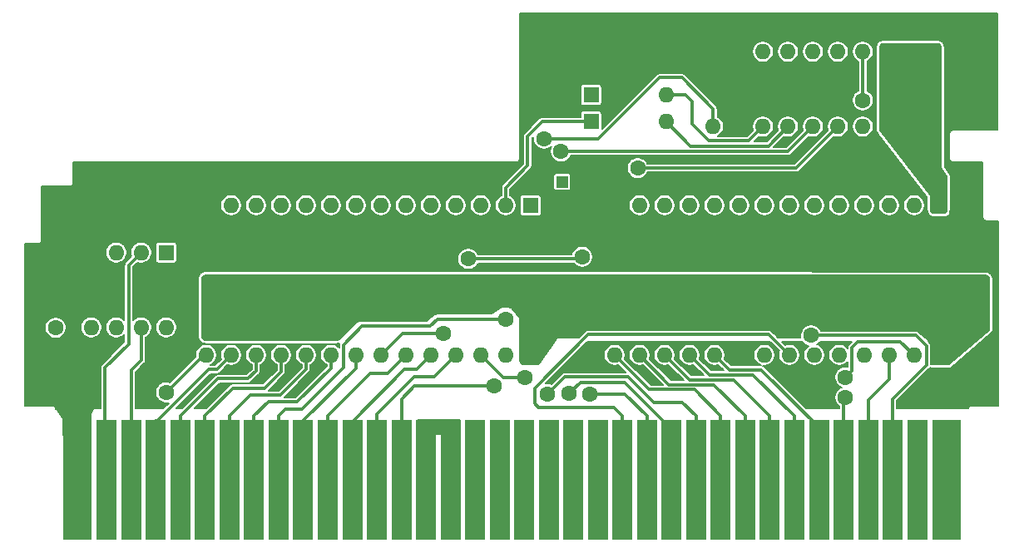
<source format=gbl>
G04 #@! TF.GenerationSoftware,KiCad,Pcbnew,(5.1.9)-1*
G04 #@! TF.CreationDate,2022-06-09T21:59:55-07:00*
G04 #@! TF.ProjectId,NES-CN-ROM-256-05,4e45532d-434e-42d5-924f-4d2d3235362d,v01.1*
G04 #@! TF.SameCoordinates,Original*
G04 #@! TF.FileFunction,Copper,L2,Bot*
G04 #@! TF.FilePolarity,Positive*
%FSLAX46Y46*%
G04 Gerber Fmt 4.6, Leading zero omitted, Abs format (unit mm)*
G04 Created by KiCad (PCBNEW (5.1.9)-1) date 2022-06-09 21:59:55*
%MOMM*%
%LPD*%
G01*
G04 APERTURE LIST*
G04 #@! TA.AperFunction,SMDPad,CuDef*
%ADD10R,2.000000X12.300000*%
G04 #@! TD*
G04 #@! TA.AperFunction,SMDPad,CuDef*
%ADD11R,3.000000X12.300000*%
G04 #@! TD*
G04 #@! TA.AperFunction,ComponentPad*
%ADD12R,1.200000X1.200000*%
G04 #@! TD*
G04 #@! TA.AperFunction,ComponentPad*
%ADD13C,1.200000*%
G04 #@! TD*
G04 #@! TA.AperFunction,ComponentPad*
%ADD14O,1.600000X1.600000*%
G04 #@! TD*
G04 #@! TA.AperFunction,ComponentPad*
%ADD15C,1.600000*%
G04 #@! TD*
G04 #@! TA.AperFunction,ComponentPad*
%ADD16R,1.600000X1.600000*%
G04 #@! TD*
G04 #@! TA.AperFunction,ViaPad*
%ADD17C,1.600000*%
G04 #@! TD*
G04 #@! TA.AperFunction,Conductor*
%ADD18C,0.300000*%
G04 #@! TD*
G04 #@! TA.AperFunction,Conductor*
%ADD19C,0.200000*%
G04 #@! TD*
G04 #@! TA.AperFunction,Conductor*
%ADD20C,0.100000*%
G04 #@! TD*
G04 #@! TA.AperFunction,Conductor*
%ADD21C,0.254000*%
G04 #@! TD*
G04 APERTURE END LIST*
D10*
X204500000Y-117850000D03*
X202000000Y-117850000D03*
X199500000Y-117850000D03*
X197000000Y-117850000D03*
X194500000Y-117850000D03*
X192000000Y-117850000D03*
X189500000Y-117850000D03*
X187000000Y-117850000D03*
X184500000Y-117850000D03*
X182000000Y-117850000D03*
X179500000Y-117850000D03*
X177000000Y-117850000D03*
X174500000Y-117850000D03*
X172000000Y-117850000D03*
X169500000Y-117850000D03*
X167000000Y-117850000D03*
X164500000Y-117850000D03*
X162000000Y-117850000D03*
X159500000Y-117850000D03*
X157000000Y-117850000D03*
X154500000Y-117850000D03*
X152000000Y-117850000D03*
X149500000Y-117850000D03*
X147000000Y-117850000D03*
X144500000Y-117850000D03*
X142000000Y-117850000D03*
X139500000Y-117850000D03*
X137000000Y-117850000D03*
X134500000Y-117850000D03*
X132000000Y-117850000D03*
X129500000Y-117850000D03*
X127000000Y-117850000D03*
X124500000Y-117850000D03*
X122000000Y-117850000D03*
D11*
X207500000Y-117850000D03*
X119000000Y-117850000D03*
D12*
X168350000Y-87550000D03*
D13*
X169850000Y-87550000D03*
D14*
X116800000Y-94900000D03*
D15*
X116800000Y-102400000D03*
X210450000Y-101550000D03*
D14*
X210450000Y-94050000D03*
X178920000Y-78700000D03*
D16*
X171300000Y-78700000D03*
X171300000Y-81400000D03*
D14*
X178920000Y-81400000D03*
X201500000Y-81920000D03*
X183720000Y-74300000D03*
X198960000Y-81920000D03*
X186260000Y-74300000D03*
X196420000Y-81920000D03*
X188800000Y-74300000D03*
X193880000Y-81920000D03*
X191340000Y-74300000D03*
X191340000Y-81920000D03*
X193880000Y-74300000D03*
X188800000Y-81920000D03*
X196420000Y-74300000D03*
X186260000Y-81920000D03*
X198960000Y-74300000D03*
X183720000Y-81920000D03*
D16*
X201500000Y-74300000D03*
X128050000Y-94750000D03*
D14*
X120430000Y-102370000D03*
X125510000Y-94750000D03*
X122970000Y-102370000D03*
X122970000Y-94750000D03*
X125510000Y-102370000D03*
X120430000Y-94750000D03*
X128050000Y-102370000D03*
D16*
X165150000Y-89950000D03*
D14*
X132130000Y-105190000D03*
X162610000Y-89950000D03*
X134670000Y-105190000D03*
X160070000Y-89950000D03*
X137210000Y-105190000D03*
X157530000Y-89950000D03*
X139750000Y-105190000D03*
X154990000Y-89950000D03*
X142290000Y-105190000D03*
X152450000Y-89950000D03*
X144830000Y-105190000D03*
X149910000Y-89950000D03*
X147370000Y-105190000D03*
X147370000Y-89950000D03*
X149910000Y-105190000D03*
X144830000Y-89950000D03*
X152450000Y-105190000D03*
X142290000Y-89950000D03*
X154990000Y-105190000D03*
X139750000Y-89950000D03*
X157530000Y-105190000D03*
X137210000Y-89950000D03*
X160070000Y-105190000D03*
X134670000Y-89950000D03*
X162610000Y-105190000D03*
X132130000Y-89950000D03*
X165150000Y-105190000D03*
X206720000Y-105190000D03*
X173700000Y-89950000D03*
X204180000Y-105190000D03*
X176240000Y-89950000D03*
X201640000Y-105190000D03*
X178780000Y-89950000D03*
X199100000Y-105190000D03*
X181320000Y-89950000D03*
X196560000Y-105190000D03*
X183860000Y-89950000D03*
X194020000Y-105190000D03*
X186400000Y-89950000D03*
X191480000Y-105190000D03*
X188940000Y-89950000D03*
X188940000Y-105190000D03*
X191480000Y-89950000D03*
X186400000Y-105190000D03*
X194020000Y-89950000D03*
X183860000Y-105190000D03*
X196560000Y-89950000D03*
X181320000Y-105190000D03*
X199100000Y-89950000D03*
X178780000Y-105190000D03*
X201640000Y-89950000D03*
X176240000Y-105190000D03*
X204180000Y-89950000D03*
X173700000Y-105190000D03*
D16*
X206720000Y-89950000D03*
D17*
X132700000Y-98050000D03*
X206700000Y-100450000D03*
X165650000Y-99200000D03*
X197850000Y-87100000D03*
X162600000Y-101550000D03*
X166500000Y-83150000D03*
X156250000Y-103000000D03*
X158800000Y-95400000D03*
X170400000Y-95200000D03*
X128050000Y-109000000D03*
X161400000Y-108350000D03*
X198950000Y-79250000D03*
X171200000Y-109150000D03*
X169050000Y-109100000D03*
X166850000Y-109150000D03*
X197200000Y-109500000D03*
X193700000Y-103200000D03*
X197200000Y-107450000D03*
X164600000Y-107450000D03*
X176050000Y-86150000D03*
X168250000Y-84450000D03*
D18*
X119000000Y-97100000D02*
X116800000Y-94900000D01*
X119000000Y-117850000D02*
X119000000Y-97100000D01*
X181600000Y-79400000D02*
X180900000Y-78700000D01*
X180900000Y-78700000D02*
X178920000Y-78700000D01*
X181600000Y-81650000D02*
X181600000Y-79400000D01*
X183300000Y-83350000D02*
X181600000Y-81650000D01*
X187370000Y-83350000D02*
X183300000Y-83350000D01*
X188800000Y-81920000D02*
X187370000Y-83350000D01*
X142000000Y-117850000D02*
X142000000Y-111900000D01*
X147370000Y-106530000D02*
X147370000Y-105190000D01*
X142000000Y-111900000D02*
X147370000Y-106530000D01*
X139500000Y-117850000D02*
X139500000Y-112700000D01*
X148000000Y-102250000D02*
X154950000Y-102250000D01*
X139500000Y-117850000D02*
X139500000Y-111400000D01*
X139500000Y-111400000D02*
X140200000Y-110700000D01*
X140200000Y-110700000D02*
X141850000Y-110700000D01*
X146100000Y-104150000D02*
X148000000Y-102250000D01*
X141850000Y-110700000D02*
X146100000Y-106450000D01*
X154950000Y-102250000D02*
X155650000Y-101550000D01*
X146100000Y-106450000D02*
X146100000Y-104150000D01*
X155650000Y-101550000D02*
X162600000Y-101550000D01*
X162600000Y-89960000D02*
X162610000Y-89950000D01*
X162610000Y-89950000D02*
X162610000Y-88140000D01*
X162610000Y-88140000D02*
X164850000Y-85900000D01*
X164850000Y-85900000D02*
X164850000Y-82900000D01*
X166350000Y-81400000D02*
X171300000Y-81400000D01*
X164850000Y-82900000D02*
X166350000Y-81400000D01*
X191340000Y-81920000D02*
X189360000Y-83900000D01*
X181420000Y-83900000D02*
X178920000Y-81400000D01*
X189360000Y-83900000D02*
X181420000Y-83900000D01*
X183720000Y-81920000D02*
X183720000Y-80120000D01*
X183720000Y-80120000D02*
X180550000Y-76950000D01*
X180550000Y-76950000D02*
X178250000Y-76950000D01*
X178250000Y-76950000D02*
X172050000Y-83150000D01*
X166500000Y-83150000D02*
X172050000Y-83150000D01*
X152100000Y-103000000D02*
X149910000Y-105190000D01*
X156250000Y-103000000D02*
X152100000Y-103000000D01*
X170200000Y-95400000D02*
X170400000Y-95200000D01*
X158800000Y-95400000D02*
X170200000Y-95400000D01*
X131860000Y-105190000D02*
X132130000Y-105190000D01*
X128050000Y-109000000D02*
X131860000Y-105190000D01*
X121819999Y-117669999D02*
X121819999Y-106480001D01*
X122000000Y-117850000D02*
X121819999Y-117669999D01*
X121819999Y-106480001D02*
X124250000Y-104050000D01*
X124250000Y-96010000D02*
X125510000Y-94750000D01*
X124250000Y-104050000D02*
X124250000Y-96010000D01*
X124500000Y-117850000D02*
X124500000Y-106750000D01*
X125510000Y-105740000D02*
X125510000Y-102370000D01*
X124500000Y-106750000D02*
X125510000Y-105740000D01*
X127000000Y-117850000D02*
X127000000Y-111900000D01*
X127122002Y-111900000D02*
X132372002Y-106650000D01*
X127000000Y-111900000D02*
X127122002Y-111900000D01*
X133210000Y-106650000D02*
X134670000Y-105190000D01*
X132372002Y-106650000D02*
X133210000Y-106650000D01*
X137210000Y-105190000D02*
X137210000Y-106790000D01*
X137210000Y-106790000D02*
X136400000Y-107600000D01*
X129500000Y-111400000D02*
X129500000Y-117850000D01*
X133300000Y-107600000D02*
X129500000Y-111400000D01*
X136400000Y-107600000D02*
X133300000Y-107600000D01*
X139750000Y-105190000D02*
X139750000Y-106900000D01*
X139750000Y-106900000D02*
X138100000Y-108550000D01*
X132000000Y-111400000D02*
X132000000Y-117850000D01*
X134850000Y-108550000D02*
X132000000Y-111400000D01*
X138100000Y-108550000D02*
X134850000Y-108550000D01*
X142290000Y-105190000D02*
X142290000Y-106660000D01*
X142290000Y-106660000D02*
X139700000Y-109250000D01*
X134500000Y-111400000D02*
X134500000Y-117850000D01*
X136650000Y-109250000D02*
X134500000Y-111400000D01*
X139700000Y-109250000D02*
X136650000Y-109250000D01*
X144830000Y-105190000D02*
X144830000Y-106520000D01*
X144830000Y-106520000D02*
X141400000Y-109950000D01*
X137000000Y-111400000D02*
X137000000Y-117850000D01*
X138450000Y-109950000D02*
X137000000Y-111400000D01*
X141400000Y-109950000D02*
X138450000Y-109950000D01*
X144500000Y-117850000D02*
X144500000Y-111400000D01*
X144500000Y-111400000D02*
X148850000Y-107050000D01*
X150590000Y-107050000D02*
X152450000Y-105190000D01*
X148850000Y-107050000D02*
X150590000Y-107050000D01*
X147000000Y-117850000D02*
X147000000Y-112650000D01*
X147000000Y-117850000D02*
X147000000Y-111950000D01*
X147000000Y-111950000D02*
X152300000Y-106650000D01*
X153530000Y-106650000D02*
X154990000Y-105190000D01*
X152300000Y-106650000D02*
X153530000Y-106650000D01*
X149500000Y-117850000D02*
X149500000Y-111200000D01*
X149500000Y-111200000D02*
X153300000Y-107400000D01*
X153300000Y-107400000D02*
X155320000Y-107400000D01*
X155320000Y-107400000D02*
X157530000Y-105190000D01*
X152000000Y-117850000D02*
X152000000Y-111400000D01*
X152000000Y-111400000D02*
X152000000Y-109650000D01*
X153300000Y-108350000D02*
X161400000Y-108350000D01*
X152000000Y-109650000D02*
X153300000Y-108350000D01*
X198960000Y-79240000D02*
X198950000Y-79250000D01*
X198960000Y-74300000D02*
X198960000Y-79240000D01*
X165950000Y-110500000D02*
X173600000Y-110500000D01*
X174500000Y-111400000D02*
X174500000Y-117850000D01*
X165550000Y-110100000D02*
X165950000Y-110500000D01*
X165550000Y-108550000D02*
X165550000Y-110100000D01*
X173600000Y-110500000D02*
X174500000Y-111400000D01*
X171000000Y-103100000D02*
X165550000Y-108550000D01*
X189400000Y-103100000D02*
X171000000Y-103100000D01*
X189890000Y-103590000D02*
X189400000Y-103100000D01*
X189890000Y-103600000D02*
X189890000Y-103590000D01*
X191480000Y-105190000D02*
X189890000Y-103600000D01*
X174750000Y-109150000D02*
X171200000Y-109150000D01*
X177000000Y-111400000D02*
X174750000Y-109150000D01*
X177000000Y-117850000D02*
X177000000Y-111400000D01*
X179500000Y-112700000D02*
X174750000Y-107950000D01*
X179500000Y-117850000D02*
X179500000Y-112700000D01*
X170200000Y-107950000D02*
X169050000Y-109100000D01*
X174750000Y-107950000D02*
X170200000Y-107950000D01*
X182000000Y-111400000D02*
X180600000Y-110000000D01*
X182000000Y-117850000D02*
X182000000Y-111400000D01*
X180600000Y-110000000D02*
X177650000Y-110000000D01*
X177650000Y-110000000D02*
X175050000Y-107400000D01*
X168600000Y-107400000D02*
X166850000Y-109150000D01*
X175050000Y-107400000D02*
X168600000Y-107400000D01*
X184500000Y-117850000D02*
X184500000Y-111400000D01*
X184500000Y-111400000D02*
X181800040Y-108700040D01*
X181800040Y-108700040D02*
X177210040Y-108700040D01*
X177210040Y-108700040D02*
X173700000Y-105190000D01*
X187000000Y-117850000D02*
X187000000Y-111400000D01*
X187000000Y-111400000D02*
X183800030Y-108200030D01*
X183800030Y-108200030D02*
X179250030Y-108200030D01*
X179250030Y-108200030D02*
X176240000Y-105190000D01*
X181290020Y-107700020D02*
X178780000Y-105190000D01*
X185800020Y-107700020D02*
X181290020Y-107700020D01*
X189500000Y-111400000D02*
X185800020Y-107700020D01*
X189500000Y-117850000D02*
X189500000Y-111400000D01*
X183330010Y-107200010D02*
X181320000Y-105190000D01*
X187800010Y-107200010D02*
X183330010Y-107200010D01*
X192000000Y-111400000D02*
X187800010Y-107200010D01*
X192000000Y-117850000D02*
X192000000Y-111400000D01*
X194500000Y-112569998D02*
X188630002Y-106700000D01*
X194500000Y-117850000D02*
X194500000Y-112569998D01*
X185370000Y-106700000D02*
X183860000Y-105190000D01*
X188630002Y-106700000D02*
X185370000Y-106700000D01*
X197000000Y-109700000D02*
X197150000Y-109550000D01*
X197000000Y-109700000D02*
X197200000Y-109500000D01*
X197000000Y-117850000D02*
X197000000Y-109700000D01*
X199500000Y-117850000D02*
X199500000Y-109800000D01*
X201640000Y-107660000D02*
X201640000Y-105190000D01*
X199500000Y-109800000D02*
X201640000Y-107660000D01*
X202000000Y-117850000D02*
X202000000Y-109700000D01*
X202000000Y-109700000D02*
X205450000Y-106250000D01*
X205450000Y-106250000D02*
X205450000Y-104250000D01*
X204400000Y-103200000D02*
X193700000Y-103200000D01*
X205450000Y-104250000D02*
X204400000Y-103200000D01*
X197200000Y-107450000D02*
X197850000Y-106800000D01*
X197850000Y-106800000D02*
X197850000Y-104400000D01*
X197850000Y-104400000D02*
X198450000Y-103800000D01*
X202790000Y-103800000D02*
X204180000Y-105190000D01*
X198450000Y-103800000D02*
X202790000Y-103800000D01*
X162330000Y-107450000D02*
X164600000Y-107450000D01*
X160070000Y-105190000D02*
X162330000Y-107450000D01*
X192190000Y-86150000D02*
X196420000Y-81920000D01*
X176050000Y-86150000D02*
X192190000Y-86150000D01*
X193880000Y-81920000D02*
X191350000Y-84450000D01*
X191350000Y-84450000D02*
X168250000Y-84450000D01*
D19*
X206657771Y-73518316D02*
X206754991Y-73567852D01*
X206832148Y-73645009D01*
X206881684Y-73742229D01*
X206900000Y-73857872D01*
X206900000Y-85913751D01*
X206901079Y-85928398D01*
X206920388Y-86058801D01*
X206928876Y-86086838D01*
X206985144Y-86206050D01*
X206992372Y-86218836D01*
X207437132Y-86885976D01*
X207483939Y-86985143D01*
X207500000Y-87093609D01*
X207500000Y-90392128D01*
X207481684Y-90507771D01*
X207432148Y-90604991D01*
X207354991Y-90682148D01*
X207257771Y-90731684D01*
X207142128Y-90750000D01*
X206257872Y-90750000D01*
X206142229Y-90731684D01*
X206045009Y-90682148D01*
X205967852Y-90604991D01*
X205918316Y-90507771D01*
X205900000Y-90392128D01*
X205900000Y-89204138D01*
X205898642Y-89187712D01*
X205874360Y-89041891D01*
X205869260Y-89022963D01*
X205863715Y-89010813D01*
X205793491Y-88880729D01*
X205784493Y-88866921D01*
X200778576Y-82416989D01*
X200720189Y-82308831D01*
X200700000Y-82187591D01*
X200700000Y-73857872D01*
X200718316Y-73742229D01*
X200767852Y-73645009D01*
X200845009Y-73567852D01*
X200942229Y-73518316D01*
X201057872Y-73500000D01*
X206542128Y-73500000D01*
X206657771Y-73518316D01*
G04 #@! TA.AperFunction,Conductor*
D20*
G36*
X206657771Y-73518316D02*
G01*
X206754991Y-73567852D01*
X206832148Y-73645009D01*
X206881684Y-73742229D01*
X206900000Y-73857872D01*
X206900000Y-85913751D01*
X206901079Y-85928398D01*
X206920388Y-86058801D01*
X206928876Y-86086838D01*
X206985144Y-86206050D01*
X206992372Y-86218836D01*
X207437132Y-86885976D01*
X207483939Y-86985143D01*
X207500000Y-87093609D01*
X207500000Y-90392128D01*
X207481684Y-90507771D01*
X207432148Y-90604991D01*
X207354991Y-90682148D01*
X207257771Y-90731684D01*
X207142128Y-90750000D01*
X206257872Y-90750000D01*
X206142229Y-90731684D01*
X206045009Y-90682148D01*
X205967852Y-90604991D01*
X205918316Y-90507771D01*
X205900000Y-90392128D01*
X205900000Y-89204138D01*
X205898642Y-89187712D01*
X205874360Y-89041891D01*
X205869260Y-89022963D01*
X205863715Y-89010813D01*
X205793491Y-88880729D01*
X205784493Y-88866921D01*
X200778576Y-82416989D01*
X200720189Y-82308831D01*
X200700000Y-82187591D01*
X200700000Y-73857872D01*
X200718316Y-73742229D01*
X200767852Y-73645009D01*
X200845009Y-73567852D01*
X200942229Y-73518316D01*
X201057872Y-73500000D01*
X206542128Y-73500000D01*
X206657771Y-73518316D01*
G37*
G04 #@! TD.AperFunction*
D19*
X211446634Y-97099362D02*
X211561524Y-97117603D01*
X211658200Y-97166659D01*
X211735144Y-97243033D01*
X211784919Y-97339345D01*
X211804015Y-97454092D01*
X211848101Y-102435900D01*
X211833587Y-102542494D01*
X211792359Y-102633906D01*
X211722074Y-102715337D01*
X207868126Y-106058521D01*
X207753857Y-106126383D01*
X207623059Y-106150000D01*
X206107872Y-106150000D01*
X205992229Y-106131684D01*
X205900000Y-106084691D01*
X205900000Y-104272093D01*
X205902176Y-104249999D01*
X205900000Y-104227905D01*
X205900000Y-104227895D01*
X205893489Y-104161785D01*
X205867757Y-104076959D01*
X205854511Y-104052177D01*
X205825971Y-103998783D01*
X205783828Y-103947432D01*
X205783824Y-103947428D01*
X205769737Y-103930263D01*
X205752572Y-103916176D01*
X205735422Y-103899026D01*
X205730513Y-103865098D01*
X205722395Y-103837632D01*
X205668541Y-103720542D01*
X205652971Y-103696504D01*
X205568137Y-103599481D01*
X205557935Y-103589379D01*
X205491469Y-103532409D01*
X205477070Y-103522129D01*
X205340340Y-103441746D01*
X205322548Y-103433515D01*
X205307283Y-103429517D01*
X205256890Y-103420495D01*
X204733829Y-102897434D01*
X204719737Y-102880263D01*
X204651216Y-102824029D01*
X204573041Y-102782243D01*
X204488215Y-102756511D01*
X204422105Y-102750000D01*
X204422094Y-102750000D01*
X204400000Y-102747824D01*
X204377906Y-102750000D01*
X194704235Y-102750000D01*
X194674807Y-102678955D01*
X194554425Y-102498791D01*
X194401209Y-102345575D01*
X194221045Y-102225193D01*
X194020858Y-102142273D01*
X193808341Y-102100000D01*
X193591659Y-102100000D01*
X193379142Y-102142273D01*
X193178955Y-102225193D01*
X192998791Y-102345575D01*
X192845575Y-102498791D01*
X192725193Y-102678955D01*
X192642273Y-102879142D01*
X192600000Y-103091659D01*
X192600000Y-103308341D01*
X192618232Y-103400000D01*
X190326396Y-103400000D01*
X190266882Y-103340486D01*
X190265971Y-103338783D01*
X190223828Y-103287432D01*
X190223823Y-103287427D01*
X190209737Y-103270263D01*
X190192572Y-103256176D01*
X189733828Y-102797433D01*
X189719737Y-102780263D01*
X189651216Y-102724029D01*
X189573041Y-102682243D01*
X189488215Y-102656511D01*
X189422105Y-102650000D01*
X189422094Y-102650000D01*
X189400000Y-102647824D01*
X189377906Y-102650000D01*
X171022094Y-102650000D01*
X171000000Y-102647824D01*
X170977905Y-102650000D01*
X170977895Y-102650000D01*
X170911785Y-102656511D01*
X170837798Y-102678955D01*
X170826959Y-102682243D01*
X170748783Y-102724029D01*
X170697432Y-102766172D01*
X170697428Y-102766176D01*
X170680263Y-102780263D01*
X170666176Y-102797428D01*
X170063604Y-103400000D01*
X168139623Y-103400000D01*
X168123385Y-103401327D01*
X167979183Y-103425057D01*
X167960245Y-103430121D01*
X167948419Y-103435464D01*
X167819426Y-103504153D01*
X167803110Y-103515019D01*
X167793621Y-103523869D01*
X167693441Y-103630270D01*
X167683276Y-103643002D01*
X166109415Y-105982527D01*
X166023700Y-106072825D01*
X165920654Y-106126095D01*
X165797427Y-106143810D01*
X164449215Y-106110927D01*
X164335766Y-106090397D01*
X164240877Y-106039990D01*
X164165835Y-105963096D01*
X164117757Y-105867008D01*
X164100000Y-105753093D01*
X164100000Y-101660634D01*
X164098534Y-101643575D01*
X164072342Y-101492291D01*
X164067121Y-101473395D01*
X164060872Y-101460158D01*
X163985345Y-101326485D01*
X163975677Y-101312353D01*
X163312431Y-100501719D01*
X163302283Y-100491032D01*
X163204382Y-100402077D01*
X163188651Y-100390379D01*
X163179957Y-100385721D01*
X163060420Y-100329075D01*
X163041967Y-100322457D01*
X163032295Y-100320528D01*
X162901452Y-100301086D01*
X162886754Y-100300000D01*
X162261444Y-100300000D01*
X162244306Y-100301480D01*
X162092346Y-100327914D01*
X162073455Y-100333150D01*
X162060083Y-100339488D01*
X161925975Y-100415685D01*
X161911805Y-100425438D01*
X161317718Y-100914687D01*
X161206238Y-100978028D01*
X161079926Y-101000000D01*
X155546231Y-101000000D01*
X155532567Y-101000938D01*
X155410744Y-101017742D01*
X155384436Y-101025140D01*
X155271711Y-101074296D01*
X155248389Y-101088540D01*
X155153180Y-101166377D01*
X155143195Y-101175752D01*
X154764919Y-101583126D01*
X154685703Y-101647889D01*
X154598262Y-101686019D01*
X154496905Y-101700000D01*
X147783068Y-101700000D01*
X147770224Y-101700828D01*
X147655591Y-101715674D01*
X147630752Y-101722218D01*
X147523682Y-101765776D01*
X147501329Y-101778431D01*
X147408887Y-101847827D01*
X147399113Y-101856200D01*
X145665884Y-103546098D01*
X145588956Y-103603848D01*
X145505880Y-103637645D01*
X145410481Y-103650000D01*
X132057872Y-103650000D01*
X131942229Y-103631684D01*
X131845009Y-103582148D01*
X131767852Y-103504991D01*
X131718316Y-103407771D01*
X131700000Y-103292128D01*
X131700000Y-97407872D01*
X131718316Y-97292229D01*
X131767852Y-97195009D01*
X131845009Y-97117852D01*
X131942229Y-97068316D01*
X132057872Y-97050000D01*
X176400176Y-97050000D01*
X211446634Y-97099362D01*
G04 #@! TA.AperFunction,Conductor*
D20*
G36*
X211446634Y-97099362D02*
G01*
X211561524Y-97117603D01*
X211658200Y-97166659D01*
X211735144Y-97243033D01*
X211784919Y-97339345D01*
X211804015Y-97454092D01*
X211848101Y-102435900D01*
X211833587Y-102542494D01*
X211792359Y-102633906D01*
X211722074Y-102715337D01*
X207868126Y-106058521D01*
X207753857Y-106126383D01*
X207623059Y-106150000D01*
X206107872Y-106150000D01*
X205992229Y-106131684D01*
X205900000Y-106084691D01*
X205900000Y-104272093D01*
X205902176Y-104249999D01*
X205900000Y-104227905D01*
X205900000Y-104227895D01*
X205893489Y-104161785D01*
X205867757Y-104076959D01*
X205854511Y-104052177D01*
X205825971Y-103998783D01*
X205783828Y-103947432D01*
X205783824Y-103947428D01*
X205769737Y-103930263D01*
X205752572Y-103916176D01*
X205735422Y-103899026D01*
X205730513Y-103865098D01*
X205722395Y-103837632D01*
X205668541Y-103720542D01*
X205652971Y-103696504D01*
X205568137Y-103599481D01*
X205557935Y-103589379D01*
X205491469Y-103532409D01*
X205477070Y-103522129D01*
X205340340Y-103441746D01*
X205322548Y-103433515D01*
X205307283Y-103429517D01*
X205256890Y-103420495D01*
X204733829Y-102897434D01*
X204719737Y-102880263D01*
X204651216Y-102824029D01*
X204573041Y-102782243D01*
X204488215Y-102756511D01*
X204422105Y-102750000D01*
X204422094Y-102750000D01*
X204400000Y-102747824D01*
X204377906Y-102750000D01*
X194704235Y-102750000D01*
X194674807Y-102678955D01*
X194554425Y-102498791D01*
X194401209Y-102345575D01*
X194221045Y-102225193D01*
X194020858Y-102142273D01*
X193808341Y-102100000D01*
X193591659Y-102100000D01*
X193379142Y-102142273D01*
X193178955Y-102225193D01*
X192998791Y-102345575D01*
X192845575Y-102498791D01*
X192725193Y-102678955D01*
X192642273Y-102879142D01*
X192600000Y-103091659D01*
X192600000Y-103308341D01*
X192618232Y-103400000D01*
X190326396Y-103400000D01*
X190266882Y-103340486D01*
X190265971Y-103338783D01*
X190223828Y-103287432D01*
X190223823Y-103287427D01*
X190209737Y-103270263D01*
X190192572Y-103256176D01*
X189733828Y-102797433D01*
X189719737Y-102780263D01*
X189651216Y-102724029D01*
X189573041Y-102682243D01*
X189488215Y-102656511D01*
X189422105Y-102650000D01*
X189422094Y-102650000D01*
X189400000Y-102647824D01*
X189377906Y-102650000D01*
X171022094Y-102650000D01*
X171000000Y-102647824D01*
X170977905Y-102650000D01*
X170977895Y-102650000D01*
X170911785Y-102656511D01*
X170837798Y-102678955D01*
X170826959Y-102682243D01*
X170748783Y-102724029D01*
X170697432Y-102766172D01*
X170697428Y-102766176D01*
X170680263Y-102780263D01*
X170666176Y-102797428D01*
X170063604Y-103400000D01*
X168139623Y-103400000D01*
X168123385Y-103401327D01*
X167979183Y-103425057D01*
X167960245Y-103430121D01*
X167948419Y-103435464D01*
X167819426Y-103504153D01*
X167803110Y-103515019D01*
X167793621Y-103523869D01*
X167693441Y-103630270D01*
X167683276Y-103643002D01*
X166109415Y-105982527D01*
X166023700Y-106072825D01*
X165920654Y-106126095D01*
X165797427Y-106143810D01*
X164449215Y-106110927D01*
X164335766Y-106090397D01*
X164240877Y-106039990D01*
X164165835Y-105963096D01*
X164117757Y-105867008D01*
X164100000Y-105753093D01*
X164100000Y-101660634D01*
X164098534Y-101643575D01*
X164072342Y-101492291D01*
X164067121Y-101473395D01*
X164060872Y-101460158D01*
X163985345Y-101326485D01*
X163975677Y-101312353D01*
X163312431Y-100501719D01*
X163302283Y-100491032D01*
X163204382Y-100402077D01*
X163188651Y-100390379D01*
X163179957Y-100385721D01*
X163060420Y-100329075D01*
X163041967Y-100322457D01*
X163032295Y-100320528D01*
X162901452Y-100301086D01*
X162886754Y-100300000D01*
X162261444Y-100300000D01*
X162244306Y-100301480D01*
X162092346Y-100327914D01*
X162073455Y-100333150D01*
X162060083Y-100339488D01*
X161925975Y-100415685D01*
X161911805Y-100425438D01*
X161317718Y-100914687D01*
X161206238Y-100978028D01*
X161079926Y-101000000D01*
X155546231Y-101000000D01*
X155532567Y-101000938D01*
X155410744Y-101017742D01*
X155384436Y-101025140D01*
X155271711Y-101074296D01*
X155248389Y-101088540D01*
X155153180Y-101166377D01*
X155143195Y-101175752D01*
X154764919Y-101583126D01*
X154685703Y-101647889D01*
X154598262Y-101686019D01*
X154496905Y-101700000D01*
X147783068Y-101700000D01*
X147770224Y-101700828D01*
X147655591Y-101715674D01*
X147630752Y-101722218D01*
X147523682Y-101765776D01*
X147501329Y-101778431D01*
X147408887Y-101847827D01*
X147399113Y-101856200D01*
X145665884Y-103546098D01*
X145588956Y-103603848D01*
X145505880Y-103637645D01*
X145410481Y-103650000D01*
X132057872Y-103650000D01*
X131942229Y-103631684D01*
X131845009Y-103582148D01*
X131767852Y-103504991D01*
X131718316Y-103407771D01*
X131700000Y-103292128D01*
X131700000Y-97407872D01*
X131718316Y-97292229D01*
X131767852Y-97195009D01*
X131845009Y-97117852D01*
X131942229Y-97068316D01*
X132057872Y-97050000D01*
X176400176Y-97050000D01*
X211446634Y-97099362D01*
G37*
G04 #@! TD.AperFunction*
D19*
X212625000Y-82275000D02*
X208115961Y-82275000D01*
X208100000Y-82273428D01*
X208084040Y-82275000D01*
X208084039Y-82275000D01*
X208036289Y-82279703D01*
X207975026Y-82298287D01*
X207918566Y-82328465D01*
X207869079Y-82369079D01*
X207828465Y-82418566D01*
X207798287Y-82475026D01*
X207779703Y-82536289D01*
X207773428Y-82600000D01*
X207775001Y-82615971D01*
X207775000Y-85184039D01*
X207773428Y-85200000D01*
X207779703Y-85263711D01*
X207798287Y-85324974D01*
X207828465Y-85381434D01*
X207869079Y-85430921D01*
X207918566Y-85471535D01*
X207975026Y-85501713D01*
X208036289Y-85520297D01*
X208074181Y-85524029D01*
X208100000Y-85526572D01*
X208115960Y-85525000D01*
X211175001Y-85525000D01*
X211175000Y-91184039D01*
X211173428Y-91200000D01*
X211179703Y-91263711D01*
X211198287Y-91324974D01*
X211228465Y-91381434D01*
X211269079Y-91430921D01*
X211318566Y-91471535D01*
X211375026Y-91501713D01*
X211436289Y-91520297D01*
X211500000Y-91526572D01*
X211515960Y-91525000D01*
X212775001Y-91525000D01*
X212775000Y-110375000D01*
X210015961Y-110375000D01*
X210000000Y-110373428D01*
X209984040Y-110375000D01*
X209984039Y-110375000D01*
X209936289Y-110379703D01*
X209875026Y-110398287D01*
X209818566Y-110428465D01*
X209769079Y-110469079D01*
X209728465Y-110518566D01*
X209698287Y-110575026D01*
X209679703Y-110636289D01*
X209678522Y-110648277D01*
X202450000Y-110644689D01*
X202450000Y-109886395D01*
X205752573Y-106583823D01*
X205769737Y-106569737D01*
X205783824Y-106552572D01*
X205783828Y-106552568D01*
X205825971Y-106501217D01*
X205828312Y-106496837D01*
X205857106Y-106509432D01*
X205914011Y-106524281D01*
X206053069Y-106546306D01*
X206100000Y-106550000D01*
X207632017Y-106550000D01*
X207685324Y-106545226D01*
X207842699Y-106516810D01*
X207889314Y-106504454D01*
X207942579Y-106479525D01*
X208080079Y-106397866D01*
X208123475Y-106366542D01*
X211989637Y-103012763D01*
X212020158Y-102982166D01*
X212104652Y-102884273D01*
X212151021Y-102811593D01*
X212204187Y-102693712D01*
X212227971Y-102610847D01*
X212245418Y-102482714D01*
X212248149Y-102439584D01*
X212203930Y-97442735D01*
X212199872Y-97396141D01*
X212176909Y-97258160D01*
X212169241Y-97224312D01*
X212147491Y-97169672D01*
X212083269Y-97045407D01*
X212065577Y-97015547D01*
X212028099Y-96970225D01*
X211928823Y-96871684D01*
X211902816Y-96848699D01*
X211853232Y-96817074D01*
X211728493Y-96753778D01*
X211696683Y-96739889D01*
X211639784Y-96725018D01*
X211501635Y-96703084D01*
X211455016Y-96699373D01*
X176400740Y-96650000D01*
X132050000Y-96650000D01*
X132003069Y-96653694D01*
X131864011Y-96675719D01*
X131829511Y-96683288D01*
X131774746Y-96704723D01*
X131649301Y-96768640D01*
X131618826Y-96786501D01*
X131573365Y-96823810D01*
X131473810Y-96923365D01*
X131450346Y-96949769D01*
X131418640Y-96999301D01*
X131354723Y-97124746D01*
X131340568Y-97157106D01*
X131325719Y-97214011D01*
X131303694Y-97353069D01*
X131300000Y-97400000D01*
X131300000Y-103300000D01*
X131303694Y-103346931D01*
X131325719Y-103485989D01*
X131333288Y-103520489D01*
X131354723Y-103575254D01*
X131418640Y-103700699D01*
X131436501Y-103731174D01*
X131473810Y-103776635D01*
X131573365Y-103876190D01*
X131599769Y-103899654D01*
X131649301Y-103931360D01*
X131774746Y-103995277D01*
X131807106Y-104009432D01*
X131864011Y-104024281D01*
X132003069Y-104046306D01*
X132050000Y-104050000D01*
X145416932Y-104050000D01*
X145455463Y-104047515D01*
X145570096Y-104032669D01*
X145644614Y-104013039D01*
X145675055Y-104000655D01*
X145660841Y-104047515D01*
X145656512Y-104061785D01*
X145650805Y-104119737D01*
X145647824Y-104150000D01*
X145650001Y-104172104D01*
X145650001Y-104454367D01*
X145531209Y-104335575D01*
X145351045Y-104215193D01*
X145150858Y-104132273D01*
X144938341Y-104090000D01*
X144721659Y-104090000D01*
X144509142Y-104132273D01*
X144308955Y-104215193D01*
X144128791Y-104335575D01*
X143975575Y-104488791D01*
X143855193Y-104668955D01*
X143772273Y-104869142D01*
X143730000Y-105081659D01*
X143730000Y-105298341D01*
X143772273Y-105510858D01*
X143855193Y-105711045D01*
X143975575Y-105891209D01*
X144128791Y-106044425D01*
X144308955Y-106164807D01*
X144380001Y-106194235D01*
X144380001Y-106333603D01*
X141213605Y-109500000D01*
X140086395Y-109500000D01*
X142592572Y-106993824D01*
X142609737Y-106979737D01*
X142623824Y-106962572D01*
X142623828Y-106962568D01*
X142665971Y-106911217D01*
X142707757Y-106833041D01*
X142710488Y-106824039D01*
X142733489Y-106748215D01*
X142740000Y-106682105D01*
X142740000Y-106682095D01*
X142742176Y-106660001D01*
X142740000Y-106637906D01*
X142740000Y-106194235D01*
X142811045Y-106164807D01*
X142991209Y-106044425D01*
X143144425Y-105891209D01*
X143264807Y-105711045D01*
X143347727Y-105510858D01*
X143390000Y-105298341D01*
X143390000Y-105081659D01*
X143347727Y-104869142D01*
X143264807Y-104668955D01*
X143144425Y-104488791D01*
X142991209Y-104335575D01*
X142811045Y-104215193D01*
X142610858Y-104132273D01*
X142398341Y-104090000D01*
X142181659Y-104090000D01*
X141969142Y-104132273D01*
X141768955Y-104215193D01*
X141588791Y-104335575D01*
X141435575Y-104488791D01*
X141315193Y-104668955D01*
X141232273Y-104869142D01*
X141190000Y-105081659D01*
X141190000Y-105298341D01*
X141232273Y-105510858D01*
X141315193Y-105711045D01*
X141435575Y-105891209D01*
X141588791Y-106044425D01*
X141768955Y-106164807D01*
X141840001Y-106194235D01*
X141840001Y-106473603D01*
X139513605Y-108800000D01*
X138486395Y-108800000D01*
X140052572Y-107233824D01*
X140069737Y-107219737D01*
X140083824Y-107202572D01*
X140083828Y-107202568D01*
X140125971Y-107151217D01*
X140167757Y-107073041D01*
X140174377Y-107051217D01*
X140193489Y-106988215D01*
X140200000Y-106922105D01*
X140200000Y-106922093D01*
X140202176Y-106900001D01*
X140200000Y-106877909D01*
X140200000Y-106194235D01*
X140271045Y-106164807D01*
X140451209Y-106044425D01*
X140604425Y-105891209D01*
X140724807Y-105711045D01*
X140807727Y-105510858D01*
X140850000Y-105298341D01*
X140850000Y-105081659D01*
X140807727Y-104869142D01*
X140724807Y-104668955D01*
X140604425Y-104488791D01*
X140451209Y-104335575D01*
X140271045Y-104215193D01*
X140070858Y-104132273D01*
X139858341Y-104090000D01*
X139641659Y-104090000D01*
X139429142Y-104132273D01*
X139228955Y-104215193D01*
X139048791Y-104335575D01*
X138895575Y-104488791D01*
X138775193Y-104668955D01*
X138692273Y-104869142D01*
X138650000Y-105081659D01*
X138650000Y-105298341D01*
X138692273Y-105510858D01*
X138775193Y-105711045D01*
X138895575Y-105891209D01*
X139048791Y-106044425D01*
X139228955Y-106164807D01*
X139300001Y-106194235D01*
X139300001Y-106713603D01*
X137913605Y-108100000D01*
X134872094Y-108100000D01*
X134850000Y-108097824D01*
X134827906Y-108100000D01*
X134827895Y-108100000D01*
X134761785Y-108106511D01*
X134676959Y-108132243D01*
X134598783Y-108174029D01*
X134547432Y-108216172D01*
X134547428Y-108216176D01*
X134530263Y-108230263D01*
X134516176Y-108247428D01*
X132153810Y-110609794D01*
X130927210Y-110609185D01*
X133486396Y-108050000D01*
X136377906Y-108050000D01*
X136400000Y-108052176D01*
X136422094Y-108050000D01*
X136422105Y-108050000D01*
X136488215Y-108043489D01*
X136573041Y-108017757D01*
X136651216Y-107975971D01*
X136719737Y-107919737D01*
X136733829Y-107902567D01*
X137512572Y-107123824D01*
X137529737Y-107109737D01*
X137543824Y-107092572D01*
X137543828Y-107092568D01*
X137585971Y-107041217D01*
X137627757Y-106963041D01*
X137635427Y-106937757D01*
X137653489Y-106878215D01*
X137660000Y-106812105D01*
X137660000Y-106812095D01*
X137662176Y-106790000D01*
X137660000Y-106767906D01*
X137660000Y-106194235D01*
X137731045Y-106164807D01*
X137911209Y-106044425D01*
X138064425Y-105891209D01*
X138184807Y-105711045D01*
X138267727Y-105510858D01*
X138310000Y-105298341D01*
X138310000Y-105081659D01*
X138267727Y-104869142D01*
X138184807Y-104668955D01*
X138064425Y-104488791D01*
X137911209Y-104335575D01*
X137731045Y-104215193D01*
X137530858Y-104132273D01*
X137318341Y-104090000D01*
X137101659Y-104090000D01*
X136889142Y-104132273D01*
X136688955Y-104215193D01*
X136508791Y-104335575D01*
X136355575Y-104488791D01*
X136235193Y-104668955D01*
X136152273Y-104869142D01*
X136110000Y-105081659D01*
X136110000Y-105298341D01*
X136152273Y-105510858D01*
X136235193Y-105711045D01*
X136355575Y-105891209D01*
X136508791Y-106044425D01*
X136688955Y-106164807D01*
X136760001Y-106194235D01*
X136760001Y-106603603D01*
X136213605Y-107150000D01*
X133322094Y-107150000D01*
X133300000Y-107147824D01*
X133277906Y-107150000D01*
X133277895Y-107150000D01*
X133211785Y-107156511D01*
X133126959Y-107182243D01*
X133048783Y-107224029D01*
X132997432Y-107266172D01*
X132997428Y-107266176D01*
X132980263Y-107280263D01*
X132966176Y-107297428D01*
X129655051Y-110608554D01*
X129050143Y-110608254D01*
X132558398Y-107100000D01*
X133187906Y-107100000D01*
X133210000Y-107102176D01*
X133232094Y-107100000D01*
X133232105Y-107100000D01*
X133298215Y-107093489D01*
X133383041Y-107067757D01*
X133461216Y-107025971D01*
X133529737Y-106969737D01*
X133543829Y-106952566D01*
X134278096Y-106218299D01*
X134349142Y-106247727D01*
X134561659Y-106290000D01*
X134778341Y-106290000D01*
X134990858Y-106247727D01*
X135191045Y-106164807D01*
X135371209Y-106044425D01*
X135524425Y-105891209D01*
X135644807Y-105711045D01*
X135727727Y-105510858D01*
X135770000Y-105298341D01*
X135770000Y-105081659D01*
X135727727Y-104869142D01*
X135644807Y-104668955D01*
X135524425Y-104488791D01*
X135371209Y-104335575D01*
X135191045Y-104215193D01*
X134990858Y-104132273D01*
X134778341Y-104090000D01*
X134561659Y-104090000D01*
X134349142Y-104132273D01*
X134148955Y-104215193D01*
X133968791Y-104335575D01*
X133815575Y-104488791D01*
X133695193Y-104668955D01*
X133612273Y-104869142D01*
X133570000Y-105081659D01*
X133570000Y-105298341D01*
X133612273Y-105510858D01*
X133641701Y-105581904D01*
X133023605Y-106200000D01*
X132566081Y-106200000D01*
X132651045Y-106164807D01*
X132831209Y-106044425D01*
X132984425Y-105891209D01*
X133104807Y-105711045D01*
X133187727Y-105510858D01*
X133230000Y-105298341D01*
X133230000Y-105081659D01*
X133187727Y-104869142D01*
X133104807Y-104668955D01*
X132984425Y-104488791D01*
X132831209Y-104335575D01*
X132651045Y-104215193D01*
X132450858Y-104132273D01*
X132238341Y-104090000D01*
X132021659Y-104090000D01*
X131809142Y-104132273D01*
X131608955Y-104215193D01*
X131428791Y-104335575D01*
X131275575Y-104488791D01*
X131155193Y-104668955D01*
X131072273Y-104869142D01*
X131030000Y-105081659D01*
X131030000Y-105298341D01*
X131044146Y-105369458D01*
X128441904Y-107971701D01*
X128370858Y-107942273D01*
X128158341Y-107900000D01*
X127941659Y-107900000D01*
X127729142Y-107942273D01*
X127528955Y-108025193D01*
X127348791Y-108145575D01*
X127195575Y-108298791D01*
X127075193Y-108478955D01*
X126992273Y-108679142D01*
X126950000Y-108891659D01*
X126950000Y-109108341D01*
X126992273Y-109320858D01*
X127075193Y-109521045D01*
X127195575Y-109701209D01*
X127348791Y-109854425D01*
X127528955Y-109974807D01*
X127729142Y-110057727D01*
X127941659Y-110100000D01*
X128158341Y-110100000D01*
X128317208Y-110068399D01*
X127777985Y-110607622D01*
X124950000Y-110606218D01*
X124950000Y-106936395D01*
X125812573Y-106073823D01*
X125829737Y-106059737D01*
X125843824Y-106042572D01*
X125843828Y-106042568D01*
X125885971Y-105991217D01*
X125927757Y-105913041D01*
X125927757Y-105913040D01*
X125953489Y-105828215D01*
X125960000Y-105762105D01*
X125960000Y-105762094D01*
X125962176Y-105740000D01*
X125960000Y-105717906D01*
X125960000Y-103374235D01*
X126031045Y-103344807D01*
X126211209Y-103224425D01*
X126364425Y-103071209D01*
X126484807Y-102891045D01*
X126567727Y-102690858D01*
X126610000Y-102478341D01*
X126610000Y-102261659D01*
X126950000Y-102261659D01*
X126950000Y-102478341D01*
X126992273Y-102690858D01*
X127075193Y-102891045D01*
X127195575Y-103071209D01*
X127348791Y-103224425D01*
X127528955Y-103344807D01*
X127729142Y-103427727D01*
X127941659Y-103470000D01*
X128158341Y-103470000D01*
X128370858Y-103427727D01*
X128571045Y-103344807D01*
X128751209Y-103224425D01*
X128904425Y-103071209D01*
X129024807Y-102891045D01*
X129107727Y-102690858D01*
X129150000Y-102478341D01*
X129150000Y-102261659D01*
X129107727Y-102049142D01*
X129024807Y-101848955D01*
X128904425Y-101668791D01*
X128751209Y-101515575D01*
X128571045Y-101395193D01*
X128370858Y-101312273D01*
X128158341Y-101270000D01*
X127941659Y-101270000D01*
X127729142Y-101312273D01*
X127528955Y-101395193D01*
X127348791Y-101515575D01*
X127195575Y-101668791D01*
X127075193Y-101848955D01*
X126992273Y-102049142D01*
X126950000Y-102261659D01*
X126610000Y-102261659D01*
X126567727Y-102049142D01*
X126484807Y-101848955D01*
X126364425Y-101668791D01*
X126211209Y-101515575D01*
X126031045Y-101395193D01*
X125830858Y-101312273D01*
X125618341Y-101270000D01*
X125401659Y-101270000D01*
X125189142Y-101312273D01*
X124988955Y-101395193D01*
X124808791Y-101515575D01*
X124700000Y-101624366D01*
X124700000Y-96196395D01*
X125118096Y-95778299D01*
X125189142Y-95807727D01*
X125401659Y-95850000D01*
X125618341Y-95850000D01*
X125830858Y-95807727D01*
X126031045Y-95724807D01*
X126211209Y-95604425D01*
X126364425Y-95451209D01*
X126484807Y-95271045D01*
X126567727Y-95070858D01*
X126610000Y-94858341D01*
X126610000Y-94641659D01*
X126567727Y-94429142D01*
X126484807Y-94228955D01*
X126364425Y-94048791D01*
X126265634Y-93950000D01*
X126948549Y-93950000D01*
X126948549Y-95550000D01*
X126954341Y-95608810D01*
X126971496Y-95665360D01*
X126999353Y-95717477D01*
X127036842Y-95763158D01*
X127082523Y-95800647D01*
X127134640Y-95828504D01*
X127191190Y-95845659D01*
X127250000Y-95851451D01*
X128850000Y-95851451D01*
X128908810Y-95845659D01*
X128965360Y-95828504D01*
X129017477Y-95800647D01*
X129063158Y-95763158D01*
X129100647Y-95717477D01*
X129128504Y-95665360D01*
X129145659Y-95608810D01*
X129151451Y-95550000D01*
X129151451Y-95291659D01*
X157700000Y-95291659D01*
X157700000Y-95508341D01*
X157742273Y-95720858D01*
X157825193Y-95921045D01*
X157945575Y-96101209D01*
X158098791Y-96254425D01*
X158278955Y-96374807D01*
X158479142Y-96457727D01*
X158691659Y-96500000D01*
X158908341Y-96500000D01*
X159120858Y-96457727D01*
X159321045Y-96374807D01*
X159501209Y-96254425D01*
X159654425Y-96101209D01*
X159774807Y-95921045D01*
X159804235Y-95850000D01*
X169511358Y-95850000D01*
X169545575Y-95901209D01*
X169698791Y-96054425D01*
X169878955Y-96174807D01*
X170079142Y-96257727D01*
X170291659Y-96300000D01*
X170508341Y-96300000D01*
X170720858Y-96257727D01*
X170921045Y-96174807D01*
X171101209Y-96054425D01*
X171254425Y-95901209D01*
X171374807Y-95721045D01*
X171457727Y-95520858D01*
X171500000Y-95308341D01*
X171500000Y-95091659D01*
X171457727Y-94879142D01*
X171374807Y-94678955D01*
X171254425Y-94498791D01*
X171101209Y-94345575D01*
X170921045Y-94225193D01*
X170720858Y-94142273D01*
X170508341Y-94100000D01*
X170291659Y-94100000D01*
X170079142Y-94142273D01*
X169878955Y-94225193D01*
X169698791Y-94345575D01*
X169545575Y-94498791D01*
X169425193Y-94678955D01*
X169342273Y-94879142D01*
X169328178Y-94950000D01*
X159804235Y-94950000D01*
X159774807Y-94878955D01*
X159654425Y-94698791D01*
X159501209Y-94545575D01*
X159321045Y-94425193D01*
X159120858Y-94342273D01*
X158908341Y-94300000D01*
X158691659Y-94300000D01*
X158479142Y-94342273D01*
X158278955Y-94425193D01*
X158098791Y-94545575D01*
X157945575Y-94698791D01*
X157825193Y-94878955D01*
X157742273Y-95079142D01*
X157700000Y-95291659D01*
X129151451Y-95291659D01*
X129151451Y-93950000D01*
X129145659Y-93891190D01*
X129128504Y-93834640D01*
X129100647Y-93782523D01*
X129063158Y-93736842D01*
X129017477Y-93699353D01*
X128965360Y-93671496D01*
X128908810Y-93654341D01*
X128850000Y-93648549D01*
X127250000Y-93648549D01*
X127191190Y-93654341D01*
X127134640Y-93671496D01*
X127082523Y-93699353D01*
X127036842Y-93736842D01*
X126999353Y-93782523D01*
X126971496Y-93834640D01*
X126954341Y-93891190D01*
X126948549Y-93950000D01*
X126265634Y-93950000D01*
X126211209Y-93895575D01*
X126031045Y-93775193D01*
X125830858Y-93692273D01*
X125618341Y-93650000D01*
X125401659Y-93650000D01*
X125189142Y-93692273D01*
X124988955Y-93775193D01*
X124808791Y-93895575D01*
X124655575Y-94048791D01*
X124535193Y-94228955D01*
X124452273Y-94429142D01*
X124410000Y-94641659D01*
X124410000Y-94858341D01*
X124452273Y-95070858D01*
X124481701Y-95141904D01*
X123947429Y-95676176D01*
X123930264Y-95690263D01*
X123916177Y-95707428D01*
X123916172Y-95707433D01*
X123874029Y-95758784D01*
X123832243Y-95836960D01*
X123806512Y-95921785D01*
X123797824Y-96010000D01*
X123800001Y-96032104D01*
X123800000Y-101644366D01*
X123671209Y-101515575D01*
X123491045Y-101395193D01*
X123290858Y-101312273D01*
X123078341Y-101270000D01*
X122861659Y-101270000D01*
X122649142Y-101312273D01*
X122448955Y-101395193D01*
X122268791Y-101515575D01*
X122115575Y-101668791D01*
X121995193Y-101848955D01*
X121912273Y-102049142D01*
X121870000Y-102261659D01*
X121870000Y-102478341D01*
X121912273Y-102690858D01*
X121995193Y-102891045D01*
X122115575Y-103071209D01*
X122268791Y-103224425D01*
X122448955Y-103344807D01*
X122649142Y-103427727D01*
X122861659Y-103470000D01*
X123078341Y-103470000D01*
X123290858Y-103427727D01*
X123491045Y-103344807D01*
X123671209Y-103224425D01*
X123800000Y-103095634D01*
X123800000Y-103863604D01*
X121517428Y-106146177D01*
X121500263Y-106160264D01*
X121486176Y-106177429D01*
X121486171Y-106177434D01*
X121444028Y-106228785D01*
X121402242Y-106306961D01*
X121379406Y-106382243D01*
X121376511Y-106391786D01*
X121371031Y-106447433D01*
X121367823Y-106480001D01*
X121370000Y-106502105D01*
X121370000Y-110604441D01*
X120950273Y-110604233D01*
X120934623Y-110605457D01*
X120795512Y-110627427D01*
X120776542Y-110632369D01*
X120765744Y-110637087D01*
X120640237Y-110700981D01*
X120623723Y-110711544D01*
X120614912Y-110719369D01*
X120515302Y-110818930D01*
X120502862Y-110834081D01*
X120496901Y-110844245D01*
X120432944Y-110969720D01*
X120425797Y-110987974D01*
X120423270Y-110999485D01*
X120401232Y-111138585D01*
X120400000Y-111154233D01*
X120400000Y-113192128D01*
X120381684Y-113307771D01*
X120332148Y-113404991D01*
X120254991Y-113482148D01*
X120157771Y-113531684D01*
X120042128Y-113550000D01*
X117957872Y-113550000D01*
X117842229Y-113531684D01*
X117745009Y-113482148D01*
X117667852Y-113404991D01*
X117618316Y-113307771D01*
X117600000Y-113192128D01*
X117600000Y-111850000D01*
X117598709Y-111833981D01*
X117575616Y-111691679D01*
X117570594Y-111672730D01*
X117565485Y-111661288D01*
X117498578Y-111533590D01*
X117490000Y-111520000D01*
X116965000Y-110820000D01*
X116954810Y-110808400D01*
X116855615Y-110711684D01*
X116840306Y-110699441D01*
X116830527Y-110693841D01*
X116825000Y-110691077D01*
X116825000Y-110665961D01*
X116826572Y-110650000D01*
X116820297Y-110586289D01*
X116801713Y-110525026D01*
X116771535Y-110468566D01*
X116730921Y-110419079D01*
X116681434Y-110378465D01*
X116624974Y-110348287D01*
X116563711Y-110329703D01*
X116515961Y-110325000D01*
X116515960Y-110325000D01*
X116500000Y-110323428D01*
X116484039Y-110325000D01*
X113725000Y-110325000D01*
X113725000Y-102291659D01*
X115700000Y-102291659D01*
X115700000Y-102508341D01*
X115742273Y-102720858D01*
X115825193Y-102921045D01*
X115945575Y-103101209D01*
X116098791Y-103254425D01*
X116278955Y-103374807D01*
X116479142Y-103457727D01*
X116691659Y-103500000D01*
X116908341Y-103500000D01*
X117120858Y-103457727D01*
X117321045Y-103374807D01*
X117501209Y-103254425D01*
X117654425Y-103101209D01*
X117774807Y-102921045D01*
X117857727Y-102720858D01*
X117900000Y-102508341D01*
X117900000Y-102291659D01*
X117894033Y-102261659D01*
X119330000Y-102261659D01*
X119330000Y-102478341D01*
X119372273Y-102690858D01*
X119455193Y-102891045D01*
X119575575Y-103071209D01*
X119728791Y-103224425D01*
X119908955Y-103344807D01*
X120109142Y-103427727D01*
X120321659Y-103470000D01*
X120538341Y-103470000D01*
X120750858Y-103427727D01*
X120951045Y-103344807D01*
X121131209Y-103224425D01*
X121284425Y-103071209D01*
X121404807Y-102891045D01*
X121487727Y-102690858D01*
X121530000Y-102478341D01*
X121530000Y-102261659D01*
X121487727Y-102049142D01*
X121404807Y-101848955D01*
X121284425Y-101668791D01*
X121131209Y-101515575D01*
X120951045Y-101395193D01*
X120750858Y-101312273D01*
X120538341Y-101270000D01*
X120321659Y-101270000D01*
X120109142Y-101312273D01*
X119908955Y-101395193D01*
X119728791Y-101515575D01*
X119575575Y-101668791D01*
X119455193Y-101848955D01*
X119372273Y-102049142D01*
X119330000Y-102261659D01*
X117894033Y-102261659D01*
X117857727Y-102079142D01*
X117774807Y-101878955D01*
X117654425Y-101698791D01*
X117501209Y-101545575D01*
X117321045Y-101425193D01*
X117120858Y-101342273D01*
X116908341Y-101300000D01*
X116691659Y-101300000D01*
X116479142Y-101342273D01*
X116278955Y-101425193D01*
X116098791Y-101545575D01*
X115945575Y-101698791D01*
X115825193Y-101878955D01*
X115742273Y-102079142D01*
X115700000Y-102291659D01*
X113725000Y-102291659D01*
X113725000Y-94641659D01*
X121870000Y-94641659D01*
X121870000Y-94858341D01*
X121912273Y-95070858D01*
X121995193Y-95271045D01*
X122115575Y-95451209D01*
X122268791Y-95604425D01*
X122448955Y-95724807D01*
X122649142Y-95807727D01*
X122861659Y-95850000D01*
X123078341Y-95850000D01*
X123290858Y-95807727D01*
X123491045Y-95724807D01*
X123671209Y-95604425D01*
X123824425Y-95451209D01*
X123944807Y-95271045D01*
X124027727Y-95070858D01*
X124070000Y-94858341D01*
X124070000Y-94641659D01*
X124027727Y-94429142D01*
X123944807Y-94228955D01*
X123824425Y-94048791D01*
X123671209Y-93895575D01*
X123491045Y-93775193D01*
X123290858Y-93692273D01*
X123078341Y-93650000D01*
X122861659Y-93650000D01*
X122649142Y-93692273D01*
X122448955Y-93775193D01*
X122268791Y-93895575D01*
X122115575Y-94048791D01*
X121995193Y-94228955D01*
X121912273Y-94429142D01*
X121870000Y-94641659D01*
X113725000Y-94641659D01*
X113725000Y-93875000D01*
X115034040Y-93875000D01*
X115050000Y-93876572D01*
X115113711Y-93870297D01*
X115174974Y-93851713D01*
X115231434Y-93821535D01*
X115280921Y-93780921D01*
X115321535Y-93731434D01*
X115351713Y-93674974D01*
X115370297Y-93613711D01*
X115375000Y-93565961D01*
X115376572Y-93550000D01*
X115375000Y-93534039D01*
X115375000Y-89841659D01*
X133570000Y-89841659D01*
X133570000Y-90058341D01*
X133612273Y-90270858D01*
X133695193Y-90471045D01*
X133815575Y-90651209D01*
X133968791Y-90804425D01*
X134148955Y-90924807D01*
X134349142Y-91007727D01*
X134561659Y-91050000D01*
X134778341Y-91050000D01*
X134990858Y-91007727D01*
X135191045Y-90924807D01*
X135371209Y-90804425D01*
X135524425Y-90651209D01*
X135644807Y-90471045D01*
X135727727Y-90270858D01*
X135770000Y-90058341D01*
X135770000Y-89841659D01*
X136110000Y-89841659D01*
X136110000Y-90058341D01*
X136152273Y-90270858D01*
X136235193Y-90471045D01*
X136355575Y-90651209D01*
X136508791Y-90804425D01*
X136688955Y-90924807D01*
X136889142Y-91007727D01*
X137101659Y-91050000D01*
X137318341Y-91050000D01*
X137530858Y-91007727D01*
X137731045Y-90924807D01*
X137911209Y-90804425D01*
X138064425Y-90651209D01*
X138184807Y-90471045D01*
X138267727Y-90270858D01*
X138310000Y-90058341D01*
X138310000Y-89841659D01*
X138650000Y-89841659D01*
X138650000Y-90058341D01*
X138692273Y-90270858D01*
X138775193Y-90471045D01*
X138895575Y-90651209D01*
X139048791Y-90804425D01*
X139228955Y-90924807D01*
X139429142Y-91007727D01*
X139641659Y-91050000D01*
X139858341Y-91050000D01*
X140070858Y-91007727D01*
X140271045Y-90924807D01*
X140451209Y-90804425D01*
X140604425Y-90651209D01*
X140724807Y-90471045D01*
X140807727Y-90270858D01*
X140850000Y-90058341D01*
X140850000Y-89841659D01*
X141190000Y-89841659D01*
X141190000Y-90058341D01*
X141232273Y-90270858D01*
X141315193Y-90471045D01*
X141435575Y-90651209D01*
X141588791Y-90804425D01*
X141768955Y-90924807D01*
X141969142Y-91007727D01*
X142181659Y-91050000D01*
X142398341Y-91050000D01*
X142610858Y-91007727D01*
X142811045Y-90924807D01*
X142991209Y-90804425D01*
X143144425Y-90651209D01*
X143264807Y-90471045D01*
X143347727Y-90270858D01*
X143390000Y-90058341D01*
X143390000Y-89841659D01*
X143730000Y-89841659D01*
X143730000Y-90058341D01*
X143772273Y-90270858D01*
X143855193Y-90471045D01*
X143975575Y-90651209D01*
X144128791Y-90804425D01*
X144308955Y-90924807D01*
X144509142Y-91007727D01*
X144721659Y-91050000D01*
X144938341Y-91050000D01*
X145150858Y-91007727D01*
X145351045Y-90924807D01*
X145531209Y-90804425D01*
X145684425Y-90651209D01*
X145804807Y-90471045D01*
X145887727Y-90270858D01*
X145930000Y-90058341D01*
X145930000Y-89841659D01*
X146270000Y-89841659D01*
X146270000Y-90058341D01*
X146312273Y-90270858D01*
X146395193Y-90471045D01*
X146515575Y-90651209D01*
X146668791Y-90804425D01*
X146848955Y-90924807D01*
X147049142Y-91007727D01*
X147261659Y-91050000D01*
X147478341Y-91050000D01*
X147690858Y-91007727D01*
X147891045Y-90924807D01*
X148071209Y-90804425D01*
X148224425Y-90651209D01*
X148344807Y-90471045D01*
X148427727Y-90270858D01*
X148470000Y-90058341D01*
X148470000Y-89841659D01*
X148810000Y-89841659D01*
X148810000Y-90058341D01*
X148852273Y-90270858D01*
X148935193Y-90471045D01*
X149055575Y-90651209D01*
X149208791Y-90804425D01*
X149388955Y-90924807D01*
X149589142Y-91007727D01*
X149801659Y-91050000D01*
X150018341Y-91050000D01*
X150230858Y-91007727D01*
X150431045Y-90924807D01*
X150611209Y-90804425D01*
X150764425Y-90651209D01*
X150884807Y-90471045D01*
X150967727Y-90270858D01*
X151010000Y-90058341D01*
X151010000Y-89841659D01*
X151350000Y-89841659D01*
X151350000Y-90058341D01*
X151392273Y-90270858D01*
X151475193Y-90471045D01*
X151595575Y-90651209D01*
X151748791Y-90804425D01*
X151928955Y-90924807D01*
X152129142Y-91007727D01*
X152341659Y-91050000D01*
X152558341Y-91050000D01*
X152770858Y-91007727D01*
X152971045Y-90924807D01*
X153151209Y-90804425D01*
X153304425Y-90651209D01*
X153424807Y-90471045D01*
X153507727Y-90270858D01*
X153550000Y-90058341D01*
X153550000Y-89841659D01*
X153890000Y-89841659D01*
X153890000Y-90058341D01*
X153932273Y-90270858D01*
X154015193Y-90471045D01*
X154135575Y-90651209D01*
X154288791Y-90804425D01*
X154468955Y-90924807D01*
X154669142Y-91007727D01*
X154881659Y-91050000D01*
X155098341Y-91050000D01*
X155310858Y-91007727D01*
X155511045Y-90924807D01*
X155691209Y-90804425D01*
X155844425Y-90651209D01*
X155964807Y-90471045D01*
X156047727Y-90270858D01*
X156090000Y-90058341D01*
X156090000Y-89841659D01*
X156430000Y-89841659D01*
X156430000Y-90058341D01*
X156472273Y-90270858D01*
X156555193Y-90471045D01*
X156675575Y-90651209D01*
X156828791Y-90804425D01*
X157008955Y-90924807D01*
X157209142Y-91007727D01*
X157421659Y-91050000D01*
X157638341Y-91050000D01*
X157850858Y-91007727D01*
X158051045Y-90924807D01*
X158231209Y-90804425D01*
X158384425Y-90651209D01*
X158504807Y-90471045D01*
X158587727Y-90270858D01*
X158630000Y-90058341D01*
X158630000Y-89841659D01*
X158970000Y-89841659D01*
X158970000Y-90058341D01*
X159012273Y-90270858D01*
X159095193Y-90471045D01*
X159215575Y-90651209D01*
X159368791Y-90804425D01*
X159548955Y-90924807D01*
X159749142Y-91007727D01*
X159961659Y-91050000D01*
X160178341Y-91050000D01*
X160390858Y-91007727D01*
X160591045Y-90924807D01*
X160771209Y-90804425D01*
X160924425Y-90651209D01*
X161044807Y-90471045D01*
X161127727Y-90270858D01*
X161170000Y-90058341D01*
X161170000Y-89841659D01*
X161510000Y-89841659D01*
X161510000Y-90058341D01*
X161552273Y-90270858D01*
X161635193Y-90471045D01*
X161755575Y-90651209D01*
X161908791Y-90804425D01*
X162088955Y-90924807D01*
X162289142Y-91007727D01*
X162501659Y-91050000D01*
X162718341Y-91050000D01*
X162930858Y-91007727D01*
X163131045Y-90924807D01*
X163311209Y-90804425D01*
X163464425Y-90651209D01*
X163584807Y-90471045D01*
X163667727Y-90270858D01*
X163710000Y-90058341D01*
X163710000Y-89841659D01*
X163667727Y-89629142D01*
X163584807Y-89428955D01*
X163464425Y-89248791D01*
X163365634Y-89150000D01*
X164048549Y-89150000D01*
X164048549Y-90750000D01*
X164054341Y-90808810D01*
X164071496Y-90865360D01*
X164099353Y-90917477D01*
X164136842Y-90963158D01*
X164182523Y-91000647D01*
X164234640Y-91028504D01*
X164291190Y-91045659D01*
X164350000Y-91051451D01*
X165950000Y-91051451D01*
X166008810Y-91045659D01*
X166065360Y-91028504D01*
X166117477Y-91000647D01*
X166163158Y-90963158D01*
X166200647Y-90917477D01*
X166228504Y-90865360D01*
X166245659Y-90808810D01*
X166251451Y-90750000D01*
X166251451Y-89841659D01*
X175140000Y-89841659D01*
X175140000Y-90058341D01*
X175182273Y-90270858D01*
X175265193Y-90471045D01*
X175385575Y-90651209D01*
X175538791Y-90804425D01*
X175718955Y-90924807D01*
X175919142Y-91007727D01*
X176131659Y-91050000D01*
X176348341Y-91050000D01*
X176560858Y-91007727D01*
X176761045Y-90924807D01*
X176941209Y-90804425D01*
X177094425Y-90651209D01*
X177214807Y-90471045D01*
X177297727Y-90270858D01*
X177340000Y-90058341D01*
X177340000Y-89841659D01*
X177680000Y-89841659D01*
X177680000Y-90058341D01*
X177722273Y-90270858D01*
X177805193Y-90471045D01*
X177925575Y-90651209D01*
X178078791Y-90804425D01*
X178258955Y-90924807D01*
X178459142Y-91007727D01*
X178671659Y-91050000D01*
X178888341Y-91050000D01*
X179100858Y-91007727D01*
X179301045Y-90924807D01*
X179481209Y-90804425D01*
X179634425Y-90651209D01*
X179754807Y-90471045D01*
X179837727Y-90270858D01*
X179880000Y-90058341D01*
X179880000Y-89841659D01*
X180220000Y-89841659D01*
X180220000Y-90058341D01*
X180262273Y-90270858D01*
X180345193Y-90471045D01*
X180465575Y-90651209D01*
X180618791Y-90804425D01*
X180798955Y-90924807D01*
X180999142Y-91007727D01*
X181211659Y-91050000D01*
X181428341Y-91050000D01*
X181640858Y-91007727D01*
X181841045Y-90924807D01*
X182021209Y-90804425D01*
X182174425Y-90651209D01*
X182294807Y-90471045D01*
X182377727Y-90270858D01*
X182420000Y-90058341D01*
X182420000Y-89841659D01*
X182760000Y-89841659D01*
X182760000Y-90058341D01*
X182802273Y-90270858D01*
X182885193Y-90471045D01*
X183005575Y-90651209D01*
X183158791Y-90804425D01*
X183338955Y-90924807D01*
X183539142Y-91007727D01*
X183751659Y-91050000D01*
X183968341Y-91050000D01*
X184180858Y-91007727D01*
X184381045Y-90924807D01*
X184561209Y-90804425D01*
X184714425Y-90651209D01*
X184834807Y-90471045D01*
X184917727Y-90270858D01*
X184960000Y-90058341D01*
X184960000Y-89841659D01*
X185300000Y-89841659D01*
X185300000Y-90058341D01*
X185342273Y-90270858D01*
X185425193Y-90471045D01*
X185545575Y-90651209D01*
X185698791Y-90804425D01*
X185878955Y-90924807D01*
X186079142Y-91007727D01*
X186291659Y-91050000D01*
X186508341Y-91050000D01*
X186720858Y-91007727D01*
X186921045Y-90924807D01*
X187101209Y-90804425D01*
X187254425Y-90651209D01*
X187374807Y-90471045D01*
X187457727Y-90270858D01*
X187500000Y-90058341D01*
X187500000Y-89841659D01*
X187840000Y-89841659D01*
X187840000Y-90058341D01*
X187882273Y-90270858D01*
X187965193Y-90471045D01*
X188085575Y-90651209D01*
X188238791Y-90804425D01*
X188418955Y-90924807D01*
X188619142Y-91007727D01*
X188831659Y-91050000D01*
X189048341Y-91050000D01*
X189260858Y-91007727D01*
X189461045Y-90924807D01*
X189641209Y-90804425D01*
X189794425Y-90651209D01*
X189914807Y-90471045D01*
X189997727Y-90270858D01*
X190040000Y-90058341D01*
X190040000Y-89841659D01*
X190380000Y-89841659D01*
X190380000Y-90058341D01*
X190422273Y-90270858D01*
X190505193Y-90471045D01*
X190625575Y-90651209D01*
X190778791Y-90804425D01*
X190958955Y-90924807D01*
X191159142Y-91007727D01*
X191371659Y-91050000D01*
X191588341Y-91050000D01*
X191800858Y-91007727D01*
X192001045Y-90924807D01*
X192181209Y-90804425D01*
X192334425Y-90651209D01*
X192454807Y-90471045D01*
X192537727Y-90270858D01*
X192580000Y-90058341D01*
X192580000Y-89841659D01*
X192920000Y-89841659D01*
X192920000Y-90058341D01*
X192962273Y-90270858D01*
X193045193Y-90471045D01*
X193165575Y-90651209D01*
X193318791Y-90804425D01*
X193498955Y-90924807D01*
X193699142Y-91007727D01*
X193911659Y-91050000D01*
X194128341Y-91050000D01*
X194340858Y-91007727D01*
X194541045Y-90924807D01*
X194721209Y-90804425D01*
X194874425Y-90651209D01*
X194994807Y-90471045D01*
X195077727Y-90270858D01*
X195120000Y-90058341D01*
X195120000Y-89841659D01*
X195460000Y-89841659D01*
X195460000Y-90058341D01*
X195502273Y-90270858D01*
X195585193Y-90471045D01*
X195705575Y-90651209D01*
X195858791Y-90804425D01*
X196038955Y-90924807D01*
X196239142Y-91007727D01*
X196451659Y-91050000D01*
X196668341Y-91050000D01*
X196880858Y-91007727D01*
X197081045Y-90924807D01*
X197261209Y-90804425D01*
X197414425Y-90651209D01*
X197534807Y-90471045D01*
X197617727Y-90270858D01*
X197660000Y-90058341D01*
X197660000Y-89841659D01*
X198000000Y-89841659D01*
X198000000Y-90058341D01*
X198042273Y-90270858D01*
X198125193Y-90471045D01*
X198245575Y-90651209D01*
X198398791Y-90804425D01*
X198578955Y-90924807D01*
X198779142Y-91007727D01*
X198991659Y-91050000D01*
X199208341Y-91050000D01*
X199420858Y-91007727D01*
X199621045Y-90924807D01*
X199801209Y-90804425D01*
X199954425Y-90651209D01*
X200074807Y-90471045D01*
X200157727Y-90270858D01*
X200200000Y-90058341D01*
X200200000Y-89841659D01*
X200540000Y-89841659D01*
X200540000Y-90058341D01*
X200582273Y-90270858D01*
X200665193Y-90471045D01*
X200785575Y-90651209D01*
X200938791Y-90804425D01*
X201118955Y-90924807D01*
X201319142Y-91007727D01*
X201531659Y-91050000D01*
X201748341Y-91050000D01*
X201960858Y-91007727D01*
X202161045Y-90924807D01*
X202341209Y-90804425D01*
X202494425Y-90651209D01*
X202614807Y-90471045D01*
X202697727Y-90270858D01*
X202740000Y-90058341D01*
X202740000Y-89841659D01*
X203080000Y-89841659D01*
X203080000Y-90058341D01*
X203122273Y-90270858D01*
X203205193Y-90471045D01*
X203325575Y-90651209D01*
X203478791Y-90804425D01*
X203658955Y-90924807D01*
X203859142Y-91007727D01*
X204071659Y-91050000D01*
X204288341Y-91050000D01*
X204500858Y-91007727D01*
X204701045Y-90924807D01*
X204881209Y-90804425D01*
X205034425Y-90651209D01*
X205154807Y-90471045D01*
X205237727Y-90270858D01*
X205280000Y-90058341D01*
X205280000Y-89841659D01*
X205237727Y-89629142D01*
X205154807Y-89428955D01*
X205034425Y-89248791D01*
X204881209Y-89095575D01*
X204701045Y-88975193D01*
X204500858Y-88892273D01*
X204288341Y-88850000D01*
X204071659Y-88850000D01*
X203859142Y-88892273D01*
X203658955Y-88975193D01*
X203478791Y-89095575D01*
X203325575Y-89248791D01*
X203205193Y-89428955D01*
X203122273Y-89629142D01*
X203080000Y-89841659D01*
X202740000Y-89841659D01*
X202697727Y-89629142D01*
X202614807Y-89428955D01*
X202494425Y-89248791D01*
X202341209Y-89095575D01*
X202161045Y-88975193D01*
X201960858Y-88892273D01*
X201748341Y-88850000D01*
X201531659Y-88850000D01*
X201319142Y-88892273D01*
X201118955Y-88975193D01*
X200938791Y-89095575D01*
X200785575Y-89248791D01*
X200665193Y-89428955D01*
X200582273Y-89629142D01*
X200540000Y-89841659D01*
X200200000Y-89841659D01*
X200157727Y-89629142D01*
X200074807Y-89428955D01*
X199954425Y-89248791D01*
X199801209Y-89095575D01*
X199621045Y-88975193D01*
X199420858Y-88892273D01*
X199208341Y-88850000D01*
X198991659Y-88850000D01*
X198779142Y-88892273D01*
X198578955Y-88975193D01*
X198398791Y-89095575D01*
X198245575Y-89248791D01*
X198125193Y-89428955D01*
X198042273Y-89629142D01*
X198000000Y-89841659D01*
X197660000Y-89841659D01*
X197617727Y-89629142D01*
X197534807Y-89428955D01*
X197414425Y-89248791D01*
X197261209Y-89095575D01*
X197081045Y-88975193D01*
X196880858Y-88892273D01*
X196668341Y-88850000D01*
X196451659Y-88850000D01*
X196239142Y-88892273D01*
X196038955Y-88975193D01*
X195858791Y-89095575D01*
X195705575Y-89248791D01*
X195585193Y-89428955D01*
X195502273Y-89629142D01*
X195460000Y-89841659D01*
X195120000Y-89841659D01*
X195077727Y-89629142D01*
X194994807Y-89428955D01*
X194874425Y-89248791D01*
X194721209Y-89095575D01*
X194541045Y-88975193D01*
X194340858Y-88892273D01*
X194128341Y-88850000D01*
X193911659Y-88850000D01*
X193699142Y-88892273D01*
X193498955Y-88975193D01*
X193318791Y-89095575D01*
X193165575Y-89248791D01*
X193045193Y-89428955D01*
X192962273Y-89629142D01*
X192920000Y-89841659D01*
X192580000Y-89841659D01*
X192537727Y-89629142D01*
X192454807Y-89428955D01*
X192334425Y-89248791D01*
X192181209Y-89095575D01*
X192001045Y-88975193D01*
X191800858Y-88892273D01*
X191588341Y-88850000D01*
X191371659Y-88850000D01*
X191159142Y-88892273D01*
X190958955Y-88975193D01*
X190778791Y-89095575D01*
X190625575Y-89248791D01*
X190505193Y-89428955D01*
X190422273Y-89629142D01*
X190380000Y-89841659D01*
X190040000Y-89841659D01*
X189997727Y-89629142D01*
X189914807Y-89428955D01*
X189794425Y-89248791D01*
X189641209Y-89095575D01*
X189461045Y-88975193D01*
X189260858Y-88892273D01*
X189048341Y-88850000D01*
X188831659Y-88850000D01*
X188619142Y-88892273D01*
X188418955Y-88975193D01*
X188238791Y-89095575D01*
X188085575Y-89248791D01*
X187965193Y-89428955D01*
X187882273Y-89629142D01*
X187840000Y-89841659D01*
X187500000Y-89841659D01*
X187457727Y-89629142D01*
X187374807Y-89428955D01*
X187254425Y-89248791D01*
X187101209Y-89095575D01*
X186921045Y-88975193D01*
X186720858Y-88892273D01*
X186508341Y-88850000D01*
X186291659Y-88850000D01*
X186079142Y-88892273D01*
X185878955Y-88975193D01*
X185698791Y-89095575D01*
X185545575Y-89248791D01*
X185425193Y-89428955D01*
X185342273Y-89629142D01*
X185300000Y-89841659D01*
X184960000Y-89841659D01*
X184917727Y-89629142D01*
X184834807Y-89428955D01*
X184714425Y-89248791D01*
X184561209Y-89095575D01*
X184381045Y-88975193D01*
X184180858Y-88892273D01*
X183968341Y-88850000D01*
X183751659Y-88850000D01*
X183539142Y-88892273D01*
X183338955Y-88975193D01*
X183158791Y-89095575D01*
X183005575Y-89248791D01*
X182885193Y-89428955D01*
X182802273Y-89629142D01*
X182760000Y-89841659D01*
X182420000Y-89841659D01*
X182377727Y-89629142D01*
X182294807Y-89428955D01*
X182174425Y-89248791D01*
X182021209Y-89095575D01*
X181841045Y-88975193D01*
X181640858Y-88892273D01*
X181428341Y-88850000D01*
X181211659Y-88850000D01*
X180999142Y-88892273D01*
X180798955Y-88975193D01*
X180618791Y-89095575D01*
X180465575Y-89248791D01*
X180345193Y-89428955D01*
X180262273Y-89629142D01*
X180220000Y-89841659D01*
X179880000Y-89841659D01*
X179837727Y-89629142D01*
X179754807Y-89428955D01*
X179634425Y-89248791D01*
X179481209Y-89095575D01*
X179301045Y-88975193D01*
X179100858Y-88892273D01*
X178888341Y-88850000D01*
X178671659Y-88850000D01*
X178459142Y-88892273D01*
X178258955Y-88975193D01*
X178078791Y-89095575D01*
X177925575Y-89248791D01*
X177805193Y-89428955D01*
X177722273Y-89629142D01*
X177680000Y-89841659D01*
X177340000Y-89841659D01*
X177297727Y-89629142D01*
X177214807Y-89428955D01*
X177094425Y-89248791D01*
X176941209Y-89095575D01*
X176761045Y-88975193D01*
X176560858Y-88892273D01*
X176348341Y-88850000D01*
X176131659Y-88850000D01*
X175919142Y-88892273D01*
X175718955Y-88975193D01*
X175538791Y-89095575D01*
X175385575Y-89248791D01*
X175265193Y-89428955D01*
X175182273Y-89629142D01*
X175140000Y-89841659D01*
X166251451Y-89841659D01*
X166251451Y-89150000D01*
X166245659Y-89091190D01*
X166228504Y-89034640D01*
X166200647Y-88982523D01*
X166163158Y-88936842D01*
X166117477Y-88899353D01*
X166065360Y-88871496D01*
X166008810Y-88854341D01*
X165950000Y-88848549D01*
X164350000Y-88848549D01*
X164291190Y-88854341D01*
X164234640Y-88871496D01*
X164182523Y-88899353D01*
X164136842Y-88936842D01*
X164099353Y-88982523D01*
X164071496Y-89034640D01*
X164054341Y-89091190D01*
X164048549Y-89150000D01*
X163365634Y-89150000D01*
X163311209Y-89095575D01*
X163131045Y-88975193D01*
X163060000Y-88945765D01*
X163060000Y-88326395D01*
X164436395Y-86950000D01*
X167448549Y-86950000D01*
X167448549Y-88150000D01*
X167454341Y-88208810D01*
X167471496Y-88265360D01*
X167499353Y-88317477D01*
X167536842Y-88363158D01*
X167582523Y-88400647D01*
X167634640Y-88428504D01*
X167691190Y-88445659D01*
X167750000Y-88451451D01*
X168950000Y-88451451D01*
X169008810Y-88445659D01*
X169065360Y-88428504D01*
X169117477Y-88400647D01*
X169163158Y-88363158D01*
X169200647Y-88317477D01*
X169228504Y-88265360D01*
X169245659Y-88208810D01*
X169251451Y-88150000D01*
X169251451Y-86950000D01*
X169245659Y-86891190D01*
X169228504Y-86834640D01*
X169200647Y-86782523D01*
X169163158Y-86736842D01*
X169117477Y-86699353D01*
X169065360Y-86671496D01*
X169008810Y-86654341D01*
X168950000Y-86648549D01*
X167750000Y-86648549D01*
X167691190Y-86654341D01*
X167634640Y-86671496D01*
X167582523Y-86699353D01*
X167536842Y-86736842D01*
X167499353Y-86782523D01*
X167471496Y-86834640D01*
X167454341Y-86891190D01*
X167448549Y-86950000D01*
X164436395Y-86950000D01*
X165152573Y-86233823D01*
X165169737Y-86219737D01*
X165183824Y-86202572D01*
X165183828Y-86202568D01*
X165225971Y-86151217D01*
X165267757Y-86073041D01*
X165267757Y-86073040D01*
X165277276Y-86041659D01*
X174950000Y-86041659D01*
X174950000Y-86258341D01*
X174992273Y-86470858D01*
X175075193Y-86671045D01*
X175195575Y-86851209D01*
X175348791Y-87004425D01*
X175528955Y-87124807D01*
X175729142Y-87207727D01*
X175941659Y-87250000D01*
X176158341Y-87250000D01*
X176370858Y-87207727D01*
X176571045Y-87124807D01*
X176751209Y-87004425D01*
X176904425Y-86851209D01*
X177024807Y-86671045D01*
X177054235Y-86600000D01*
X192167906Y-86600000D01*
X192190000Y-86602176D01*
X192212094Y-86600000D01*
X192212105Y-86600000D01*
X192278215Y-86593489D01*
X192363041Y-86567757D01*
X192441216Y-86525971D01*
X192509737Y-86469737D01*
X192523829Y-86452566D01*
X196028097Y-82948299D01*
X196099142Y-82977727D01*
X196311659Y-83020000D01*
X196528341Y-83020000D01*
X196740858Y-82977727D01*
X196941045Y-82894807D01*
X197121209Y-82774425D01*
X197274425Y-82621209D01*
X197394807Y-82441045D01*
X197477727Y-82240858D01*
X197520000Y-82028341D01*
X197520000Y-81811659D01*
X197860000Y-81811659D01*
X197860000Y-82028341D01*
X197902273Y-82240858D01*
X197985193Y-82441045D01*
X198105575Y-82621209D01*
X198258791Y-82774425D01*
X198438955Y-82894807D01*
X198639142Y-82977727D01*
X198851659Y-83020000D01*
X199068341Y-83020000D01*
X199280858Y-82977727D01*
X199481045Y-82894807D01*
X199661209Y-82774425D01*
X199814425Y-82621209D01*
X199934807Y-82441045D01*
X200017727Y-82240858D01*
X200060000Y-82028341D01*
X200060000Y-81811659D01*
X200017727Y-81599142D01*
X199934807Y-81398955D01*
X199814425Y-81218791D01*
X199661209Y-81065575D01*
X199481045Y-80945193D01*
X199280858Y-80862273D01*
X199068341Y-80820000D01*
X198851659Y-80820000D01*
X198639142Y-80862273D01*
X198438955Y-80945193D01*
X198258791Y-81065575D01*
X198105575Y-81218791D01*
X197985193Y-81398955D01*
X197902273Y-81599142D01*
X197860000Y-81811659D01*
X197520000Y-81811659D01*
X197477727Y-81599142D01*
X197394807Y-81398955D01*
X197274425Y-81218791D01*
X197121209Y-81065575D01*
X196941045Y-80945193D01*
X196740858Y-80862273D01*
X196528341Y-80820000D01*
X196311659Y-80820000D01*
X196099142Y-80862273D01*
X195898955Y-80945193D01*
X195718791Y-81065575D01*
X195565575Y-81218791D01*
X195445193Y-81398955D01*
X195362273Y-81599142D01*
X195320000Y-81811659D01*
X195320000Y-82028341D01*
X195362273Y-82240858D01*
X195391701Y-82311903D01*
X192003605Y-85700000D01*
X177054235Y-85700000D01*
X177024807Y-85628955D01*
X176904425Y-85448791D01*
X176751209Y-85295575D01*
X176571045Y-85175193D01*
X176370858Y-85092273D01*
X176158341Y-85050000D01*
X175941659Y-85050000D01*
X175729142Y-85092273D01*
X175528955Y-85175193D01*
X175348791Y-85295575D01*
X175195575Y-85448791D01*
X175075193Y-85628955D01*
X174992273Y-85829142D01*
X174950000Y-86041659D01*
X165277276Y-86041659D01*
X165293489Y-85988215D01*
X165300000Y-85922105D01*
X165300000Y-85922093D01*
X165302176Y-85900001D01*
X165300000Y-85877909D01*
X165300000Y-83086395D01*
X165413722Y-82972673D01*
X165400000Y-83041659D01*
X165400000Y-83258341D01*
X165442273Y-83470858D01*
X165525193Y-83671045D01*
X165645575Y-83851209D01*
X165798791Y-84004425D01*
X165978955Y-84124807D01*
X166179142Y-84207727D01*
X166391659Y-84250000D01*
X166608341Y-84250000D01*
X166820858Y-84207727D01*
X167021045Y-84124807D01*
X167201209Y-84004425D01*
X167274142Y-83931492D01*
X167192273Y-84129142D01*
X167150000Y-84341659D01*
X167150000Y-84558341D01*
X167192273Y-84770858D01*
X167275193Y-84971045D01*
X167395575Y-85151209D01*
X167548791Y-85304425D01*
X167728955Y-85424807D01*
X167929142Y-85507727D01*
X168141659Y-85550000D01*
X168358341Y-85550000D01*
X168570858Y-85507727D01*
X168771045Y-85424807D01*
X168951209Y-85304425D01*
X169104425Y-85151209D01*
X169224807Y-84971045D01*
X169254235Y-84900000D01*
X191327906Y-84900000D01*
X191350000Y-84902176D01*
X191372094Y-84900000D01*
X191372105Y-84900000D01*
X191438215Y-84893489D01*
X191523041Y-84867757D01*
X191601216Y-84825971D01*
X191669737Y-84769737D01*
X191683829Y-84752566D01*
X193488097Y-82948299D01*
X193559142Y-82977727D01*
X193771659Y-83020000D01*
X193988341Y-83020000D01*
X194200858Y-82977727D01*
X194401045Y-82894807D01*
X194581209Y-82774425D01*
X194734425Y-82621209D01*
X194854807Y-82441045D01*
X194937727Y-82240858D01*
X194980000Y-82028341D01*
X194980000Y-81811659D01*
X194937727Y-81599142D01*
X194854807Y-81398955D01*
X194734425Y-81218791D01*
X194581209Y-81065575D01*
X194401045Y-80945193D01*
X194200858Y-80862273D01*
X193988341Y-80820000D01*
X193771659Y-80820000D01*
X193559142Y-80862273D01*
X193358955Y-80945193D01*
X193178791Y-81065575D01*
X193025575Y-81218791D01*
X192905193Y-81398955D01*
X192822273Y-81599142D01*
X192780000Y-81811659D01*
X192780000Y-82028341D01*
X192822273Y-82240858D01*
X192851701Y-82311903D01*
X191163605Y-84000000D01*
X189896395Y-84000000D01*
X190948097Y-82948299D01*
X191019142Y-82977727D01*
X191231659Y-83020000D01*
X191448341Y-83020000D01*
X191660858Y-82977727D01*
X191861045Y-82894807D01*
X192041209Y-82774425D01*
X192194425Y-82621209D01*
X192314807Y-82441045D01*
X192397727Y-82240858D01*
X192440000Y-82028341D01*
X192440000Y-81811659D01*
X192397727Y-81599142D01*
X192314807Y-81398955D01*
X192194425Y-81218791D01*
X192041209Y-81065575D01*
X191861045Y-80945193D01*
X191660858Y-80862273D01*
X191448341Y-80820000D01*
X191231659Y-80820000D01*
X191019142Y-80862273D01*
X190818955Y-80945193D01*
X190638791Y-81065575D01*
X190485575Y-81218791D01*
X190365193Y-81398955D01*
X190282273Y-81599142D01*
X190240000Y-81811659D01*
X190240000Y-82028341D01*
X190282273Y-82240858D01*
X190311701Y-82311903D01*
X189173605Y-83450000D01*
X187906395Y-83450000D01*
X188408096Y-82948299D01*
X188479142Y-82977727D01*
X188691659Y-83020000D01*
X188908341Y-83020000D01*
X189120858Y-82977727D01*
X189321045Y-82894807D01*
X189501209Y-82774425D01*
X189654425Y-82621209D01*
X189774807Y-82441045D01*
X189857727Y-82240858D01*
X189900000Y-82028341D01*
X189900000Y-81811659D01*
X189857727Y-81599142D01*
X189774807Y-81398955D01*
X189654425Y-81218791D01*
X189501209Y-81065575D01*
X189321045Y-80945193D01*
X189120858Y-80862273D01*
X188908341Y-80820000D01*
X188691659Y-80820000D01*
X188479142Y-80862273D01*
X188278955Y-80945193D01*
X188098791Y-81065575D01*
X187945575Y-81218791D01*
X187825193Y-81398955D01*
X187742273Y-81599142D01*
X187700000Y-81811659D01*
X187700000Y-82028341D01*
X187742273Y-82240858D01*
X187771701Y-82311904D01*
X187183605Y-82900000D01*
X184228508Y-82900000D01*
X184241045Y-82894807D01*
X184421209Y-82774425D01*
X184574425Y-82621209D01*
X184694807Y-82441045D01*
X184777727Y-82240858D01*
X184820000Y-82028341D01*
X184820000Y-81811659D01*
X184777727Y-81599142D01*
X184694807Y-81398955D01*
X184574425Y-81218791D01*
X184421209Y-81065575D01*
X184241045Y-80945193D01*
X184170000Y-80915765D01*
X184170000Y-80142094D01*
X184172176Y-80120000D01*
X184170000Y-80097905D01*
X184170000Y-80097895D01*
X184163489Y-80031785D01*
X184137757Y-79946959D01*
X184095971Y-79868783D01*
X184053828Y-79817432D01*
X184053824Y-79817428D01*
X184039737Y-79800263D01*
X184022572Y-79786176D01*
X183378055Y-79141659D01*
X197850000Y-79141659D01*
X197850000Y-79358341D01*
X197892273Y-79570858D01*
X197975193Y-79771045D01*
X198095575Y-79951209D01*
X198248791Y-80104425D01*
X198428955Y-80224807D01*
X198629142Y-80307727D01*
X198841659Y-80350000D01*
X199058341Y-80350000D01*
X199270858Y-80307727D01*
X199471045Y-80224807D01*
X199651209Y-80104425D01*
X199804425Y-79951209D01*
X199924807Y-79771045D01*
X200007727Y-79570858D01*
X200050000Y-79358341D01*
X200050000Y-79141659D01*
X200007727Y-78929142D01*
X199924807Y-78728955D01*
X199804425Y-78548791D01*
X199651209Y-78395575D01*
X199471045Y-78275193D01*
X199410000Y-78249907D01*
X199410000Y-75304235D01*
X199481045Y-75274807D01*
X199661209Y-75154425D01*
X199814425Y-75001209D01*
X199934807Y-74821045D01*
X200017727Y-74620858D01*
X200060000Y-74408341D01*
X200060000Y-74191659D01*
X200017727Y-73979142D01*
X199964235Y-73850000D01*
X200300000Y-73850000D01*
X200300000Y-82195862D01*
X200304075Y-82245139D01*
X200328357Y-82390960D01*
X200337562Y-82429954D01*
X200360292Y-82484194D01*
X200430516Y-82614278D01*
X200457510Y-82655704D01*
X205453287Y-89092572D01*
X205487999Y-89156871D01*
X205500000Y-89228943D01*
X205500000Y-90400000D01*
X205503694Y-90446931D01*
X205525719Y-90585989D01*
X205533288Y-90620489D01*
X205554723Y-90675254D01*
X205618640Y-90800699D01*
X205625357Y-90812160D01*
X205641496Y-90865360D01*
X205669353Y-90917477D01*
X205706842Y-90963158D01*
X205752523Y-91000647D01*
X205804640Y-91028504D01*
X205861190Y-91045659D01*
X205881240Y-91047634D01*
X205974746Y-91095277D01*
X206007106Y-91109432D01*
X206064011Y-91124281D01*
X206203069Y-91146306D01*
X206250000Y-91150000D01*
X207150000Y-91150000D01*
X207196931Y-91146306D01*
X207335989Y-91124281D01*
X207370489Y-91116712D01*
X207425254Y-91095277D01*
X207511268Y-91051451D01*
X207520000Y-91051451D01*
X207578810Y-91045659D01*
X207635360Y-91028504D01*
X207687477Y-91000647D01*
X207733158Y-90963158D01*
X207770647Y-90917477D01*
X207798504Y-90865360D01*
X207815659Y-90808810D01*
X207821451Y-90750000D01*
X207821451Y-90722015D01*
X207845277Y-90675254D01*
X207859432Y-90642894D01*
X207874281Y-90585989D01*
X207896306Y-90446931D01*
X207900000Y-90400000D01*
X207900000Y-87086249D01*
X207896764Y-87042307D01*
X207877455Y-86911904D01*
X207851989Y-86827794D01*
X207795721Y-86708582D01*
X207774038Y-86670224D01*
X207337445Y-86015336D01*
X207309567Y-85956270D01*
X207300000Y-85891663D01*
X207300000Y-73850000D01*
X207296306Y-73803069D01*
X207274281Y-73664011D01*
X207266712Y-73629511D01*
X207245277Y-73574746D01*
X207181360Y-73449301D01*
X207163499Y-73418826D01*
X207126190Y-73373365D01*
X207026635Y-73273810D01*
X207000231Y-73250346D01*
X206950699Y-73218640D01*
X206825254Y-73154723D01*
X206792894Y-73140568D01*
X206735989Y-73125719D01*
X206596931Y-73103694D01*
X206550000Y-73100000D01*
X201050000Y-73100000D01*
X201003069Y-73103694D01*
X200864011Y-73125719D01*
X200829511Y-73133288D01*
X200774746Y-73154723D01*
X200686032Y-73199925D01*
X200641190Y-73204341D01*
X200584640Y-73221496D01*
X200532523Y-73249353D01*
X200486842Y-73286842D01*
X200449353Y-73332523D01*
X200421496Y-73384640D01*
X200404341Y-73441190D01*
X200399925Y-73486032D01*
X200354723Y-73574746D01*
X200340568Y-73607106D01*
X200325719Y-73664011D01*
X200303694Y-73803069D01*
X200300000Y-73850000D01*
X199964235Y-73850000D01*
X199934807Y-73778955D01*
X199814425Y-73598791D01*
X199661209Y-73445575D01*
X199481045Y-73325193D01*
X199280858Y-73242273D01*
X199068341Y-73200000D01*
X198851659Y-73200000D01*
X198639142Y-73242273D01*
X198438955Y-73325193D01*
X198258791Y-73445575D01*
X198105575Y-73598791D01*
X197985193Y-73778955D01*
X197902273Y-73979142D01*
X197860000Y-74191659D01*
X197860000Y-74408341D01*
X197902273Y-74620858D01*
X197985193Y-74821045D01*
X198105575Y-75001209D01*
X198258791Y-75154425D01*
X198438955Y-75274807D01*
X198510000Y-75304235D01*
X198510001Y-78241623D01*
X198428955Y-78275193D01*
X198248791Y-78395575D01*
X198095575Y-78548791D01*
X197975193Y-78728955D01*
X197892273Y-78929142D01*
X197850000Y-79141659D01*
X183378055Y-79141659D01*
X180883829Y-76647434D01*
X180869737Y-76630263D01*
X180801216Y-76574029D01*
X180723041Y-76532243D01*
X180638215Y-76506511D01*
X180572105Y-76500000D01*
X180572094Y-76500000D01*
X180550000Y-76497824D01*
X180527906Y-76500000D01*
X178272094Y-76500000D01*
X178249999Y-76497824D01*
X178227905Y-76500000D01*
X178227895Y-76500000D01*
X178161785Y-76506511D01*
X178076959Y-76532243D01*
X177998783Y-76574029D01*
X177947432Y-76616172D01*
X177947428Y-76616176D01*
X177930263Y-76630263D01*
X177916176Y-76647428D01*
X172401451Y-82162154D01*
X172401451Y-80600000D01*
X172395659Y-80541190D01*
X172378504Y-80484640D01*
X172350647Y-80432523D01*
X172313158Y-80386842D01*
X172267477Y-80349353D01*
X172215360Y-80321496D01*
X172158810Y-80304341D01*
X172100000Y-80298549D01*
X170500000Y-80298549D01*
X170441190Y-80304341D01*
X170384640Y-80321496D01*
X170332523Y-80349353D01*
X170286842Y-80386842D01*
X170249353Y-80432523D01*
X170221496Y-80484640D01*
X170204341Y-80541190D01*
X170198549Y-80600000D01*
X170198549Y-80950000D01*
X166372091Y-80950000D01*
X166349999Y-80947824D01*
X166327907Y-80950000D01*
X166327895Y-80950000D01*
X166261785Y-80956511D01*
X166176959Y-80982243D01*
X166098783Y-81024029D01*
X166047432Y-81066172D01*
X166047428Y-81066176D01*
X166030263Y-81080263D01*
X166016176Y-81097428D01*
X164547429Y-82566176D01*
X164530264Y-82580263D01*
X164516177Y-82597428D01*
X164516172Y-82597433D01*
X164474029Y-82648784D01*
X164432243Y-82726960D01*
X164406512Y-82811785D01*
X164397824Y-82900000D01*
X164400001Y-82922104D01*
X164400000Y-85713604D01*
X162307429Y-87806176D01*
X162290264Y-87820263D01*
X162276177Y-87837428D01*
X162276172Y-87837433D01*
X162234029Y-87888784D01*
X162192243Y-87966960D01*
X162166512Y-88051785D01*
X162157824Y-88140000D01*
X162160001Y-88162104D01*
X162160001Y-88945765D01*
X162088955Y-88975193D01*
X161908791Y-89095575D01*
X161755575Y-89248791D01*
X161635193Y-89428955D01*
X161552273Y-89629142D01*
X161510000Y-89841659D01*
X161170000Y-89841659D01*
X161127727Y-89629142D01*
X161044807Y-89428955D01*
X160924425Y-89248791D01*
X160771209Y-89095575D01*
X160591045Y-88975193D01*
X160390858Y-88892273D01*
X160178341Y-88850000D01*
X159961659Y-88850000D01*
X159749142Y-88892273D01*
X159548955Y-88975193D01*
X159368791Y-89095575D01*
X159215575Y-89248791D01*
X159095193Y-89428955D01*
X159012273Y-89629142D01*
X158970000Y-89841659D01*
X158630000Y-89841659D01*
X158587727Y-89629142D01*
X158504807Y-89428955D01*
X158384425Y-89248791D01*
X158231209Y-89095575D01*
X158051045Y-88975193D01*
X157850858Y-88892273D01*
X157638341Y-88850000D01*
X157421659Y-88850000D01*
X157209142Y-88892273D01*
X157008955Y-88975193D01*
X156828791Y-89095575D01*
X156675575Y-89248791D01*
X156555193Y-89428955D01*
X156472273Y-89629142D01*
X156430000Y-89841659D01*
X156090000Y-89841659D01*
X156047727Y-89629142D01*
X155964807Y-89428955D01*
X155844425Y-89248791D01*
X155691209Y-89095575D01*
X155511045Y-88975193D01*
X155310858Y-88892273D01*
X155098341Y-88850000D01*
X154881659Y-88850000D01*
X154669142Y-88892273D01*
X154468955Y-88975193D01*
X154288791Y-89095575D01*
X154135575Y-89248791D01*
X154015193Y-89428955D01*
X153932273Y-89629142D01*
X153890000Y-89841659D01*
X153550000Y-89841659D01*
X153507727Y-89629142D01*
X153424807Y-89428955D01*
X153304425Y-89248791D01*
X153151209Y-89095575D01*
X152971045Y-88975193D01*
X152770858Y-88892273D01*
X152558341Y-88850000D01*
X152341659Y-88850000D01*
X152129142Y-88892273D01*
X151928955Y-88975193D01*
X151748791Y-89095575D01*
X151595575Y-89248791D01*
X151475193Y-89428955D01*
X151392273Y-89629142D01*
X151350000Y-89841659D01*
X151010000Y-89841659D01*
X150967727Y-89629142D01*
X150884807Y-89428955D01*
X150764425Y-89248791D01*
X150611209Y-89095575D01*
X150431045Y-88975193D01*
X150230858Y-88892273D01*
X150018341Y-88850000D01*
X149801659Y-88850000D01*
X149589142Y-88892273D01*
X149388955Y-88975193D01*
X149208791Y-89095575D01*
X149055575Y-89248791D01*
X148935193Y-89428955D01*
X148852273Y-89629142D01*
X148810000Y-89841659D01*
X148470000Y-89841659D01*
X148427727Y-89629142D01*
X148344807Y-89428955D01*
X148224425Y-89248791D01*
X148071209Y-89095575D01*
X147891045Y-88975193D01*
X147690858Y-88892273D01*
X147478341Y-88850000D01*
X147261659Y-88850000D01*
X147049142Y-88892273D01*
X146848955Y-88975193D01*
X146668791Y-89095575D01*
X146515575Y-89248791D01*
X146395193Y-89428955D01*
X146312273Y-89629142D01*
X146270000Y-89841659D01*
X145930000Y-89841659D01*
X145887727Y-89629142D01*
X145804807Y-89428955D01*
X145684425Y-89248791D01*
X145531209Y-89095575D01*
X145351045Y-88975193D01*
X145150858Y-88892273D01*
X144938341Y-88850000D01*
X144721659Y-88850000D01*
X144509142Y-88892273D01*
X144308955Y-88975193D01*
X144128791Y-89095575D01*
X143975575Y-89248791D01*
X143855193Y-89428955D01*
X143772273Y-89629142D01*
X143730000Y-89841659D01*
X143390000Y-89841659D01*
X143347727Y-89629142D01*
X143264807Y-89428955D01*
X143144425Y-89248791D01*
X142991209Y-89095575D01*
X142811045Y-88975193D01*
X142610858Y-88892273D01*
X142398341Y-88850000D01*
X142181659Y-88850000D01*
X141969142Y-88892273D01*
X141768955Y-88975193D01*
X141588791Y-89095575D01*
X141435575Y-89248791D01*
X141315193Y-89428955D01*
X141232273Y-89629142D01*
X141190000Y-89841659D01*
X140850000Y-89841659D01*
X140807727Y-89629142D01*
X140724807Y-89428955D01*
X140604425Y-89248791D01*
X140451209Y-89095575D01*
X140271045Y-88975193D01*
X140070858Y-88892273D01*
X139858341Y-88850000D01*
X139641659Y-88850000D01*
X139429142Y-88892273D01*
X139228955Y-88975193D01*
X139048791Y-89095575D01*
X138895575Y-89248791D01*
X138775193Y-89428955D01*
X138692273Y-89629142D01*
X138650000Y-89841659D01*
X138310000Y-89841659D01*
X138267727Y-89629142D01*
X138184807Y-89428955D01*
X138064425Y-89248791D01*
X137911209Y-89095575D01*
X137731045Y-88975193D01*
X137530858Y-88892273D01*
X137318341Y-88850000D01*
X137101659Y-88850000D01*
X136889142Y-88892273D01*
X136688955Y-88975193D01*
X136508791Y-89095575D01*
X136355575Y-89248791D01*
X136235193Y-89428955D01*
X136152273Y-89629142D01*
X136110000Y-89841659D01*
X135770000Y-89841659D01*
X135727727Y-89629142D01*
X135644807Y-89428955D01*
X135524425Y-89248791D01*
X135371209Y-89095575D01*
X135191045Y-88975193D01*
X134990858Y-88892273D01*
X134778341Y-88850000D01*
X134561659Y-88850000D01*
X134349142Y-88892273D01*
X134148955Y-88975193D01*
X133968791Y-89095575D01*
X133815575Y-89248791D01*
X133695193Y-89428955D01*
X133612273Y-89629142D01*
X133570000Y-89841659D01*
X115375000Y-89841659D01*
X115375000Y-87975000D01*
X118284040Y-87975000D01*
X118300000Y-87976572D01*
X118363711Y-87970297D01*
X118424974Y-87951713D01*
X118481434Y-87921535D01*
X118530921Y-87880921D01*
X118571535Y-87831434D01*
X118601713Y-87774974D01*
X118620297Y-87713711D01*
X118625000Y-87665961D01*
X118626572Y-87650000D01*
X118625000Y-87634039D01*
X118625000Y-85575000D01*
X163684040Y-85575000D01*
X163700000Y-85576572D01*
X163763711Y-85570297D01*
X163824974Y-85551713D01*
X163881434Y-85521535D01*
X163930921Y-85480921D01*
X163971535Y-85431434D01*
X164001713Y-85374974D01*
X164020297Y-85313711D01*
X164025000Y-85265961D01*
X164026572Y-85250000D01*
X164025000Y-85234039D01*
X164025000Y-77900000D01*
X170198549Y-77900000D01*
X170198549Y-79500000D01*
X170204341Y-79558810D01*
X170221496Y-79615360D01*
X170249353Y-79667477D01*
X170286842Y-79713158D01*
X170332523Y-79750647D01*
X170384640Y-79778504D01*
X170441190Y-79795659D01*
X170500000Y-79801451D01*
X172100000Y-79801451D01*
X172158810Y-79795659D01*
X172215360Y-79778504D01*
X172267477Y-79750647D01*
X172313158Y-79713158D01*
X172350647Y-79667477D01*
X172378504Y-79615360D01*
X172395659Y-79558810D01*
X172401451Y-79500000D01*
X172401451Y-77900000D01*
X172395659Y-77841190D01*
X172378504Y-77784640D01*
X172350647Y-77732523D01*
X172313158Y-77686842D01*
X172267477Y-77649353D01*
X172215360Y-77621496D01*
X172158810Y-77604341D01*
X172100000Y-77598549D01*
X170500000Y-77598549D01*
X170441190Y-77604341D01*
X170384640Y-77621496D01*
X170332523Y-77649353D01*
X170286842Y-77686842D01*
X170249353Y-77732523D01*
X170221496Y-77784640D01*
X170204341Y-77841190D01*
X170198549Y-77900000D01*
X164025000Y-77900000D01*
X164025000Y-74191659D01*
X187700000Y-74191659D01*
X187700000Y-74408341D01*
X187742273Y-74620858D01*
X187825193Y-74821045D01*
X187945575Y-75001209D01*
X188098791Y-75154425D01*
X188278955Y-75274807D01*
X188479142Y-75357727D01*
X188691659Y-75400000D01*
X188908341Y-75400000D01*
X189120858Y-75357727D01*
X189321045Y-75274807D01*
X189501209Y-75154425D01*
X189654425Y-75001209D01*
X189774807Y-74821045D01*
X189857727Y-74620858D01*
X189900000Y-74408341D01*
X189900000Y-74191659D01*
X190240000Y-74191659D01*
X190240000Y-74408341D01*
X190282273Y-74620858D01*
X190365193Y-74821045D01*
X190485575Y-75001209D01*
X190638791Y-75154425D01*
X190818955Y-75274807D01*
X191019142Y-75357727D01*
X191231659Y-75400000D01*
X191448341Y-75400000D01*
X191660858Y-75357727D01*
X191861045Y-75274807D01*
X192041209Y-75154425D01*
X192194425Y-75001209D01*
X192314807Y-74821045D01*
X192397727Y-74620858D01*
X192440000Y-74408341D01*
X192440000Y-74191659D01*
X192780000Y-74191659D01*
X192780000Y-74408341D01*
X192822273Y-74620858D01*
X192905193Y-74821045D01*
X193025575Y-75001209D01*
X193178791Y-75154425D01*
X193358955Y-75274807D01*
X193559142Y-75357727D01*
X193771659Y-75400000D01*
X193988341Y-75400000D01*
X194200858Y-75357727D01*
X194401045Y-75274807D01*
X194581209Y-75154425D01*
X194734425Y-75001209D01*
X194854807Y-74821045D01*
X194937727Y-74620858D01*
X194980000Y-74408341D01*
X194980000Y-74191659D01*
X195320000Y-74191659D01*
X195320000Y-74408341D01*
X195362273Y-74620858D01*
X195445193Y-74821045D01*
X195565575Y-75001209D01*
X195718791Y-75154425D01*
X195898955Y-75274807D01*
X196099142Y-75357727D01*
X196311659Y-75400000D01*
X196528341Y-75400000D01*
X196740858Y-75357727D01*
X196941045Y-75274807D01*
X197121209Y-75154425D01*
X197274425Y-75001209D01*
X197394807Y-74821045D01*
X197477727Y-74620858D01*
X197520000Y-74408341D01*
X197520000Y-74191659D01*
X197477727Y-73979142D01*
X197394807Y-73778955D01*
X197274425Y-73598791D01*
X197121209Y-73445575D01*
X196941045Y-73325193D01*
X196740858Y-73242273D01*
X196528341Y-73200000D01*
X196311659Y-73200000D01*
X196099142Y-73242273D01*
X195898955Y-73325193D01*
X195718791Y-73445575D01*
X195565575Y-73598791D01*
X195445193Y-73778955D01*
X195362273Y-73979142D01*
X195320000Y-74191659D01*
X194980000Y-74191659D01*
X194937727Y-73979142D01*
X194854807Y-73778955D01*
X194734425Y-73598791D01*
X194581209Y-73445575D01*
X194401045Y-73325193D01*
X194200858Y-73242273D01*
X193988341Y-73200000D01*
X193771659Y-73200000D01*
X193559142Y-73242273D01*
X193358955Y-73325193D01*
X193178791Y-73445575D01*
X193025575Y-73598791D01*
X192905193Y-73778955D01*
X192822273Y-73979142D01*
X192780000Y-74191659D01*
X192440000Y-74191659D01*
X192397727Y-73979142D01*
X192314807Y-73778955D01*
X192194425Y-73598791D01*
X192041209Y-73445575D01*
X191861045Y-73325193D01*
X191660858Y-73242273D01*
X191448341Y-73200000D01*
X191231659Y-73200000D01*
X191019142Y-73242273D01*
X190818955Y-73325193D01*
X190638791Y-73445575D01*
X190485575Y-73598791D01*
X190365193Y-73778955D01*
X190282273Y-73979142D01*
X190240000Y-74191659D01*
X189900000Y-74191659D01*
X189857727Y-73979142D01*
X189774807Y-73778955D01*
X189654425Y-73598791D01*
X189501209Y-73445575D01*
X189321045Y-73325193D01*
X189120858Y-73242273D01*
X188908341Y-73200000D01*
X188691659Y-73200000D01*
X188479142Y-73242273D01*
X188278955Y-73325193D01*
X188098791Y-73445575D01*
X187945575Y-73598791D01*
X187825193Y-73778955D01*
X187742273Y-73979142D01*
X187700000Y-74191659D01*
X164025000Y-74191659D01*
X164025000Y-70425000D01*
X212625001Y-70425000D01*
X212625000Y-82275000D01*
G04 #@! TA.AperFunction,Conductor*
D20*
G36*
X212625000Y-82275000D02*
G01*
X208115961Y-82275000D01*
X208100000Y-82273428D01*
X208084040Y-82275000D01*
X208084039Y-82275000D01*
X208036289Y-82279703D01*
X207975026Y-82298287D01*
X207918566Y-82328465D01*
X207869079Y-82369079D01*
X207828465Y-82418566D01*
X207798287Y-82475026D01*
X207779703Y-82536289D01*
X207773428Y-82600000D01*
X207775001Y-82615971D01*
X207775000Y-85184039D01*
X207773428Y-85200000D01*
X207779703Y-85263711D01*
X207798287Y-85324974D01*
X207828465Y-85381434D01*
X207869079Y-85430921D01*
X207918566Y-85471535D01*
X207975026Y-85501713D01*
X208036289Y-85520297D01*
X208074181Y-85524029D01*
X208100000Y-85526572D01*
X208115960Y-85525000D01*
X211175001Y-85525000D01*
X211175000Y-91184039D01*
X211173428Y-91200000D01*
X211179703Y-91263711D01*
X211198287Y-91324974D01*
X211228465Y-91381434D01*
X211269079Y-91430921D01*
X211318566Y-91471535D01*
X211375026Y-91501713D01*
X211436289Y-91520297D01*
X211500000Y-91526572D01*
X211515960Y-91525000D01*
X212775001Y-91525000D01*
X212775000Y-110375000D01*
X210015961Y-110375000D01*
X210000000Y-110373428D01*
X209984040Y-110375000D01*
X209984039Y-110375000D01*
X209936289Y-110379703D01*
X209875026Y-110398287D01*
X209818566Y-110428465D01*
X209769079Y-110469079D01*
X209728465Y-110518566D01*
X209698287Y-110575026D01*
X209679703Y-110636289D01*
X209678522Y-110648277D01*
X202450000Y-110644689D01*
X202450000Y-109886395D01*
X205752573Y-106583823D01*
X205769737Y-106569737D01*
X205783824Y-106552572D01*
X205783828Y-106552568D01*
X205825971Y-106501217D01*
X205828312Y-106496837D01*
X205857106Y-106509432D01*
X205914011Y-106524281D01*
X206053069Y-106546306D01*
X206100000Y-106550000D01*
X207632017Y-106550000D01*
X207685324Y-106545226D01*
X207842699Y-106516810D01*
X207889314Y-106504454D01*
X207942579Y-106479525D01*
X208080079Y-106397866D01*
X208123475Y-106366542D01*
X211989637Y-103012763D01*
X212020158Y-102982166D01*
X212104652Y-102884273D01*
X212151021Y-102811593D01*
X212204187Y-102693712D01*
X212227971Y-102610847D01*
X212245418Y-102482714D01*
X212248149Y-102439584D01*
X212203930Y-97442735D01*
X212199872Y-97396141D01*
X212176909Y-97258160D01*
X212169241Y-97224312D01*
X212147491Y-97169672D01*
X212083269Y-97045407D01*
X212065577Y-97015547D01*
X212028099Y-96970225D01*
X211928823Y-96871684D01*
X211902816Y-96848699D01*
X211853232Y-96817074D01*
X211728493Y-96753778D01*
X211696683Y-96739889D01*
X211639784Y-96725018D01*
X211501635Y-96703084D01*
X211455016Y-96699373D01*
X176400740Y-96650000D01*
X132050000Y-96650000D01*
X132003069Y-96653694D01*
X131864011Y-96675719D01*
X131829511Y-96683288D01*
X131774746Y-96704723D01*
X131649301Y-96768640D01*
X131618826Y-96786501D01*
X131573365Y-96823810D01*
X131473810Y-96923365D01*
X131450346Y-96949769D01*
X131418640Y-96999301D01*
X131354723Y-97124746D01*
X131340568Y-97157106D01*
X131325719Y-97214011D01*
X131303694Y-97353069D01*
X131300000Y-97400000D01*
X131300000Y-103300000D01*
X131303694Y-103346931D01*
X131325719Y-103485989D01*
X131333288Y-103520489D01*
X131354723Y-103575254D01*
X131418640Y-103700699D01*
X131436501Y-103731174D01*
X131473810Y-103776635D01*
X131573365Y-103876190D01*
X131599769Y-103899654D01*
X131649301Y-103931360D01*
X131774746Y-103995277D01*
X131807106Y-104009432D01*
X131864011Y-104024281D01*
X132003069Y-104046306D01*
X132050000Y-104050000D01*
X145416932Y-104050000D01*
X145455463Y-104047515D01*
X145570096Y-104032669D01*
X145644614Y-104013039D01*
X145675055Y-104000655D01*
X145660841Y-104047515D01*
X145656512Y-104061785D01*
X145650805Y-104119737D01*
X145647824Y-104150000D01*
X145650001Y-104172104D01*
X145650001Y-104454367D01*
X145531209Y-104335575D01*
X145351045Y-104215193D01*
X145150858Y-104132273D01*
X144938341Y-104090000D01*
X144721659Y-104090000D01*
X144509142Y-104132273D01*
X144308955Y-104215193D01*
X144128791Y-104335575D01*
X143975575Y-104488791D01*
X143855193Y-104668955D01*
X143772273Y-104869142D01*
X143730000Y-105081659D01*
X143730000Y-105298341D01*
X143772273Y-105510858D01*
X143855193Y-105711045D01*
X143975575Y-105891209D01*
X144128791Y-106044425D01*
X144308955Y-106164807D01*
X144380001Y-106194235D01*
X144380001Y-106333603D01*
X141213605Y-109500000D01*
X140086395Y-109500000D01*
X142592572Y-106993824D01*
X142609737Y-106979737D01*
X142623824Y-106962572D01*
X142623828Y-106962568D01*
X142665971Y-106911217D01*
X142707757Y-106833041D01*
X142710488Y-106824039D01*
X142733489Y-106748215D01*
X142740000Y-106682105D01*
X142740000Y-106682095D01*
X142742176Y-106660001D01*
X142740000Y-106637906D01*
X142740000Y-106194235D01*
X142811045Y-106164807D01*
X142991209Y-106044425D01*
X143144425Y-105891209D01*
X143264807Y-105711045D01*
X143347727Y-105510858D01*
X143390000Y-105298341D01*
X143390000Y-105081659D01*
X143347727Y-104869142D01*
X143264807Y-104668955D01*
X143144425Y-104488791D01*
X142991209Y-104335575D01*
X142811045Y-104215193D01*
X142610858Y-104132273D01*
X142398341Y-104090000D01*
X142181659Y-104090000D01*
X141969142Y-104132273D01*
X141768955Y-104215193D01*
X141588791Y-104335575D01*
X141435575Y-104488791D01*
X141315193Y-104668955D01*
X141232273Y-104869142D01*
X141190000Y-105081659D01*
X141190000Y-105298341D01*
X141232273Y-105510858D01*
X141315193Y-105711045D01*
X141435575Y-105891209D01*
X141588791Y-106044425D01*
X141768955Y-106164807D01*
X141840001Y-106194235D01*
X141840001Y-106473603D01*
X139513605Y-108800000D01*
X138486395Y-108800000D01*
X140052572Y-107233824D01*
X140069737Y-107219737D01*
X140083824Y-107202572D01*
X140083828Y-107202568D01*
X140125971Y-107151217D01*
X140167757Y-107073041D01*
X140174377Y-107051217D01*
X140193489Y-106988215D01*
X140200000Y-106922105D01*
X140200000Y-106922093D01*
X140202176Y-106900001D01*
X140200000Y-106877909D01*
X140200000Y-106194235D01*
X140271045Y-106164807D01*
X140451209Y-106044425D01*
X140604425Y-105891209D01*
X140724807Y-105711045D01*
X140807727Y-105510858D01*
X140850000Y-105298341D01*
X140850000Y-105081659D01*
X140807727Y-104869142D01*
X140724807Y-104668955D01*
X140604425Y-104488791D01*
X140451209Y-104335575D01*
X140271045Y-104215193D01*
X140070858Y-104132273D01*
X139858341Y-104090000D01*
X139641659Y-104090000D01*
X139429142Y-104132273D01*
X139228955Y-104215193D01*
X139048791Y-104335575D01*
X138895575Y-104488791D01*
X138775193Y-104668955D01*
X138692273Y-104869142D01*
X138650000Y-105081659D01*
X138650000Y-105298341D01*
X138692273Y-105510858D01*
X138775193Y-105711045D01*
X138895575Y-105891209D01*
X139048791Y-106044425D01*
X139228955Y-106164807D01*
X139300001Y-106194235D01*
X139300001Y-106713603D01*
X137913605Y-108100000D01*
X134872094Y-108100000D01*
X134850000Y-108097824D01*
X134827906Y-108100000D01*
X134827895Y-108100000D01*
X134761785Y-108106511D01*
X134676959Y-108132243D01*
X134598783Y-108174029D01*
X134547432Y-108216172D01*
X134547428Y-108216176D01*
X134530263Y-108230263D01*
X134516176Y-108247428D01*
X132153810Y-110609794D01*
X130927210Y-110609185D01*
X133486396Y-108050000D01*
X136377906Y-108050000D01*
X136400000Y-108052176D01*
X136422094Y-108050000D01*
X136422105Y-108050000D01*
X136488215Y-108043489D01*
X136573041Y-108017757D01*
X136651216Y-107975971D01*
X136719737Y-107919737D01*
X136733829Y-107902567D01*
X137512572Y-107123824D01*
X137529737Y-107109737D01*
X137543824Y-107092572D01*
X137543828Y-107092568D01*
X137585971Y-107041217D01*
X137627757Y-106963041D01*
X137635427Y-106937757D01*
X137653489Y-106878215D01*
X137660000Y-106812105D01*
X137660000Y-106812095D01*
X137662176Y-106790000D01*
X137660000Y-106767906D01*
X137660000Y-106194235D01*
X137731045Y-106164807D01*
X137911209Y-106044425D01*
X138064425Y-105891209D01*
X138184807Y-105711045D01*
X138267727Y-105510858D01*
X138310000Y-105298341D01*
X138310000Y-105081659D01*
X138267727Y-104869142D01*
X138184807Y-104668955D01*
X138064425Y-104488791D01*
X137911209Y-104335575D01*
X137731045Y-104215193D01*
X137530858Y-104132273D01*
X137318341Y-104090000D01*
X137101659Y-104090000D01*
X136889142Y-104132273D01*
X136688955Y-104215193D01*
X136508791Y-104335575D01*
X136355575Y-104488791D01*
X136235193Y-104668955D01*
X136152273Y-104869142D01*
X136110000Y-105081659D01*
X136110000Y-105298341D01*
X136152273Y-105510858D01*
X136235193Y-105711045D01*
X136355575Y-105891209D01*
X136508791Y-106044425D01*
X136688955Y-106164807D01*
X136760001Y-106194235D01*
X136760001Y-106603603D01*
X136213605Y-107150000D01*
X133322094Y-107150000D01*
X133300000Y-107147824D01*
X133277906Y-107150000D01*
X133277895Y-107150000D01*
X133211785Y-107156511D01*
X133126959Y-107182243D01*
X133048783Y-107224029D01*
X132997432Y-107266172D01*
X132997428Y-107266176D01*
X132980263Y-107280263D01*
X132966176Y-107297428D01*
X129655051Y-110608554D01*
X129050143Y-110608254D01*
X132558398Y-107100000D01*
X133187906Y-107100000D01*
X133210000Y-107102176D01*
X133232094Y-107100000D01*
X133232105Y-107100000D01*
X133298215Y-107093489D01*
X133383041Y-107067757D01*
X133461216Y-107025971D01*
X133529737Y-106969737D01*
X133543829Y-106952566D01*
X134278096Y-106218299D01*
X134349142Y-106247727D01*
X134561659Y-106290000D01*
X134778341Y-106290000D01*
X134990858Y-106247727D01*
X135191045Y-106164807D01*
X135371209Y-106044425D01*
X135524425Y-105891209D01*
X135644807Y-105711045D01*
X135727727Y-105510858D01*
X135770000Y-105298341D01*
X135770000Y-105081659D01*
X135727727Y-104869142D01*
X135644807Y-104668955D01*
X135524425Y-104488791D01*
X135371209Y-104335575D01*
X135191045Y-104215193D01*
X134990858Y-104132273D01*
X134778341Y-104090000D01*
X134561659Y-104090000D01*
X134349142Y-104132273D01*
X134148955Y-104215193D01*
X133968791Y-104335575D01*
X133815575Y-104488791D01*
X133695193Y-104668955D01*
X133612273Y-104869142D01*
X133570000Y-105081659D01*
X133570000Y-105298341D01*
X133612273Y-105510858D01*
X133641701Y-105581904D01*
X133023605Y-106200000D01*
X132566081Y-106200000D01*
X132651045Y-106164807D01*
X132831209Y-106044425D01*
X132984425Y-105891209D01*
X133104807Y-105711045D01*
X133187727Y-105510858D01*
X133230000Y-105298341D01*
X133230000Y-105081659D01*
X133187727Y-104869142D01*
X133104807Y-104668955D01*
X132984425Y-104488791D01*
X132831209Y-104335575D01*
X132651045Y-104215193D01*
X132450858Y-104132273D01*
X132238341Y-104090000D01*
X132021659Y-104090000D01*
X131809142Y-104132273D01*
X131608955Y-104215193D01*
X131428791Y-104335575D01*
X131275575Y-104488791D01*
X131155193Y-104668955D01*
X131072273Y-104869142D01*
X131030000Y-105081659D01*
X131030000Y-105298341D01*
X131044146Y-105369458D01*
X128441904Y-107971701D01*
X128370858Y-107942273D01*
X128158341Y-107900000D01*
X127941659Y-107900000D01*
X127729142Y-107942273D01*
X127528955Y-108025193D01*
X127348791Y-108145575D01*
X127195575Y-108298791D01*
X127075193Y-108478955D01*
X126992273Y-108679142D01*
X126950000Y-108891659D01*
X126950000Y-109108341D01*
X126992273Y-109320858D01*
X127075193Y-109521045D01*
X127195575Y-109701209D01*
X127348791Y-109854425D01*
X127528955Y-109974807D01*
X127729142Y-110057727D01*
X127941659Y-110100000D01*
X128158341Y-110100000D01*
X128317208Y-110068399D01*
X127777985Y-110607622D01*
X124950000Y-110606218D01*
X124950000Y-106936395D01*
X125812573Y-106073823D01*
X125829737Y-106059737D01*
X125843824Y-106042572D01*
X125843828Y-106042568D01*
X125885971Y-105991217D01*
X125927757Y-105913041D01*
X125927757Y-105913040D01*
X125953489Y-105828215D01*
X125960000Y-105762105D01*
X125960000Y-105762094D01*
X125962176Y-105740000D01*
X125960000Y-105717906D01*
X125960000Y-103374235D01*
X126031045Y-103344807D01*
X126211209Y-103224425D01*
X126364425Y-103071209D01*
X126484807Y-102891045D01*
X126567727Y-102690858D01*
X126610000Y-102478341D01*
X126610000Y-102261659D01*
X126950000Y-102261659D01*
X126950000Y-102478341D01*
X126992273Y-102690858D01*
X127075193Y-102891045D01*
X127195575Y-103071209D01*
X127348791Y-103224425D01*
X127528955Y-103344807D01*
X127729142Y-103427727D01*
X127941659Y-103470000D01*
X128158341Y-103470000D01*
X128370858Y-103427727D01*
X128571045Y-103344807D01*
X128751209Y-103224425D01*
X128904425Y-103071209D01*
X129024807Y-102891045D01*
X129107727Y-102690858D01*
X129150000Y-102478341D01*
X129150000Y-102261659D01*
X129107727Y-102049142D01*
X129024807Y-101848955D01*
X128904425Y-101668791D01*
X128751209Y-101515575D01*
X128571045Y-101395193D01*
X128370858Y-101312273D01*
X128158341Y-101270000D01*
X127941659Y-101270000D01*
X127729142Y-101312273D01*
X127528955Y-101395193D01*
X127348791Y-101515575D01*
X127195575Y-101668791D01*
X127075193Y-101848955D01*
X126992273Y-102049142D01*
X126950000Y-102261659D01*
X126610000Y-102261659D01*
X126567727Y-102049142D01*
X126484807Y-101848955D01*
X126364425Y-101668791D01*
X126211209Y-101515575D01*
X126031045Y-101395193D01*
X125830858Y-101312273D01*
X125618341Y-101270000D01*
X125401659Y-101270000D01*
X125189142Y-101312273D01*
X124988955Y-101395193D01*
X124808791Y-101515575D01*
X124700000Y-101624366D01*
X124700000Y-96196395D01*
X125118096Y-95778299D01*
X125189142Y-95807727D01*
X125401659Y-95850000D01*
X125618341Y-95850000D01*
X125830858Y-95807727D01*
X126031045Y-95724807D01*
X126211209Y-95604425D01*
X126364425Y-95451209D01*
X126484807Y-95271045D01*
X126567727Y-95070858D01*
X126610000Y-94858341D01*
X126610000Y-94641659D01*
X126567727Y-94429142D01*
X126484807Y-94228955D01*
X126364425Y-94048791D01*
X126265634Y-93950000D01*
X126948549Y-93950000D01*
X126948549Y-95550000D01*
X126954341Y-95608810D01*
X126971496Y-95665360D01*
X126999353Y-95717477D01*
X127036842Y-95763158D01*
X127082523Y-95800647D01*
X127134640Y-95828504D01*
X127191190Y-95845659D01*
X127250000Y-95851451D01*
X128850000Y-95851451D01*
X128908810Y-95845659D01*
X128965360Y-95828504D01*
X129017477Y-95800647D01*
X129063158Y-95763158D01*
X129100647Y-95717477D01*
X129128504Y-95665360D01*
X129145659Y-95608810D01*
X129151451Y-95550000D01*
X129151451Y-95291659D01*
X157700000Y-95291659D01*
X157700000Y-95508341D01*
X157742273Y-95720858D01*
X157825193Y-95921045D01*
X157945575Y-96101209D01*
X158098791Y-96254425D01*
X158278955Y-96374807D01*
X158479142Y-96457727D01*
X158691659Y-96500000D01*
X158908341Y-96500000D01*
X159120858Y-96457727D01*
X159321045Y-96374807D01*
X159501209Y-96254425D01*
X159654425Y-96101209D01*
X159774807Y-95921045D01*
X159804235Y-95850000D01*
X169511358Y-95850000D01*
X169545575Y-95901209D01*
X169698791Y-96054425D01*
X169878955Y-96174807D01*
X170079142Y-96257727D01*
X170291659Y-96300000D01*
X170508341Y-96300000D01*
X170720858Y-96257727D01*
X170921045Y-96174807D01*
X171101209Y-96054425D01*
X171254425Y-95901209D01*
X171374807Y-95721045D01*
X171457727Y-95520858D01*
X171500000Y-95308341D01*
X171500000Y-95091659D01*
X171457727Y-94879142D01*
X171374807Y-94678955D01*
X171254425Y-94498791D01*
X171101209Y-94345575D01*
X170921045Y-94225193D01*
X170720858Y-94142273D01*
X170508341Y-94100000D01*
X170291659Y-94100000D01*
X170079142Y-94142273D01*
X169878955Y-94225193D01*
X169698791Y-94345575D01*
X169545575Y-94498791D01*
X169425193Y-94678955D01*
X169342273Y-94879142D01*
X169328178Y-94950000D01*
X159804235Y-94950000D01*
X159774807Y-94878955D01*
X159654425Y-94698791D01*
X159501209Y-94545575D01*
X159321045Y-94425193D01*
X159120858Y-94342273D01*
X158908341Y-94300000D01*
X158691659Y-94300000D01*
X158479142Y-94342273D01*
X158278955Y-94425193D01*
X158098791Y-94545575D01*
X157945575Y-94698791D01*
X157825193Y-94878955D01*
X157742273Y-95079142D01*
X157700000Y-95291659D01*
X129151451Y-95291659D01*
X129151451Y-93950000D01*
X129145659Y-93891190D01*
X129128504Y-93834640D01*
X129100647Y-93782523D01*
X129063158Y-93736842D01*
X129017477Y-93699353D01*
X128965360Y-93671496D01*
X128908810Y-93654341D01*
X128850000Y-93648549D01*
X127250000Y-93648549D01*
X127191190Y-93654341D01*
X127134640Y-93671496D01*
X127082523Y-93699353D01*
X127036842Y-93736842D01*
X126999353Y-93782523D01*
X126971496Y-93834640D01*
X126954341Y-93891190D01*
X126948549Y-93950000D01*
X126265634Y-93950000D01*
X126211209Y-93895575D01*
X126031045Y-93775193D01*
X125830858Y-93692273D01*
X125618341Y-93650000D01*
X125401659Y-93650000D01*
X125189142Y-93692273D01*
X124988955Y-93775193D01*
X124808791Y-93895575D01*
X124655575Y-94048791D01*
X124535193Y-94228955D01*
X124452273Y-94429142D01*
X124410000Y-94641659D01*
X124410000Y-94858341D01*
X124452273Y-95070858D01*
X124481701Y-95141904D01*
X123947429Y-95676176D01*
X123930264Y-95690263D01*
X123916177Y-95707428D01*
X123916172Y-95707433D01*
X123874029Y-95758784D01*
X123832243Y-95836960D01*
X123806512Y-95921785D01*
X123797824Y-96010000D01*
X123800001Y-96032104D01*
X123800000Y-101644366D01*
X123671209Y-101515575D01*
X123491045Y-101395193D01*
X123290858Y-101312273D01*
X123078341Y-101270000D01*
X122861659Y-101270000D01*
X122649142Y-101312273D01*
X122448955Y-101395193D01*
X122268791Y-101515575D01*
X122115575Y-101668791D01*
X121995193Y-101848955D01*
X121912273Y-102049142D01*
X121870000Y-102261659D01*
X121870000Y-102478341D01*
X121912273Y-102690858D01*
X121995193Y-102891045D01*
X122115575Y-103071209D01*
X122268791Y-103224425D01*
X122448955Y-103344807D01*
X122649142Y-103427727D01*
X122861659Y-103470000D01*
X123078341Y-103470000D01*
X123290858Y-103427727D01*
X123491045Y-103344807D01*
X123671209Y-103224425D01*
X123800000Y-103095634D01*
X123800000Y-103863604D01*
X121517428Y-106146177D01*
X121500263Y-106160264D01*
X121486176Y-106177429D01*
X121486171Y-106177434D01*
X121444028Y-106228785D01*
X121402242Y-106306961D01*
X121379406Y-106382243D01*
X121376511Y-106391786D01*
X121371031Y-106447433D01*
X121367823Y-106480001D01*
X121370000Y-106502105D01*
X121370000Y-110604441D01*
X120950273Y-110604233D01*
X120934623Y-110605457D01*
X120795512Y-110627427D01*
X120776542Y-110632369D01*
X120765744Y-110637087D01*
X120640237Y-110700981D01*
X120623723Y-110711544D01*
X120614912Y-110719369D01*
X120515302Y-110818930D01*
X120502862Y-110834081D01*
X120496901Y-110844245D01*
X120432944Y-110969720D01*
X120425797Y-110987974D01*
X120423270Y-110999485D01*
X120401232Y-111138585D01*
X120400000Y-111154233D01*
X120400000Y-113192128D01*
X120381684Y-113307771D01*
X120332148Y-113404991D01*
X120254991Y-113482148D01*
X120157771Y-113531684D01*
X120042128Y-113550000D01*
X117957872Y-113550000D01*
X117842229Y-113531684D01*
X117745009Y-113482148D01*
X117667852Y-113404991D01*
X117618316Y-113307771D01*
X117600000Y-113192128D01*
X117600000Y-111850000D01*
X117598709Y-111833981D01*
X117575616Y-111691679D01*
X117570594Y-111672730D01*
X117565485Y-111661288D01*
X117498578Y-111533590D01*
X117490000Y-111520000D01*
X116965000Y-110820000D01*
X116954810Y-110808400D01*
X116855615Y-110711684D01*
X116840306Y-110699441D01*
X116830527Y-110693841D01*
X116825000Y-110691077D01*
X116825000Y-110665961D01*
X116826572Y-110650000D01*
X116820297Y-110586289D01*
X116801713Y-110525026D01*
X116771535Y-110468566D01*
X116730921Y-110419079D01*
X116681434Y-110378465D01*
X116624974Y-110348287D01*
X116563711Y-110329703D01*
X116515961Y-110325000D01*
X116515960Y-110325000D01*
X116500000Y-110323428D01*
X116484039Y-110325000D01*
X113725000Y-110325000D01*
X113725000Y-102291659D01*
X115700000Y-102291659D01*
X115700000Y-102508341D01*
X115742273Y-102720858D01*
X115825193Y-102921045D01*
X115945575Y-103101209D01*
X116098791Y-103254425D01*
X116278955Y-103374807D01*
X116479142Y-103457727D01*
X116691659Y-103500000D01*
X116908341Y-103500000D01*
X117120858Y-103457727D01*
X117321045Y-103374807D01*
X117501209Y-103254425D01*
X117654425Y-103101209D01*
X117774807Y-102921045D01*
X117857727Y-102720858D01*
X117900000Y-102508341D01*
X117900000Y-102291659D01*
X117894033Y-102261659D01*
X119330000Y-102261659D01*
X119330000Y-102478341D01*
X119372273Y-102690858D01*
X119455193Y-102891045D01*
X119575575Y-103071209D01*
X119728791Y-103224425D01*
X119908955Y-103344807D01*
X120109142Y-103427727D01*
X120321659Y-103470000D01*
X120538341Y-103470000D01*
X120750858Y-103427727D01*
X120951045Y-103344807D01*
X121131209Y-103224425D01*
X121284425Y-103071209D01*
X121404807Y-102891045D01*
X121487727Y-102690858D01*
X121530000Y-102478341D01*
X121530000Y-102261659D01*
X121487727Y-102049142D01*
X121404807Y-101848955D01*
X121284425Y-101668791D01*
X121131209Y-101515575D01*
X120951045Y-101395193D01*
X120750858Y-101312273D01*
X120538341Y-101270000D01*
X120321659Y-101270000D01*
X120109142Y-101312273D01*
X119908955Y-101395193D01*
X119728791Y-101515575D01*
X119575575Y-101668791D01*
X119455193Y-101848955D01*
X119372273Y-102049142D01*
X119330000Y-102261659D01*
X117894033Y-102261659D01*
X117857727Y-102079142D01*
X117774807Y-101878955D01*
X117654425Y-101698791D01*
X117501209Y-101545575D01*
X117321045Y-101425193D01*
X117120858Y-101342273D01*
X116908341Y-101300000D01*
X116691659Y-101300000D01*
X116479142Y-101342273D01*
X116278955Y-101425193D01*
X116098791Y-101545575D01*
X115945575Y-101698791D01*
X115825193Y-101878955D01*
X115742273Y-102079142D01*
X115700000Y-102291659D01*
X113725000Y-102291659D01*
X113725000Y-94641659D01*
X121870000Y-94641659D01*
X121870000Y-94858341D01*
X121912273Y-95070858D01*
X121995193Y-95271045D01*
X122115575Y-95451209D01*
X122268791Y-95604425D01*
X122448955Y-95724807D01*
X122649142Y-95807727D01*
X122861659Y-95850000D01*
X123078341Y-95850000D01*
X123290858Y-95807727D01*
X123491045Y-95724807D01*
X123671209Y-95604425D01*
X123824425Y-95451209D01*
X123944807Y-95271045D01*
X124027727Y-95070858D01*
X124070000Y-94858341D01*
X124070000Y-94641659D01*
X124027727Y-94429142D01*
X123944807Y-94228955D01*
X123824425Y-94048791D01*
X123671209Y-93895575D01*
X123491045Y-93775193D01*
X123290858Y-93692273D01*
X123078341Y-93650000D01*
X122861659Y-93650000D01*
X122649142Y-93692273D01*
X122448955Y-93775193D01*
X122268791Y-93895575D01*
X122115575Y-94048791D01*
X121995193Y-94228955D01*
X121912273Y-94429142D01*
X121870000Y-94641659D01*
X113725000Y-94641659D01*
X113725000Y-93875000D01*
X115034040Y-93875000D01*
X115050000Y-93876572D01*
X115113711Y-93870297D01*
X115174974Y-93851713D01*
X115231434Y-93821535D01*
X115280921Y-93780921D01*
X115321535Y-93731434D01*
X115351713Y-93674974D01*
X115370297Y-93613711D01*
X115375000Y-93565961D01*
X115376572Y-93550000D01*
X115375000Y-93534039D01*
X115375000Y-89841659D01*
X133570000Y-89841659D01*
X133570000Y-90058341D01*
X133612273Y-90270858D01*
X133695193Y-90471045D01*
X133815575Y-90651209D01*
X133968791Y-90804425D01*
X134148955Y-90924807D01*
X134349142Y-91007727D01*
X134561659Y-91050000D01*
X134778341Y-91050000D01*
X134990858Y-91007727D01*
X135191045Y-90924807D01*
X135371209Y-90804425D01*
X135524425Y-90651209D01*
X135644807Y-90471045D01*
X135727727Y-90270858D01*
X135770000Y-90058341D01*
X135770000Y-89841659D01*
X136110000Y-89841659D01*
X136110000Y-90058341D01*
X136152273Y-90270858D01*
X136235193Y-90471045D01*
X136355575Y-90651209D01*
X136508791Y-90804425D01*
X136688955Y-90924807D01*
X136889142Y-91007727D01*
X137101659Y-91050000D01*
X137318341Y-91050000D01*
X137530858Y-91007727D01*
X137731045Y-90924807D01*
X137911209Y-90804425D01*
X138064425Y-90651209D01*
X138184807Y-90471045D01*
X138267727Y-90270858D01*
X138310000Y-90058341D01*
X138310000Y-89841659D01*
X138650000Y-89841659D01*
X138650000Y-90058341D01*
X138692273Y-90270858D01*
X138775193Y-90471045D01*
X138895575Y-90651209D01*
X139048791Y-90804425D01*
X139228955Y-90924807D01*
X139429142Y-91007727D01*
X139641659Y-91050000D01*
X139858341Y-91050000D01*
X140070858Y-91007727D01*
X140271045Y-90924807D01*
X140451209Y-90804425D01*
X140604425Y-90651209D01*
X140724807Y-90471045D01*
X140807727Y-90270858D01*
X140850000Y-90058341D01*
X140850000Y-89841659D01*
X141190000Y-89841659D01*
X141190000Y-90058341D01*
X141232273Y-90270858D01*
X141315193Y-90471045D01*
X141435575Y-90651209D01*
X141588791Y-90804425D01*
X141768955Y-90924807D01*
X141969142Y-91007727D01*
X142181659Y-91050000D01*
X142398341Y-91050000D01*
X142610858Y-91007727D01*
X142811045Y-90924807D01*
X142991209Y-90804425D01*
X143144425Y-90651209D01*
X143264807Y-90471045D01*
X143347727Y-90270858D01*
X143390000Y-90058341D01*
X143390000Y-89841659D01*
X143730000Y-89841659D01*
X143730000Y-90058341D01*
X143772273Y-90270858D01*
X143855193Y-90471045D01*
X143975575Y-90651209D01*
X144128791Y-90804425D01*
X144308955Y-90924807D01*
X144509142Y-91007727D01*
X144721659Y-91050000D01*
X144938341Y-91050000D01*
X145150858Y-91007727D01*
X145351045Y-90924807D01*
X145531209Y-90804425D01*
X145684425Y-90651209D01*
X145804807Y-90471045D01*
X145887727Y-90270858D01*
X145930000Y-90058341D01*
X145930000Y-89841659D01*
X146270000Y-89841659D01*
X146270000Y-90058341D01*
X146312273Y-90270858D01*
X146395193Y-90471045D01*
X146515575Y-90651209D01*
X146668791Y-90804425D01*
X146848955Y-90924807D01*
X147049142Y-91007727D01*
X147261659Y-91050000D01*
X147478341Y-91050000D01*
X147690858Y-91007727D01*
X147891045Y-90924807D01*
X148071209Y-90804425D01*
X148224425Y-90651209D01*
X148344807Y-90471045D01*
X148427727Y-90270858D01*
X148470000Y-90058341D01*
X148470000Y-89841659D01*
X148810000Y-89841659D01*
X148810000Y-90058341D01*
X148852273Y-90270858D01*
X148935193Y-90471045D01*
X149055575Y-90651209D01*
X149208791Y-90804425D01*
X149388955Y-90924807D01*
X149589142Y-91007727D01*
X149801659Y-91050000D01*
X150018341Y-91050000D01*
X150230858Y-91007727D01*
X150431045Y-90924807D01*
X150611209Y-90804425D01*
X150764425Y-90651209D01*
X150884807Y-90471045D01*
X150967727Y-90270858D01*
X151010000Y-90058341D01*
X151010000Y-89841659D01*
X151350000Y-89841659D01*
X151350000Y-90058341D01*
X151392273Y-90270858D01*
X151475193Y-90471045D01*
X151595575Y-90651209D01*
X151748791Y-90804425D01*
X151928955Y-90924807D01*
X152129142Y-91007727D01*
X152341659Y-91050000D01*
X152558341Y-91050000D01*
X152770858Y-91007727D01*
X152971045Y-90924807D01*
X153151209Y-90804425D01*
X153304425Y-90651209D01*
X153424807Y-90471045D01*
X153507727Y-90270858D01*
X153550000Y-90058341D01*
X153550000Y-89841659D01*
X153890000Y-89841659D01*
X153890000Y-90058341D01*
X153932273Y-90270858D01*
X154015193Y-90471045D01*
X154135575Y-90651209D01*
X154288791Y-90804425D01*
X154468955Y-90924807D01*
X154669142Y-91007727D01*
X154881659Y-91050000D01*
X155098341Y-91050000D01*
X155310858Y-91007727D01*
X155511045Y-90924807D01*
X155691209Y-90804425D01*
X155844425Y-90651209D01*
X155964807Y-90471045D01*
X156047727Y-90270858D01*
X156090000Y-90058341D01*
X156090000Y-89841659D01*
X156430000Y-89841659D01*
X156430000Y-90058341D01*
X156472273Y-90270858D01*
X156555193Y-90471045D01*
X156675575Y-90651209D01*
X156828791Y-90804425D01*
X157008955Y-90924807D01*
X157209142Y-91007727D01*
X157421659Y-91050000D01*
X157638341Y-91050000D01*
X157850858Y-91007727D01*
X158051045Y-90924807D01*
X158231209Y-90804425D01*
X158384425Y-90651209D01*
X158504807Y-90471045D01*
X158587727Y-90270858D01*
X158630000Y-90058341D01*
X158630000Y-89841659D01*
X158970000Y-89841659D01*
X158970000Y-90058341D01*
X159012273Y-90270858D01*
X159095193Y-90471045D01*
X159215575Y-90651209D01*
X159368791Y-90804425D01*
X159548955Y-90924807D01*
X159749142Y-91007727D01*
X159961659Y-91050000D01*
X160178341Y-91050000D01*
X160390858Y-91007727D01*
X160591045Y-90924807D01*
X160771209Y-90804425D01*
X160924425Y-90651209D01*
X161044807Y-90471045D01*
X161127727Y-90270858D01*
X161170000Y-90058341D01*
X161170000Y-89841659D01*
X161510000Y-89841659D01*
X161510000Y-90058341D01*
X161552273Y-90270858D01*
X161635193Y-90471045D01*
X161755575Y-90651209D01*
X161908791Y-90804425D01*
X162088955Y-90924807D01*
X162289142Y-91007727D01*
X162501659Y-91050000D01*
X162718341Y-91050000D01*
X162930858Y-91007727D01*
X163131045Y-90924807D01*
X163311209Y-90804425D01*
X163464425Y-90651209D01*
X163584807Y-90471045D01*
X163667727Y-90270858D01*
X163710000Y-90058341D01*
X163710000Y-89841659D01*
X163667727Y-89629142D01*
X163584807Y-89428955D01*
X163464425Y-89248791D01*
X163365634Y-89150000D01*
X164048549Y-89150000D01*
X164048549Y-90750000D01*
X164054341Y-90808810D01*
X164071496Y-90865360D01*
X164099353Y-90917477D01*
X164136842Y-90963158D01*
X164182523Y-91000647D01*
X164234640Y-91028504D01*
X164291190Y-91045659D01*
X164350000Y-91051451D01*
X165950000Y-91051451D01*
X166008810Y-91045659D01*
X166065360Y-91028504D01*
X166117477Y-91000647D01*
X166163158Y-90963158D01*
X166200647Y-90917477D01*
X166228504Y-90865360D01*
X166245659Y-90808810D01*
X166251451Y-90750000D01*
X166251451Y-89841659D01*
X175140000Y-89841659D01*
X175140000Y-90058341D01*
X175182273Y-90270858D01*
X175265193Y-90471045D01*
X175385575Y-90651209D01*
X175538791Y-90804425D01*
X175718955Y-90924807D01*
X175919142Y-91007727D01*
X176131659Y-91050000D01*
X176348341Y-91050000D01*
X176560858Y-91007727D01*
X176761045Y-90924807D01*
X176941209Y-90804425D01*
X177094425Y-90651209D01*
X177214807Y-90471045D01*
X177297727Y-90270858D01*
X177340000Y-90058341D01*
X177340000Y-89841659D01*
X177680000Y-89841659D01*
X177680000Y-90058341D01*
X177722273Y-90270858D01*
X177805193Y-90471045D01*
X177925575Y-90651209D01*
X178078791Y-90804425D01*
X178258955Y-90924807D01*
X178459142Y-91007727D01*
X178671659Y-91050000D01*
X178888341Y-91050000D01*
X179100858Y-91007727D01*
X179301045Y-90924807D01*
X179481209Y-90804425D01*
X179634425Y-90651209D01*
X179754807Y-90471045D01*
X179837727Y-90270858D01*
X179880000Y-90058341D01*
X179880000Y-89841659D01*
X180220000Y-89841659D01*
X180220000Y-90058341D01*
X180262273Y-90270858D01*
X180345193Y-90471045D01*
X180465575Y-90651209D01*
X180618791Y-90804425D01*
X180798955Y-90924807D01*
X180999142Y-91007727D01*
X181211659Y-91050000D01*
X181428341Y-91050000D01*
X181640858Y-91007727D01*
X181841045Y-90924807D01*
X182021209Y-90804425D01*
X182174425Y-90651209D01*
X182294807Y-90471045D01*
X182377727Y-90270858D01*
X182420000Y-90058341D01*
X182420000Y-89841659D01*
X182760000Y-89841659D01*
X182760000Y-90058341D01*
X182802273Y-90270858D01*
X182885193Y-90471045D01*
X183005575Y-90651209D01*
X183158791Y-90804425D01*
X183338955Y-90924807D01*
X183539142Y-91007727D01*
X183751659Y-91050000D01*
X183968341Y-91050000D01*
X184180858Y-91007727D01*
X184381045Y-90924807D01*
X184561209Y-90804425D01*
X184714425Y-90651209D01*
X184834807Y-90471045D01*
X184917727Y-90270858D01*
X184960000Y-90058341D01*
X184960000Y-89841659D01*
X185300000Y-89841659D01*
X185300000Y-90058341D01*
X185342273Y-90270858D01*
X185425193Y-90471045D01*
X185545575Y-90651209D01*
X185698791Y-90804425D01*
X185878955Y-90924807D01*
X186079142Y-91007727D01*
X186291659Y-91050000D01*
X186508341Y-91050000D01*
X186720858Y-91007727D01*
X186921045Y-90924807D01*
X187101209Y-90804425D01*
X187254425Y-90651209D01*
X187374807Y-90471045D01*
X187457727Y-90270858D01*
X187500000Y-90058341D01*
X187500000Y-89841659D01*
X187840000Y-89841659D01*
X187840000Y-90058341D01*
X187882273Y-90270858D01*
X187965193Y-90471045D01*
X188085575Y-90651209D01*
X188238791Y-90804425D01*
X188418955Y-90924807D01*
X188619142Y-91007727D01*
X188831659Y-91050000D01*
X189048341Y-91050000D01*
X189260858Y-91007727D01*
X189461045Y-90924807D01*
X189641209Y-90804425D01*
X189794425Y-90651209D01*
X189914807Y-90471045D01*
X189997727Y-90270858D01*
X190040000Y-90058341D01*
X190040000Y-89841659D01*
X190380000Y-89841659D01*
X190380000Y-90058341D01*
X190422273Y-90270858D01*
X190505193Y-90471045D01*
X190625575Y-90651209D01*
X190778791Y-90804425D01*
X190958955Y-90924807D01*
X191159142Y-91007727D01*
X191371659Y-91050000D01*
X191588341Y-91050000D01*
X191800858Y-91007727D01*
X192001045Y-90924807D01*
X192181209Y-90804425D01*
X192334425Y-90651209D01*
X192454807Y-90471045D01*
X192537727Y-90270858D01*
X192580000Y-90058341D01*
X192580000Y-89841659D01*
X192920000Y-89841659D01*
X192920000Y-90058341D01*
X192962273Y-90270858D01*
X193045193Y-90471045D01*
X193165575Y-90651209D01*
X193318791Y-90804425D01*
X193498955Y-90924807D01*
X193699142Y-91007727D01*
X193911659Y-91050000D01*
X194128341Y-91050000D01*
X194340858Y-91007727D01*
X194541045Y-90924807D01*
X194721209Y-90804425D01*
X194874425Y-90651209D01*
X194994807Y-90471045D01*
X195077727Y-90270858D01*
X195120000Y-90058341D01*
X195120000Y-89841659D01*
X195460000Y-89841659D01*
X195460000Y-90058341D01*
X195502273Y-90270858D01*
X195585193Y-90471045D01*
X195705575Y-90651209D01*
X195858791Y-90804425D01*
X196038955Y-90924807D01*
X196239142Y-91007727D01*
X196451659Y-91050000D01*
X196668341Y-91050000D01*
X196880858Y-91007727D01*
X197081045Y-90924807D01*
X197261209Y-90804425D01*
X197414425Y-90651209D01*
X197534807Y-90471045D01*
X197617727Y-90270858D01*
X197660000Y-90058341D01*
X197660000Y-89841659D01*
X198000000Y-89841659D01*
X198000000Y-90058341D01*
X198042273Y-90270858D01*
X198125193Y-90471045D01*
X198245575Y-90651209D01*
X198398791Y-90804425D01*
X198578955Y-90924807D01*
X198779142Y-91007727D01*
X198991659Y-91050000D01*
X199208341Y-91050000D01*
X199420858Y-91007727D01*
X199621045Y-90924807D01*
X199801209Y-90804425D01*
X199954425Y-90651209D01*
X200074807Y-90471045D01*
X200157727Y-90270858D01*
X200200000Y-90058341D01*
X200200000Y-89841659D01*
X200540000Y-89841659D01*
X200540000Y-90058341D01*
X200582273Y-90270858D01*
X200665193Y-90471045D01*
X200785575Y-90651209D01*
X200938791Y-90804425D01*
X201118955Y-90924807D01*
X201319142Y-91007727D01*
X201531659Y-91050000D01*
X201748341Y-91050000D01*
X201960858Y-91007727D01*
X202161045Y-90924807D01*
X202341209Y-90804425D01*
X202494425Y-90651209D01*
X202614807Y-90471045D01*
X202697727Y-90270858D01*
X202740000Y-90058341D01*
X202740000Y-89841659D01*
X203080000Y-89841659D01*
X203080000Y-90058341D01*
X203122273Y-90270858D01*
X203205193Y-90471045D01*
X203325575Y-90651209D01*
X203478791Y-90804425D01*
X203658955Y-90924807D01*
X203859142Y-91007727D01*
X204071659Y-91050000D01*
X204288341Y-91050000D01*
X204500858Y-91007727D01*
X204701045Y-90924807D01*
X204881209Y-90804425D01*
X205034425Y-90651209D01*
X205154807Y-90471045D01*
X205237727Y-90270858D01*
X205280000Y-90058341D01*
X205280000Y-89841659D01*
X205237727Y-89629142D01*
X205154807Y-89428955D01*
X205034425Y-89248791D01*
X204881209Y-89095575D01*
X204701045Y-88975193D01*
X204500858Y-88892273D01*
X204288341Y-88850000D01*
X204071659Y-88850000D01*
X203859142Y-88892273D01*
X203658955Y-88975193D01*
X203478791Y-89095575D01*
X203325575Y-89248791D01*
X203205193Y-89428955D01*
X203122273Y-89629142D01*
X203080000Y-89841659D01*
X202740000Y-89841659D01*
X202697727Y-89629142D01*
X202614807Y-89428955D01*
X202494425Y-89248791D01*
X202341209Y-89095575D01*
X202161045Y-88975193D01*
X201960858Y-88892273D01*
X201748341Y-88850000D01*
X201531659Y-88850000D01*
X201319142Y-88892273D01*
X201118955Y-88975193D01*
X200938791Y-89095575D01*
X200785575Y-89248791D01*
X200665193Y-89428955D01*
X200582273Y-89629142D01*
X200540000Y-89841659D01*
X200200000Y-89841659D01*
X200157727Y-89629142D01*
X200074807Y-89428955D01*
X199954425Y-89248791D01*
X199801209Y-89095575D01*
X199621045Y-88975193D01*
X199420858Y-88892273D01*
X199208341Y-88850000D01*
X198991659Y-88850000D01*
X198779142Y-88892273D01*
X198578955Y-88975193D01*
X198398791Y-89095575D01*
X198245575Y-89248791D01*
X198125193Y-89428955D01*
X198042273Y-89629142D01*
X198000000Y-89841659D01*
X197660000Y-89841659D01*
X197617727Y-89629142D01*
X197534807Y-89428955D01*
X197414425Y-89248791D01*
X197261209Y-89095575D01*
X197081045Y-88975193D01*
X196880858Y-88892273D01*
X196668341Y-88850000D01*
X196451659Y-88850000D01*
X196239142Y-88892273D01*
X196038955Y-88975193D01*
X195858791Y-89095575D01*
X195705575Y-89248791D01*
X195585193Y-89428955D01*
X195502273Y-89629142D01*
X195460000Y-89841659D01*
X195120000Y-89841659D01*
X195077727Y-89629142D01*
X194994807Y-89428955D01*
X194874425Y-89248791D01*
X194721209Y-89095575D01*
X194541045Y-88975193D01*
X194340858Y-88892273D01*
X194128341Y-88850000D01*
X193911659Y-88850000D01*
X193699142Y-88892273D01*
X193498955Y-88975193D01*
X193318791Y-89095575D01*
X193165575Y-89248791D01*
X193045193Y-89428955D01*
X192962273Y-89629142D01*
X192920000Y-89841659D01*
X192580000Y-89841659D01*
X192537727Y-89629142D01*
X192454807Y-89428955D01*
X192334425Y-89248791D01*
X192181209Y-89095575D01*
X192001045Y-88975193D01*
X191800858Y-88892273D01*
X191588341Y-88850000D01*
X191371659Y-88850000D01*
X191159142Y-88892273D01*
X190958955Y-88975193D01*
X190778791Y-89095575D01*
X190625575Y-89248791D01*
X190505193Y-89428955D01*
X190422273Y-89629142D01*
X190380000Y-89841659D01*
X190040000Y-89841659D01*
X189997727Y-89629142D01*
X189914807Y-89428955D01*
X189794425Y-89248791D01*
X189641209Y-89095575D01*
X189461045Y-88975193D01*
X189260858Y-88892273D01*
X189048341Y-88850000D01*
X188831659Y-88850000D01*
X188619142Y-88892273D01*
X188418955Y-88975193D01*
X188238791Y-89095575D01*
X188085575Y-89248791D01*
X187965193Y-89428955D01*
X187882273Y-89629142D01*
X187840000Y-89841659D01*
X187500000Y-89841659D01*
X187457727Y-89629142D01*
X187374807Y-89428955D01*
X187254425Y-89248791D01*
X187101209Y-89095575D01*
X186921045Y-88975193D01*
X186720858Y-88892273D01*
X186508341Y-88850000D01*
X186291659Y-88850000D01*
X186079142Y-88892273D01*
X185878955Y-88975193D01*
X185698791Y-89095575D01*
X185545575Y-89248791D01*
X185425193Y-89428955D01*
X185342273Y-89629142D01*
X185300000Y-89841659D01*
X184960000Y-89841659D01*
X184917727Y-89629142D01*
X184834807Y-89428955D01*
X184714425Y-89248791D01*
X184561209Y-89095575D01*
X184381045Y-88975193D01*
X184180858Y-88892273D01*
X183968341Y-88850000D01*
X183751659Y-88850000D01*
X183539142Y-88892273D01*
X183338955Y-88975193D01*
X183158791Y-89095575D01*
X183005575Y-89248791D01*
X182885193Y-89428955D01*
X182802273Y-89629142D01*
X182760000Y-89841659D01*
X182420000Y-89841659D01*
X182377727Y-89629142D01*
X182294807Y-89428955D01*
X182174425Y-89248791D01*
X182021209Y-89095575D01*
X181841045Y-88975193D01*
X181640858Y-88892273D01*
X181428341Y-88850000D01*
X181211659Y-88850000D01*
X180999142Y-88892273D01*
X180798955Y-88975193D01*
X180618791Y-89095575D01*
X180465575Y-89248791D01*
X180345193Y-89428955D01*
X180262273Y-89629142D01*
X180220000Y-89841659D01*
X179880000Y-89841659D01*
X179837727Y-89629142D01*
X179754807Y-89428955D01*
X179634425Y-89248791D01*
X179481209Y-89095575D01*
X179301045Y-88975193D01*
X179100858Y-88892273D01*
X178888341Y-88850000D01*
X178671659Y-88850000D01*
X178459142Y-88892273D01*
X178258955Y-88975193D01*
X178078791Y-89095575D01*
X177925575Y-89248791D01*
X177805193Y-89428955D01*
X177722273Y-89629142D01*
X177680000Y-89841659D01*
X177340000Y-89841659D01*
X177297727Y-89629142D01*
X177214807Y-89428955D01*
X177094425Y-89248791D01*
X176941209Y-89095575D01*
X176761045Y-88975193D01*
X176560858Y-88892273D01*
X176348341Y-88850000D01*
X176131659Y-88850000D01*
X175919142Y-88892273D01*
X175718955Y-88975193D01*
X175538791Y-89095575D01*
X175385575Y-89248791D01*
X175265193Y-89428955D01*
X175182273Y-89629142D01*
X175140000Y-89841659D01*
X166251451Y-89841659D01*
X166251451Y-89150000D01*
X166245659Y-89091190D01*
X166228504Y-89034640D01*
X166200647Y-88982523D01*
X166163158Y-88936842D01*
X166117477Y-88899353D01*
X166065360Y-88871496D01*
X166008810Y-88854341D01*
X165950000Y-88848549D01*
X164350000Y-88848549D01*
X164291190Y-88854341D01*
X164234640Y-88871496D01*
X164182523Y-88899353D01*
X164136842Y-88936842D01*
X164099353Y-88982523D01*
X164071496Y-89034640D01*
X164054341Y-89091190D01*
X164048549Y-89150000D01*
X163365634Y-89150000D01*
X163311209Y-89095575D01*
X163131045Y-88975193D01*
X163060000Y-88945765D01*
X163060000Y-88326395D01*
X164436395Y-86950000D01*
X167448549Y-86950000D01*
X167448549Y-88150000D01*
X167454341Y-88208810D01*
X167471496Y-88265360D01*
X167499353Y-88317477D01*
X167536842Y-88363158D01*
X167582523Y-88400647D01*
X167634640Y-88428504D01*
X167691190Y-88445659D01*
X167750000Y-88451451D01*
X168950000Y-88451451D01*
X169008810Y-88445659D01*
X169065360Y-88428504D01*
X169117477Y-88400647D01*
X169163158Y-88363158D01*
X169200647Y-88317477D01*
X169228504Y-88265360D01*
X169245659Y-88208810D01*
X169251451Y-88150000D01*
X169251451Y-86950000D01*
X169245659Y-86891190D01*
X169228504Y-86834640D01*
X169200647Y-86782523D01*
X169163158Y-86736842D01*
X169117477Y-86699353D01*
X169065360Y-86671496D01*
X169008810Y-86654341D01*
X168950000Y-86648549D01*
X167750000Y-86648549D01*
X167691190Y-86654341D01*
X167634640Y-86671496D01*
X167582523Y-86699353D01*
X167536842Y-86736842D01*
X167499353Y-86782523D01*
X167471496Y-86834640D01*
X167454341Y-86891190D01*
X167448549Y-86950000D01*
X164436395Y-86950000D01*
X165152573Y-86233823D01*
X165169737Y-86219737D01*
X165183824Y-86202572D01*
X165183828Y-86202568D01*
X165225971Y-86151217D01*
X165267757Y-86073041D01*
X165267757Y-86073040D01*
X165277276Y-86041659D01*
X174950000Y-86041659D01*
X174950000Y-86258341D01*
X174992273Y-86470858D01*
X175075193Y-86671045D01*
X175195575Y-86851209D01*
X175348791Y-87004425D01*
X175528955Y-87124807D01*
X175729142Y-87207727D01*
X175941659Y-87250000D01*
X176158341Y-87250000D01*
X176370858Y-87207727D01*
X176571045Y-87124807D01*
X176751209Y-87004425D01*
X176904425Y-86851209D01*
X177024807Y-86671045D01*
X177054235Y-86600000D01*
X192167906Y-86600000D01*
X192190000Y-86602176D01*
X192212094Y-86600000D01*
X192212105Y-86600000D01*
X192278215Y-86593489D01*
X192363041Y-86567757D01*
X192441216Y-86525971D01*
X192509737Y-86469737D01*
X192523829Y-86452566D01*
X196028097Y-82948299D01*
X196099142Y-82977727D01*
X196311659Y-83020000D01*
X196528341Y-83020000D01*
X196740858Y-82977727D01*
X196941045Y-82894807D01*
X197121209Y-82774425D01*
X197274425Y-82621209D01*
X197394807Y-82441045D01*
X197477727Y-82240858D01*
X197520000Y-82028341D01*
X197520000Y-81811659D01*
X197860000Y-81811659D01*
X197860000Y-82028341D01*
X197902273Y-82240858D01*
X197985193Y-82441045D01*
X198105575Y-82621209D01*
X198258791Y-82774425D01*
X198438955Y-82894807D01*
X198639142Y-82977727D01*
X198851659Y-83020000D01*
X199068341Y-83020000D01*
X199280858Y-82977727D01*
X199481045Y-82894807D01*
X199661209Y-82774425D01*
X199814425Y-82621209D01*
X199934807Y-82441045D01*
X200017727Y-82240858D01*
X200060000Y-82028341D01*
X200060000Y-81811659D01*
X200017727Y-81599142D01*
X199934807Y-81398955D01*
X199814425Y-81218791D01*
X199661209Y-81065575D01*
X199481045Y-80945193D01*
X199280858Y-80862273D01*
X199068341Y-80820000D01*
X198851659Y-80820000D01*
X198639142Y-80862273D01*
X198438955Y-80945193D01*
X198258791Y-81065575D01*
X198105575Y-81218791D01*
X197985193Y-81398955D01*
X197902273Y-81599142D01*
X197860000Y-81811659D01*
X197520000Y-81811659D01*
X197477727Y-81599142D01*
X197394807Y-81398955D01*
X197274425Y-81218791D01*
X197121209Y-81065575D01*
X196941045Y-80945193D01*
X196740858Y-80862273D01*
X196528341Y-80820000D01*
X196311659Y-80820000D01*
X196099142Y-80862273D01*
X195898955Y-80945193D01*
X195718791Y-81065575D01*
X195565575Y-81218791D01*
X195445193Y-81398955D01*
X195362273Y-81599142D01*
X195320000Y-81811659D01*
X195320000Y-82028341D01*
X195362273Y-82240858D01*
X195391701Y-82311903D01*
X192003605Y-85700000D01*
X177054235Y-85700000D01*
X177024807Y-85628955D01*
X176904425Y-85448791D01*
X176751209Y-85295575D01*
X176571045Y-85175193D01*
X176370858Y-85092273D01*
X176158341Y-85050000D01*
X175941659Y-85050000D01*
X175729142Y-85092273D01*
X175528955Y-85175193D01*
X175348791Y-85295575D01*
X175195575Y-85448791D01*
X175075193Y-85628955D01*
X174992273Y-85829142D01*
X174950000Y-86041659D01*
X165277276Y-86041659D01*
X165293489Y-85988215D01*
X165300000Y-85922105D01*
X165300000Y-85922093D01*
X165302176Y-85900001D01*
X165300000Y-85877909D01*
X165300000Y-83086395D01*
X165413722Y-82972673D01*
X165400000Y-83041659D01*
X165400000Y-83258341D01*
X165442273Y-83470858D01*
X165525193Y-83671045D01*
X165645575Y-83851209D01*
X165798791Y-84004425D01*
X165978955Y-84124807D01*
X166179142Y-84207727D01*
X166391659Y-84250000D01*
X166608341Y-84250000D01*
X166820858Y-84207727D01*
X167021045Y-84124807D01*
X167201209Y-84004425D01*
X167274142Y-83931492D01*
X167192273Y-84129142D01*
X167150000Y-84341659D01*
X167150000Y-84558341D01*
X167192273Y-84770858D01*
X167275193Y-84971045D01*
X167395575Y-85151209D01*
X167548791Y-85304425D01*
X167728955Y-85424807D01*
X167929142Y-85507727D01*
X168141659Y-85550000D01*
X168358341Y-85550000D01*
X168570858Y-85507727D01*
X168771045Y-85424807D01*
X168951209Y-85304425D01*
X169104425Y-85151209D01*
X169224807Y-84971045D01*
X169254235Y-84900000D01*
X191327906Y-84900000D01*
X191350000Y-84902176D01*
X191372094Y-84900000D01*
X191372105Y-84900000D01*
X191438215Y-84893489D01*
X191523041Y-84867757D01*
X191601216Y-84825971D01*
X191669737Y-84769737D01*
X191683829Y-84752566D01*
X193488097Y-82948299D01*
X193559142Y-82977727D01*
X193771659Y-83020000D01*
X193988341Y-83020000D01*
X194200858Y-82977727D01*
X194401045Y-82894807D01*
X194581209Y-82774425D01*
X194734425Y-82621209D01*
X194854807Y-82441045D01*
X194937727Y-82240858D01*
X194980000Y-82028341D01*
X194980000Y-81811659D01*
X194937727Y-81599142D01*
X194854807Y-81398955D01*
X194734425Y-81218791D01*
X194581209Y-81065575D01*
X194401045Y-80945193D01*
X194200858Y-80862273D01*
X193988341Y-80820000D01*
X193771659Y-80820000D01*
X193559142Y-80862273D01*
X193358955Y-80945193D01*
X193178791Y-81065575D01*
X193025575Y-81218791D01*
X192905193Y-81398955D01*
X192822273Y-81599142D01*
X192780000Y-81811659D01*
X192780000Y-82028341D01*
X192822273Y-82240858D01*
X192851701Y-82311903D01*
X191163605Y-84000000D01*
X189896395Y-84000000D01*
X190948097Y-82948299D01*
X191019142Y-82977727D01*
X191231659Y-83020000D01*
X191448341Y-83020000D01*
X191660858Y-82977727D01*
X191861045Y-82894807D01*
X192041209Y-82774425D01*
X192194425Y-82621209D01*
X192314807Y-82441045D01*
X192397727Y-82240858D01*
X192440000Y-82028341D01*
X192440000Y-81811659D01*
X192397727Y-81599142D01*
X192314807Y-81398955D01*
X192194425Y-81218791D01*
X192041209Y-81065575D01*
X191861045Y-80945193D01*
X191660858Y-80862273D01*
X191448341Y-80820000D01*
X191231659Y-80820000D01*
X191019142Y-80862273D01*
X190818955Y-80945193D01*
X190638791Y-81065575D01*
X190485575Y-81218791D01*
X190365193Y-81398955D01*
X190282273Y-81599142D01*
X190240000Y-81811659D01*
X190240000Y-82028341D01*
X190282273Y-82240858D01*
X190311701Y-82311903D01*
X189173605Y-83450000D01*
X187906395Y-83450000D01*
X188408096Y-82948299D01*
X188479142Y-82977727D01*
X188691659Y-83020000D01*
X188908341Y-83020000D01*
X189120858Y-82977727D01*
X189321045Y-82894807D01*
X189501209Y-82774425D01*
X189654425Y-82621209D01*
X189774807Y-82441045D01*
X189857727Y-82240858D01*
X189900000Y-82028341D01*
X189900000Y-81811659D01*
X189857727Y-81599142D01*
X189774807Y-81398955D01*
X189654425Y-81218791D01*
X189501209Y-81065575D01*
X189321045Y-80945193D01*
X189120858Y-80862273D01*
X188908341Y-80820000D01*
X188691659Y-80820000D01*
X188479142Y-80862273D01*
X188278955Y-80945193D01*
X188098791Y-81065575D01*
X187945575Y-81218791D01*
X187825193Y-81398955D01*
X187742273Y-81599142D01*
X187700000Y-81811659D01*
X187700000Y-82028341D01*
X187742273Y-82240858D01*
X187771701Y-82311904D01*
X187183605Y-82900000D01*
X184228508Y-82900000D01*
X184241045Y-82894807D01*
X184421209Y-82774425D01*
X184574425Y-82621209D01*
X184694807Y-82441045D01*
X184777727Y-82240858D01*
X184820000Y-82028341D01*
X184820000Y-81811659D01*
X184777727Y-81599142D01*
X184694807Y-81398955D01*
X184574425Y-81218791D01*
X184421209Y-81065575D01*
X184241045Y-80945193D01*
X184170000Y-80915765D01*
X184170000Y-80142094D01*
X184172176Y-80120000D01*
X184170000Y-80097905D01*
X184170000Y-80097895D01*
X184163489Y-80031785D01*
X184137757Y-79946959D01*
X184095971Y-79868783D01*
X184053828Y-79817432D01*
X184053824Y-79817428D01*
X184039737Y-79800263D01*
X184022572Y-79786176D01*
X183378055Y-79141659D01*
X197850000Y-79141659D01*
X197850000Y-79358341D01*
X197892273Y-79570858D01*
X197975193Y-79771045D01*
X198095575Y-79951209D01*
X198248791Y-80104425D01*
X198428955Y-80224807D01*
X198629142Y-80307727D01*
X198841659Y-80350000D01*
X199058341Y-80350000D01*
X199270858Y-80307727D01*
X199471045Y-80224807D01*
X199651209Y-80104425D01*
X199804425Y-79951209D01*
X199924807Y-79771045D01*
X200007727Y-79570858D01*
X200050000Y-79358341D01*
X200050000Y-79141659D01*
X200007727Y-78929142D01*
X199924807Y-78728955D01*
X199804425Y-78548791D01*
X199651209Y-78395575D01*
X199471045Y-78275193D01*
X199410000Y-78249907D01*
X199410000Y-75304235D01*
X199481045Y-75274807D01*
X199661209Y-75154425D01*
X199814425Y-75001209D01*
X199934807Y-74821045D01*
X200017727Y-74620858D01*
X200060000Y-74408341D01*
X200060000Y-74191659D01*
X200017727Y-73979142D01*
X199964235Y-73850000D01*
X200300000Y-73850000D01*
X200300000Y-82195862D01*
X200304075Y-82245139D01*
X200328357Y-82390960D01*
X200337562Y-82429954D01*
X200360292Y-82484194D01*
X200430516Y-82614278D01*
X200457510Y-82655704D01*
X205453287Y-89092572D01*
X205487999Y-89156871D01*
X205500000Y-89228943D01*
X205500000Y-90400000D01*
X205503694Y-90446931D01*
X205525719Y-90585989D01*
X205533288Y-90620489D01*
X205554723Y-90675254D01*
X205618640Y-90800699D01*
X205625357Y-90812160D01*
X205641496Y-90865360D01*
X205669353Y-90917477D01*
X205706842Y-90963158D01*
X205752523Y-91000647D01*
X205804640Y-91028504D01*
X205861190Y-91045659D01*
X205881240Y-91047634D01*
X205974746Y-91095277D01*
X206007106Y-91109432D01*
X206064011Y-91124281D01*
X206203069Y-91146306D01*
X206250000Y-91150000D01*
X207150000Y-91150000D01*
X207196931Y-91146306D01*
X207335989Y-91124281D01*
X207370489Y-91116712D01*
X207425254Y-91095277D01*
X207511268Y-91051451D01*
X207520000Y-91051451D01*
X207578810Y-91045659D01*
X207635360Y-91028504D01*
X207687477Y-91000647D01*
X207733158Y-90963158D01*
X207770647Y-90917477D01*
X207798504Y-90865360D01*
X207815659Y-90808810D01*
X207821451Y-90750000D01*
X207821451Y-90722015D01*
X207845277Y-90675254D01*
X207859432Y-90642894D01*
X207874281Y-90585989D01*
X207896306Y-90446931D01*
X207900000Y-90400000D01*
X207900000Y-87086249D01*
X207896764Y-87042307D01*
X207877455Y-86911904D01*
X207851989Y-86827794D01*
X207795721Y-86708582D01*
X207774038Y-86670224D01*
X207337445Y-86015336D01*
X207309567Y-85956270D01*
X207300000Y-85891663D01*
X207300000Y-73850000D01*
X207296306Y-73803069D01*
X207274281Y-73664011D01*
X207266712Y-73629511D01*
X207245277Y-73574746D01*
X207181360Y-73449301D01*
X207163499Y-73418826D01*
X207126190Y-73373365D01*
X207026635Y-73273810D01*
X207000231Y-73250346D01*
X206950699Y-73218640D01*
X206825254Y-73154723D01*
X206792894Y-73140568D01*
X206735989Y-73125719D01*
X206596931Y-73103694D01*
X206550000Y-73100000D01*
X201050000Y-73100000D01*
X201003069Y-73103694D01*
X200864011Y-73125719D01*
X200829511Y-73133288D01*
X200774746Y-73154723D01*
X200686032Y-73199925D01*
X200641190Y-73204341D01*
X200584640Y-73221496D01*
X200532523Y-73249353D01*
X200486842Y-73286842D01*
X200449353Y-73332523D01*
X200421496Y-73384640D01*
X200404341Y-73441190D01*
X200399925Y-73486032D01*
X200354723Y-73574746D01*
X200340568Y-73607106D01*
X200325719Y-73664011D01*
X200303694Y-73803069D01*
X200300000Y-73850000D01*
X199964235Y-73850000D01*
X199934807Y-73778955D01*
X199814425Y-73598791D01*
X199661209Y-73445575D01*
X199481045Y-73325193D01*
X199280858Y-73242273D01*
X199068341Y-73200000D01*
X198851659Y-73200000D01*
X198639142Y-73242273D01*
X198438955Y-73325193D01*
X198258791Y-73445575D01*
X198105575Y-73598791D01*
X197985193Y-73778955D01*
X197902273Y-73979142D01*
X197860000Y-74191659D01*
X197860000Y-74408341D01*
X197902273Y-74620858D01*
X197985193Y-74821045D01*
X198105575Y-75001209D01*
X198258791Y-75154425D01*
X198438955Y-75274807D01*
X198510000Y-75304235D01*
X198510001Y-78241623D01*
X198428955Y-78275193D01*
X198248791Y-78395575D01*
X198095575Y-78548791D01*
X197975193Y-78728955D01*
X197892273Y-78929142D01*
X197850000Y-79141659D01*
X183378055Y-79141659D01*
X180883829Y-76647434D01*
X180869737Y-76630263D01*
X180801216Y-76574029D01*
X180723041Y-76532243D01*
X180638215Y-76506511D01*
X180572105Y-76500000D01*
X180572094Y-76500000D01*
X180550000Y-76497824D01*
X180527906Y-76500000D01*
X178272094Y-76500000D01*
X178249999Y-76497824D01*
X178227905Y-76500000D01*
X178227895Y-76500000D01*
X178161785Y-76506511D01*
X178076959Y-76532243D01*
X177998783Y-76574029D01*
X177947432Y-76616172D01*
X177947428Y-76616176D01*
X177930263Y-76630263D01*
X177916176Y-76647428D01*
X172401451Y-82162154D01*
X172401451Y-80600000D01*
X172395659Y-80541190D01*
X172378504Y-80484640D01*
X172350647Y-80432523D01*
X172313158Y-80386842D01*
X172267477Y-80349353D01*
X172215360Y-80321496D01*
X172158810Y-80304341D01*
X172100000Y-80298549D01*
X170500000Y-80298549D01*
X170441190Y-80304341D01*
X170384640Y-80321496D01*
X170332523Y-80349353D01*
X170286842Y-80386842D01*
X170249353Y-80432523D01*
X170221496Y-80484640D01*
X170204341Y-80541190D01*
X170198549Y-80600000D01*
X170198549Y-80950000D01*
X166372091Y-80950000D01*
X166349999Y-80947824D01*
X166327907Y-80950000D01*
X166327895Y-80950000D01*
X166261785Y-80956511D01*
X166176959Y-80982243D01*
X166098783Y-81024029D01*
X166047432Y-81066172D01*
X166047428Y-81066176D01*
X166030263Y-81080263D01*
X166016176Y-81097428D01*
X164547429Y-82566176D01*
X164530264Y-82580263D01*
X164516177Y-82597428D01*
X164516172Y-82597433D01*
X164474029Y-82648784D01*
X164432243Y-82726960D01*
X164406512Y-82811785D01*
X164397824Y-82900000D01*
X164400001Y-82922104D01*
X164400000Y-85713604D01*
X162307429Y-87806176D01*
X162290264Y-87820263D01*
X162276177Y-87837428D01*
X162276172Y-87837433D01*
X162234029Y-87888784D01*
X162192243Y-87966960D01*
X162166512Y-88051785D01*
X162157824Y-88140000D01*
X162160001Y-88162104D01*
X162160001Y-88945765D01*
X162088955Y-88975193D01*
X161908791Y-89095575D01*
X161755575Y-89248791D01*
X161635193Y-89428955D01*
X161552273Y-89629142D01*
X161510000Y-89841659D01*
X161170000Y-89841659D01*
X161127727Y-89629142D01*
X161044807Y-89428955D01*
X160924425Y-89248791D01*
X160771209Y-89095575D01*
X160591045Y-88975193D01*
X160390858Y-88892273D01*
X160178341Y-88850000D01*
X159961659Y-88850000D01*
X159749142Y-88892273D01*
X159548955Y-88975193D01*
X159368791Y-89095575D01*
X159215575Y-89248791D01*
X159095193Y-89428955D01*
X159012273Y-89629142D01*
X158970000Y-89841659D01*
X158630000Y-89841659D01*
X158587727Y-89629142D01*
X158504807Y-89428955D01*
X158384425Y-89248791D01*
X158231209Y-89095575D01*
X158051045Y-88975193D01*
X157850858Y-88892273D01*
X157638341Y-88850000D01*
X157421659Y-88850000D01*
X157209142Y-88892273D01*
X157008955Y-88975193D01*
X156828791Y-89095575D01*
X156675575Y-89248791D01*
X156555193Y-89428955D01*
X156472273Y-89629142D01*
X156430000Y-89841659D01*
X156090000Y-89841659D01*
X156047727Y-89629142D01*
X155964807Y-89428955D01*
X155844425Y-89248791D01*
X155691209Y-89095575D01*
X155511045Y-88975193D01*
X155310858Y-88892273D01*
X155098341Y-88850000D01*
X154881659Y-88850000D01*
X154669142Y-88892273D01*
X154468955Y-88975193D01*
X154288791Y-89095575D01*
X154135575Y-89248791D01*
X154015193Y-89428955D01*
X153932273Y-89629142D01*
X153890000Y-89841659D01*
X153550000Y-89841659D01*
X153507727Y-89629142D01*
X153424807Y-89428955D01*
X153304425Y-89248791D01*
X153151209Y-89095575D01*
X152971045Y-88975193D01*
X152770858Y-88892273D01*
X152558341Y-88850000D01*
X152341659Y-88850000D01*
X152129142Y-88892273D01*
X151928955Y-88975193D01*
X151748791Y-89095575D01*
X151595575Y-89248791D01*
X151475193Y-89428955D01*
X151392273Y-89629142D01*
X151350000Y-89841659D01*
X151010000Y-89841659D01*
X150967727Y-89629142D01*
X150884807Y-89428955D01*
X150764425Y-89248791D01*
X150611209Y-89095575D01*
X150431045Y-88975193D01*
X150230858Y-88892273D01*
X150018341Y-88850000D01*
X149801659Y-88850000D01*
X149589142Y-88892273D01*
X149388955Y-88975193D01*
X149208791Y-89095575D01*
X149055575Y-89248791D01*
X148935193Y-89428955D01*
X148852273Y-89629142D01*
X148810000Y-89841659D01*
X148470000Y-89841659D01*
X148427727Y-89629142D01*
X148344807Y-89428955D01*
X148224425Y-89248791D01*
X148071209Y-89095575D01*
X147891045Y-88975193D01*
X147690858Y-88892273D01*
X147478341Y-88850000D01*
X147261659Y-88850000D01*
X147049142Y-88892273D01*
X146848955Y-88975193D01*
X146668791Y-89095575D01*
X146515575Y-89248791D01*
X146395193Y-89428955D01*
X146312273Y-89629142D01*
X146270000Y-89841659D01*
X145930000Y-89841659D01*
X145887727Y-89629142D01*
X145804807Y-89428955D01*
X145684425Y-89248791D01*
X145531209Y-89095575D01*
X145351045Y-88975193D01*
X145150858Y-88892273D01*
X144938341Y-88850000D01*
X144721659Y-88850000D01*
X144509142Y-88892273D01*
X144308955Y-88975193D01*
X144128791Y-89095575D01*
X143975575Y-89248791D01*
X143855193Y-89428955D01*
X143772273Y-89629142D01*
X143730000Y-89841659D01*
X143390000Y-89841659D01*
X143347727Y-89629142D01*
X143264807Y-89428955D01*
X143144425Y-89248791D01*
X142991209Y-89095575D01*
X142811045Y-88975193D01*
X142610858Y-88892273D01*
X142398341Y-88850000D01*
X142181659Y-88850000D01*
X141969142Y-88892273D01*
X141768955Y-88975193D01*
X141588791Y-89095575D01*
X141435575Y-89248791D01*
X141315193Y-89428955D01*
X141232273Y-89629142D01*
X141190000Y-89841659D01*
X140850000Y-89841659D01*
X140807727Y-89629142D01*
X140724807Y-89428955D01*
X140604425Y-89248791D01*
X140451209Y-89095575D01*
X140271045Y-88975193D01*
X140070858Y-88892273D01*
X139858341Y-88850000D01*
X139641659Y-88850000D01*
X139429142Y-88892273D01*
X139228955Y-88975193D01*
X139048791Y-89095575D01*
X138895575Y-89248791D01*
X138775193Y-89428955D01*
X138692273Y-89629142D01*
X138650000Y-89841659D01*
X138310000Y-89841659D01*
X138267727Y-89629142D01*
X138184807Y-89428955D01*
X138064425Y-89248791D01*
X137911209Y-89095575D01*
X137731045Y-88975193D01*
X137530858Y-88892273D01*
X137318341Y-88850000D01*
X137101659Y-88850000D01*
X136889142Y-88892273D01*
X136688955Y-88975193D01*
X136508791Y-89095575D01*
X136355575Y-89248791D01*
X136235193Y-89428955D01*
X136152273Y-89629142D01*
X136110000Y-89841659D01*
X135770000Y-89841659D01*
X135727727Y-89629142D01*
X135644807Y-89428955D01*
X135524425Y-89248791D01*
X135371209Y-89095575D01*
X135191045Y-88975193D01*
X134990858Y-88892273D01*
X134778341Y-88850000D01*
X134561659Y-88850000D01*
X134349142Y-88892273D01*
X134148955Y-88975193D01*
X133968791Y-89095575D01*
X133815575Y-89248791D01*
X133695193Y-89428955D01*
X133612273Y-89629142D01*
X133570000Y-89841659D01*
X115375000Y-89841659D01*
X115375000Y-87975000D01*
X118284040Y-87975000D01*
X118300000Y-87976572D01*
X118363711Y-87970297D01*
X118424974Y-87951713D01*
X118481434Y-87921535D01*
X118530921Y-87880921D01*
X118571535Y-87831434D01*
X118601713Y-87774974D01*
X118620297Y-87713711D01*
X118625000Y-87665961D01*
X118626572Y-87650000D01*
X118625000Y-87634039D01*
X118625000Y-85575000D01*
X163684040Y-85575000D01*
X163700000Y-85576572D01*
X163763711Y-85570297D01*
X163824974Y-85551713D01*
X163881434Y-85521535D01*
X163930921Y-85480921D01*
X163971535Y-85431434D01*
X164001713Y-85374974D01*
X164020297Y-85313711D01*
X164025000Y-85265961D01*
X164026572Y-85250000D01*
X164025000Y-85234039D01*
X164025000Y-77900000D01*
X170198549Y-77900000D01*
X170198549Y-79500000D01*
X170204341Y-79558810D01*
X170221496Y-79615360D01*
X170249353Y-79667477D01*
X170286842Y-79713158D01*
X170332523Y-79750647D01*
X170384640Y-79778504D01*
X170441190Y-79795659D01*
X170500000Y-79801451D01*
X172100000Y-79801451D01*
X172158810Y-79795659D01*
X172215360Y-79778504D01*
X172267477Y-79750647D01*
X172313158Y-79713158D01*
X172350647Y-79667477D01*
X172378504Y-79615360D01*
X172395659Y-79558810D01*
X172401451Y-79500000D01*
X172401451Y-77900000D01*
X172395659Y-77841190D01*
X172378504Y-77784640D01*
X172350647Y-77732523D01*
X172313158Y-77686842D01*
X172267477Y-77649353D01*
X172215360Y-77621496D01*
X172158810Y-77604341D01*
X172100000Y-77598549D01*
X170500000Y-77598549D01*
X170441190Y-77604341D01*
X170384640Y-77621496D01*
X170332523Y-77649353D01*
X170286842Y-77686842D01*
X170249353Y-77732523D01*
X170221496Y-77784640D01*
X170204341Y-77841190D01*
X170198549Y-77900000D01*
X164025000Y-77900000D01*
X164025000Y-74191659D01*
X187700000Y-74191659D01*
X187700000Y-74408341D01*
X187742273Y-74620858D01*
X187825193Y-74821045D01*
X187945575Y-75001209D01*
X188098791Y-75154425D01*
X188278955Y-75274807D01*
X188479142Y-75357727D01*
X188691659Y-75400000D01*
X188908341Y-75400000D01*
X189120858Y-75357727D01*
X189321045Y-75274807D01*
X189501209Y-75154425D01*
X189654425Y-75001209D01*
X189774807Y-74821045D01*
X189857727Y-74620858D01*
X189900000Y-74408341D01*
X189900000Y-74191659D01*
X190240000Y-74191659D01*
X190240000Y-74408341D01*
X190282273Y-74620858D01*
X190365193Y-74821045D01*
X190485575Y-75001209D01*
X190638791Y-75154425D01*
X190818955Y-75274807D01*
X191019142Y-75357727D01*
X191231659Y-75400000D01*
X191448341Y-75400000D01*
X191660858Y-75357727D01*
X191861045Y-75274807D01*
X192041209Y-75154425D01*
X192194425Y-75001209D01*
X192314807Y-74821045D01*
X192397727Y-74620858D01*
X192440000Y-74408341D01*
X192440000Y-74191659D01*
X192780000Y-74191659D01*
X192780000Y-74408341D01*
X192822273Y-74620858D01*
X192905193Y-74821045D01*
X193025575Y-75001209D01*
X193178791Y-75154425D01*
X193358955Y-75274807D01*
X193559142Y-75357727D01*
X193771659Y-75400000D01*
X193988341Y-75400000D01*
X194200858Y-75357727D01*
X194401045Y-75274807D01*
X194581209Y-75154425D01*
X194734425Y-75001209D01*
X194854807Y-74821045D01*
X194937727Y-74620858D01*
X194980000Y-74408341D01*
X194980000Y-74191659D01*
X195320000Y-74191659D01*
X195320000Y-74408341D01*
X195362273Y-74620858D01*
X195445193Y-74821045D01*
X195565575Y-75001209D01*
X195718791Y-75154425D01*
X195898955Y-75274807D01*
X196099142Y-75357727D01*
X196311659Y-75400000D01*
X196528341Y-75400000D01*
X196740858Y-75357727D01*
X196941045Y-75274807D01*
X197121209Y-75154425D01*
X197274425Y-75001209D01*
X197394807Y-74821045D01*
X197477727Y-74620858D01*
X197520000Y-74408341D01*
X197520000Y-74191659D01*
X197477727Y-73979142D01*
X197394807Y-73778955D01*
X197274425Y-73598791D01*
X197121209Y-73445575D01*
X196941045Y-73325193D01*
X196740858Y-73242273D01*
X196528341Y-73200000D01*
X196311659Y-73200000D01*
X196099142Y-73242273D01*
X195898955Y-73325193D01*
X195718791Y-73445575D01*
X195565575Y-73598791D01*
X195445193Y-73778955D01*
X195362273Y-73979142D01*
X195320000Y-74191659D01*
X194980000Y-74191659D01*
X194937727Y-73979142D01*
X194854807Y-73778955D01*
X194734425Y-73598791D01*
X194581209Y-73445575D01*
X194401045Y-73325193D01*
X194200858Y-73242273D01*
X193988341Y-73200000D01*
X193771659Y-73200000D01*
X193559142Y-73242273D01*
X193358955Y-73325193D01*
X193178791Y-73445575D01*
X193025575Y-73598791D01*
X192905193Y-73778955D01*
X192822273Y-73979142D01*
X192780000Y-74191659D01*
X192440000Y-74191659D01*
X192397727Y-73979142D01*
X192314807Y-73778955D01*
X192194425Y-73598791D01*
X192041209Y-73445575D01*
X191861045Y-73325193D01*
X191660858Y-73242273D01*
X191448341Y-73200000D01*
X191231659Y-73200000D01*
X191019142Y-73242273D01*
X190818955Y-73325193D01*
X190638791Y-73445575D01*
X190485575Y-73598791D01*
X190365193Y-73778955D01*
X190282273Y-73979142D01*
X190240000Y-74191659D01*
X189900000Y-74191659D01*
X189857727Y-73979142D01*
X189774807Y-73778955D01*
X189654425Y-73598791D01*
X189501209Y-73445575D01*
X189321045Y-73325193D01*
X189120858Y-73242273D01*
X188908341Y-73200000D01*
X188691659Y-73200000D01*
X188479142Y-73242273D01*
X188278955Y-73325193D01*
X188098791Y-73445575D01*
X187945575Y-73598791D01*
X187825193Y-73778955D01*
X187742273Y-73979142D01*
X187700000Y-74191659D01*
X164025000Y-74191659D01*
X164025000Y-70425000D01*
X212625001Y-70425000D01*
X212625000Y-82275000D01*
G37*
G04 #@! TD.AperFunction*
D19*
X189513121Y-103849516D02*
X189514029Y-103851216D01*
X189553067Y-103898784D01*
X189570263Y-103919737D01*
X189587434Y-103933829D01*
X190451701Y-104798097D01*
X190422273Y-104869142D01*
X190380000Y-105081659D01*
X190380000Y-105298341D01*
X190422273Y-105510858D01*
X190505193Y-105711045D01*
X190625575Y-105891209D01*
X190778791Y-106044425D01*
X190958955Y-106164807D01*
X191159142Y-106247727D01*
X191371659Y-106290000D01*
X191588341Y-106290000D01*
X191800858Y-106247727D01*
X192001045Y-106164807D01*
X192181209Y-106044425D01*
X192334425Y-105891209D01*
X192454807Y-105711045D01*
X192537727Y-105510858D01*
X192580000Y-105298341D01*
X192580000Y-105081659D01*
X192537727Y-104869142D01*
X192454807Y-104668955D01*
X192334425Y-104488791D01*
X192181209Y-104335575D01*
X192001045Y-104215193D01*
X191800858Y-104132273D01*
X191588341Y-104090000D01*
X191371659Y-104090000D01*
X191159142Y-104132273D01*
X191088097Y-104161701D01*
X190726395Y-103800000D01*
X192777949Y-103800000D01*
X192845575Y-103901209D01*
X192998791Y-104054425D01*
X193178955Y-104174807D01*
X193379142Y-104257727D01*
X193422416Y-104266335D01*
X193318791Y-104335575D01*
X193165575Y-104488791D01*
X193045193Y-104668955D01*
X192962273Y-104869142D01*
X192920000Y-105081659D01*
X192920000Y-105298341D01*
X192962273Y-105510858D01*
X193045193Y-105711045D01*
X193165575Y-105891209D01*
X193318791Y-106044425D01*
X193498955Y-106164807D01*
X193699142Y-106247727D01*
X193911659Y-106290000D01*
X194128341Y-106290000D01*
X194340858Y-106247727D01*
X194541045Y-106164807D01*
X194721209Y-106044425D01*
X194874425Y-105891209D01*
X194994807Y-105711045D01*
X195077727Y-105510858D01*
X195120000Y-105298341D01*
X195120000Y-105081659D01*
X195077727Y-104869142D01*
X194994807Y-104668955D01*
X194874425Y-104488791D01*
X194721209Y-104335575D01*
X194541045Y-104215193D01*
X194340858Y-104132273D01*
X194297584Y-104123665D01*
X194401209Y-104054425D01*
X194554425Y-103901209D01*
X194622051Y-103800000D01*
X197813605Y-103800000D01*
X197547429Y-104066176D01*
X197530264Y-104080263D01*
X197516177Y-104097428D01*
X197516172Y-104097433D01*
X197474029Y-104148784D01*
X197432243Y-104226960D01*
X197410087Y-104300000D01*
X197406512Y-104311785D01*
X197400805Y-104369737D01*
X197397824Y-104400000D01*
X197400001Y-104422104D01*
X197400001Y-104474367D01*
X197261209Y-104335575D01*
X197081045Y-104215193D01*
X196880858Y-104132273D01*
X196668341Y-104090000D01*
X196451659Y-104090000D01*
X196239142Y-104132273D01*
X196038955Y-104215193D01*
X195858791Y-104335575D01*
X195705575Y-104488791D01*
X195585193Y-104668955D01*
X195502273Y-104869142D01*
X195460000Y-105081659D01*
X195460000Y-105298341D01*
X195502273Y-105510858D01*
X195585193Y-105711045D01*
X195705575Y-105891209D01*
X195858791Y-106044425D01*
X196038955Y-106164807D01*
X196239142Y-106247727D01*
X196451659Y-106290000D01*
X196668341Y-106290000D01*
X196880858Y-106247727D01*
X197081045Y-106164807D01*
X197261209Y-106044425D01*
X197400000Y-105905634D01*
X197400000Y-106368232D01*
X197308341Y-106350000D01*
X197091659Y-106350000D01*
X196879142Y-106392273D01*
X196678955Y-106475193D01*
X196498791Y-106595575D01*
X196345575Y-106748791D01*
X196225193Y-106928955D01*
X196142273Y-107129142D01*
X196100000Y-107341659D01*
X196100000Y-107558341D01*
X196142273Y-107770858D01*
X196225193Y-107971045D01*
X196345575Y-108151209D01*
X196498791Y-108304425D01*
X196678955Y-108424807D01*
X196800132Y-108475000D01*
X196678955Y-108525193D01*
X196498791Y-108645575D01*
X196345575Y-108798791D01*
X196225193Y-108978955D01*
X196142273Y-109179142D01*
X196100000Y-109391659D01*
X196100000Y-109608341D01*
X196142273Y-109820858D01*
X196225193Y-110021045D01*
X196345575Y-110201209D01*
X196498791Y-110354425D01*
X196550001Y-110388642D01*
X196550001Y-110641760D01*
X193206498Y-110640101D01*
X188963829Y-106397432D01*
X188949739Y-106380263D01*
X188881218Y-106324029D01*
X188809196Y-106285532D01*
X188831659Y-106290000D01*
X189048341Y-106290000D01*
X189260858Y-106247727D01*
X189461045Y-106164807D01*
X189641209Y-106044425D01*
X189794425Y-105891209D01*
X189914807Y-105711045D01*
X189997727Y-105510858D01*
X190040000Y-105298341D01*
X190040000Y-105081659D01*
X189997727Y-104869142D01*
X189914807Y-104668955D01*
X189794425Y-104488791D01*
X189641209Y-104335575D01*
X189461045Y-104215193D01*
X189260858Y-104132273D01*
X189048341Y-104090000D01*
X188831659Y-104090000D01*
X188619142Y-104132273D01*
X188418955Y-104215193D01*
X188238791Y-104335575D01*
X188085575Y-104488791D01*
X187965193Y-104668955D01*
X187882273Y-104869142D01*
X187840000Y-105081659D01*
X187840000Y-105298341D01*
X187882273Y-105510858D01*
X187965193Y-105711045D01*
X188085575Y-105891209D01*
X188238791Y-106044425D01*
X188418955Y-106164807D01*
X188619142Y-106247727D01*
X188623065Y-106248507D01*
X188607908Y-106250000D01*
X185556396Y-106250000D01*
X184888299Y-105581904D01*
X184917727Y-105510858D01*
X184960000Y-105298341D01*
X184960000Y-105081659D01*
X184917727Y-104869142D01*
X184834807Y-104668955D01*
X184714425Y-104488791D01*
X184561209Y-104335575D01*
X184381045Y-104215193D01*
X184180858Y-104132273D01*
X183968341Y-104090000D01*
X183751659Y-104090000D01*
X183539142Y-104132273D01*
X183338955Y-104215193D01*
X183158791Y-104335575D01*
X183005575Y-104488791D01*
X182885193Y-104668955D01*
X182802273Y-104869142D01*
X182760000Y-105081659D01*
X182760000Y-105298341D01*
X182802273Y-105510858D01*
X182885193Y-105711045D01*
X183005575Y-105891209D01*
X183158791Y-106044425D01*
X183338955Y-106164807D01*
X183539142Y-106247727D01*
X183751659Y-106290000D01*
X183968341Y-106290000D01*
X184180858Y-106247727D01*
X184251904Y-106218299D01*
X184783614Y-106750010D01*
X183516406Y-106750010D01*
X182348299Y-105581904D01*
X182377727Y-105510858D01*
X182420000Y-105298341D01*
X182420000Y-105081659D01*
X182377727Y-104869142D01*
X182294807Y-104668955D01*
X182174425Y-104488791D01*
X182021209Y-104335575D01*
X181841045Y-104215193D01*
X181640858Y-104132273D01*
X181428341Y-104090000D01*
X181211659Y-104090000D01*
X180999142Y-104132273D01*
X180798955Y-104215193D01*
X180618791Y-104335575D01*
X180465575Y-104488791D01*
X180345193Y-104668955D01*
X180262273Y-104869142D01*
X180220000Y-105081659D01*
X180220000Y-105298341D01*
X180262273Y-105510858D01*
X180345193Y-105711045D01*
X180465575Y-105891209D01*
X180618791Y-106044425D01*
X180798955Y-106164807D01*
X180999142Y-106247727D01*
X181211659Y-106290000D01*
X181428341Y-106290000D01*
X181640858Y-106247727D01*
X181711904Y-106218299D01*
X182743624Y-107250020D01*
X181476416Y-107250020D01*
X179808299Y-105581904D01*
X179837727Y-105510858D01*
X179880000Y-105298341D01*
X179880000Y-105081659D01*
X179837727Y-104869142D01*
X179754807Y-104668955D01*
X179634425Y-104488791D01*
X179481209Y-104335575D01*
X179301045Y-104215193D01*
X179100858Y-104132273D01*
X178888341Y-104090000D01*
X178671659Y-104090000D01*
X178459142Y-104132273D01*
X178258955Y-104215193D01*
X178078791Y-104335575D01*
X177925575Y-104488791D01*
X177805193Y-104668955D01*
X177722273Y-104869142D01*
X177680000Y-105081659D01*
X177680000Y-105298341D01*
X177722273Y-105510858D01*
X177805193Y-105711045D01*
X177925575Y-105891209D01*
X178078791Y-106044425D01*
X178258955Y-106164807D01*
X178459142Y-106247727D01*
X178671659Y-106290000D01*
X178888341Y-106290000D01*
X179100858Y-106247727D01*
X179171904Y-106218299D01*
X180703634Y-107750030D01*
X179436426Y-107750030D01*
X177268299Y-105581904D01*
X177297727Y-105510858D01*
X177340000Y-105298341D01*
X177340000Y-105081659D01*
X177297727Y-104869142D01*
X177214807Y-104668955D01*
X177094425Y-104488791D01*
X176941209Y-104335575D01*
X176761045Y-104215193D01*
X176560858Y-104132273D01*
X176348341Y-104090000D01*
X176131659Y-104090000D01*
X175919142Y-104132273D01*
X175718955Y-104215193D01*
X175538791Y-104335575D01*
X175385575Y-104488791D01*
X175265193Y-104668955D01*
X175182273Y-104869142D01*
X175140000Y-105081659D01*
X175140000Y-105298341D01*
X175182273Y-105510858D01*
X175265193Y-105711045D01*
X175385575Y-105891209D01*
X175538791Y-106044425D01*
X175718955Y-106164807D01*
X175919142Y-106247727D01*
X176131659Y-106290000D01*
X176348341Y-106290000D01*
X176560858Y-106247727D01*
X176631904Y-106218299D01*
X178663644Y-108250040D01*
X177396436Y-108250040D01*
X174728299Y-105581904D01*
X174757727Y-105510858D01*
X174800000Y-105298341D01*
X174800000Y-105081659D01*
X174757727Y-104869142D01*
X174674807Y-104668955D01*
X174554425Y-104488791D01*
X174401209Y-104335575D01*
X174221045Y-104215193D01*
X174020858Y-104132273D01*
X173808341Y-104090000D01*
X173591659Y-104090000D01*
X173379142Y-104132273D01*
X173178955Y-104215193D01*
X172998791Y-104335575D01*
X172845575Y-104488791D01*
X172725193Y-104668955D01*
X172642273Y-104869142D01*
X172600000Y-105081659D01*
X172600000Y-105298341D01*
X172642273Y-105510858D01*
X172725193Y-105711045D01*
X172845575Y-105891209D01*
X172998791Y-106044425D01*
X173178955Y-106164807D01*
X173379142Y-106247727D01*
X173591659Y-106290000D01*
X173808341Y-106290000D01*
X174020858Y-106247727D01*
X174091904Y-106218299D01*
X174823605Y-106950000D01*
X168622094Y-106950000D01*
X168600000Y-106947824D01*
X168577906Y-106950000D01*
X168577895Y-106950000D01*
X168511785Y-106956511D01*
X168435220Y-106979737D01*
X168426959Y-106982243D01*
X168348783Y-107024029D01*
X168297432Y-107066172D01*
X168297428Y-107066176D01*
X168280263Y-107080263D01*
X168266176Y-107097428D01*
X167241904Y-108121701D01*
X167170858Y-108092273D01*
X166958341Y-108050000D01*
X166741659Y-108050000D01*
X166672673Y-108063722D01*
X170936396Y-103800000D01*
X189463604Y-103800000D01*
X189513121Y-103849516D01*
G04 #@! TA.AperFunction,Conductor*
D20*
G36*
X189513121Y-103849516D02*
G01*
X189514029Y-103851216D01*
X189553067Y-103898784D01*
X189570263Y-103919737D01*
X189587434Y-103933829D01*
X190451701Y-104798097D01*
X190422273Y-104869142D01*
X190380000Y-105081659D01*
X190380000Y-105298341D01*
X190422273Y-105510858D01*
X190505193Y-105711045D01*
X190625575Y-105891209D01*
X190778791Y-106044425D01*
X190958955Y-106164807D01*
X191159142Y-106247727D01*
X191371659Y-106290000D01*
X191588341Y-106290000D01*
X191800858Y-106247727D01*
X192001045Y-106164807D01*
X192181209Y-106044425D01*
X192334425Y-105891209D01*
X192454807Y-105711045D01*
X192537727Y-105510858D01*
X192580000Y-105298341D01*
X192580000Y-105081659D01*
X192537727Y-104869142D01*
X192454807Y-104668955D01*
X192334425Y-104488791D01*
X192181209Y-104335575D01*
X192001045Y-104215193D01*
X191800858Y-104132273D01*
X191588341Y-104090000D01*
X191371659Y-104090000D01*
X191159142Y-104132273D01*
X191088097Y-104161701D01*
X190726395Y-103800000D01*
X192777949Y-103800000D01*
X192845575Y-103901209D01*
X192998791Y-104054425D01*
X193178955Y-104174807D01*
X193379142Y-104257727D01*
X193422416Y-104266335D01*
X193318791Y-104335575D01*
X193165575Y-104488791D01*
X193045193Y-104668955D01*
X192962273Y-104869142D01*
X192920000Y-105081659D01*
X192920000Y-105298341D01*
X192962273Y-105510858D01*
X193045193Y-105711045D01*
X193165575Y-105891209D01*
X193318791Y-106044425D01*
X193498955Y-106164807D01*
X193699142Y-106247727D01*
X193911659Y-106290000D01*
X194128341Y-106290000D01*
X194340858Y-106247727D01*
X194541045Y-106164807D01*
X194721209Y-106044425D01*
X194874425Y-105891209D01*
X194994807Y-105711045D01*
X195077727Y-105510858D01*
X195120000Y-105298341D01*
X195120000Y-105081659D01*
X195077727Y-104869142D01*
X194994807Y-104668955D01*
X194874425Y-104488791D01*
X194721209Y-104335575D01*
X194541045Y-104215193D01*
X194340858Y-104132273D01*
X194297584Y-104123665D01*
X194401209Y-104054425D01*
X194554425Y-103901209D01*
X194622051Y-103800000D01*
X197813605Y-103800000D01*
X197547429Y-104066176D01*
X197530264Y-104080263D01*
X197516177Y-104097428D01*
X197516172Y-104097433D01*
X197474029Y-104148784D01*
X197432243Y-104226960D01*
X197410087Y-104300000D01*
X197406512Y-104311785D01*
X197400805Y-104369737D01*
X197397824Y-104400000D01*
X197400001Y-104422104D01*
X197400001Y-104474367D01*
X197261209Y-104335575D01*
X197081045Y-104215193D01*
X196880858Y-104132273D01*
X196668341Y-104090000D01*
X196451659Y-104090000D01*
X196239142Y-104132273D01*
X196038955Y-104215193D01*
X195858791Y-104335575D01*
X195705575Y-104488791D01*
X195585193Y-104668955D01*
X195502273Y-104869142D01*
X195460000Y-105081659D01*
X195460000Y-105298341D01*
X195502273Y-105510858D01*
X195585193Y-105711045D01*
X195705575Y-105891209D01*
X195858791Y-106044425D01*
X196038955Y-106164807D01*
X196239142Y-106247727D01*
X196451659Y-106290000D01*
X196668341Y-106290000D01*
X196880858Y-106247727D01*
X197081045Y-106164807D01*
X197261209Y-106044425D01*
X197400000Y-105905634D01*
X197400000Y-106368232D01*
X197308341Y-106350000D01*
X197091659Y-106350000D01*
X196879142Y-106392273D01*
X196678955Y-106475193D01*
X196498791Y-106595575D01*
X196345575Y-106748791D01*
X196225193Y-106928955D01*
X196142273Y-107129142D01*
X196100000Y-107341659D01*
X196100000Y-107558341D01*
X196142273Y-107770858D01*
X196225193Y-107971045D01*
X196345575Y-108151209D01*
X196498791Y-108304425D01*
X196678955Y-108424807D01*
X196800132Y-108475000D01*
X196678955Y-108525193D01*
X196498791Y-108645575D01*
X196345575Y-108798791D01*
X196225193Y-108978955D01*
X196142273Y-109179142D01*
X196100000Y-109391659D01*
X196100000Y-109608341D01*
X196142273Y-109820858D01*
X196225193Y-110021045D01*
X196345575Y-110201209D01*
X196498791Y-110354425D01*
X196550001Y-110388642D01*
X196550001Y-110641760D01*
X193206498Y-110640101D01*
X188963829Y-106397432D01*
X188949739Y-106380263D01*
X188881218Y-106324029D01*
X188809196Y-106285532D01*
X188831659Y-106290000D01*
X189048341Y-106290000D01*
X189260858Y-106247727D01*
X189461045Y-106164807D01*
X189641209Y-106044425D01*
X189794425Y-105891209D01*
X189914807Y-105711045D01*
X189997727Y-105510858D01*
X190040000Y-105298341D01*
X190040000Y-105081659D01*
X189997727Y-104869142D01*
X189914807Y-104668955D01*
X189794425Y-104488791D01*
X189641209Y-104335575D01*
X189461045Y-104215193D01*
X189260858Y-104132273D01*
X189048341Y-104090000D01*
X188831659Y-104090000D01*
X188619142Y-104132273D01*
X188418955Y-104215193D01*
X188238791Y-104335575D01*
X188085575Y-104488791D01*
X187965193Y-104668955D01*
X187882273Y-104869142D01*
X187840000Y-105081659D01*
X187840000Y-105298341D01*
X187882273Y-105510858D01*
X187965193Y-105711045D01*
X188085575Y-105891209D01*
X188238791Y-106044425D01*
X188418955Y-106164807D01*
X188619142Y-106247727D01*
X188623065Y-106248507D01*
X188607908Y-106250000D01*
X185556396Y-106250000D01*
X184888299Y-105581904D01*
X184917727Y-105510858D01*
X184960000Y-105298341D01*
X184960000Y-105081659D01*
X184917727Y-104869142D01*
X184834807Y-104668955D01*
X184714425Y-104488791D01*
X184561209Y-104335575D01*
X184381045Y-104215193D01*
X184180858Y-104132273D01*
X183968341Y-104090000D01*
X183751659Y-104090000D01*
X183539142Y-104132273D01*
X183338955Y-104215193D01*
X183158791Y-104335575D01*
X183005575Y-104488791D01*
X182885193Y-104668955D01*
X182802273Y-104869142D01*
X182760000Y-105081659D01*
X182760000Y-105298341D01*
X182802273Y-105510858D01*
X182885193Y-105711045D01*
X183005575Y-105891209D01*
X183158791Y-106044425D01*
X183338955Y-106164807D01*
X183539142Y-106247727D01*
X183751659Y-106290000D01*
X183968341Y-106290000D01*
X184180858Y-106247727D01*
X184251904Y-106218299D01*
X184783614Y-106750010D01*
X183516406Y-106750010D01*
X182348299Y-105581904D01*
X182377727Y-105510858D01*
X182420000Y-105298341D01*
X182420000Y-105081659D01*
X182377727Y-104869142D01*
X182294807Y-104668955D01*
X182174425Y-104488791D01*
X182021209Y-104335575D01*
X181841045Y-104215193D01*
X181640858Y-104132273D01*
X181428341Y-104090000D01*
X181211659Y-104090000D01*
X180999142Y-104132273D01*
X180798955Y-104215193D01*
X180618791Y-104335575D01*
X180465575Y-104488791D01*
X180345193Y-104668955D01*
X180262273Y-104869142D01*
X180220000Y-105081659D01*
X180220000Y-105298341D01*
X180262273Y-105510858D01*
X180345193Y-105711045D01*
X180465575Y-105891209D01*
X180618791Y-106044425D01*
X180798955Y-106164807D01*
X180999142Y-106247727D01*
X181211659Y-106290000D01*
X181428341Y-106290000D01*
X181640858Y-106247727D01*
X181711904Y-106218299D01*
X182743624Y-107250020D01*
X181476416Y-107250020D01*
X179808299Y-105581904D01*
X179837727Y-105510858D01*
X179880000Y-105298341D01*
X179880000Y-105081659D01*
X179837727Y-104869142D01*
X179754807Y-104668955D01*
X179634425Y-104488791D01*
X179481209Y-104335575D01*
X179301045Y-104215193D01*
X179100858Y-104132273D01*
X178888341Y-104090000D01*
X178671659Y-104090000D01*
X178459142Y-104132273D01*
X178258955Y-104215193D01*
X178078791Y-104335575D01*
X177925575Y-104488791D01*
X177805193Y-104668955D01*
X177722273Y-104869142D01*
X177680000Y-105081659D01*
X177680000Y-105298341D01*
X177722273Y-105510858D01*
X177805193Y-105711045D01*
X177925575Y-105891209D01*
X178078791Y-106044425D01*
X178258955Y-106164807D01*
X178459142Y-106247727D01*
X178671659Y-106290000D01*
X178888341Y-106290000D01*
X179100858Y-106247727D01*
X179171904Y-106218299D01*
X180703634Y-107750030D01*
X179436426Y-107750030D01*
X177268299Y-105581904D01*
X177297727Y-105510858D01*
X177340000Y-105298341D01*
X177340000Y-105081659D01*
X177297727Y-104869142D01*
X177214807Y-104668955D01*
X177094425Y-104488791D01*
X176941209Y-104335575D01*
X176761045Y-104215193D01*
X176560858Y-104132273D01*
X176348341Y-104090000D01*
X176131659Y-104090000D01*
X175919142Y-104132273D01*
X175718955Y-104215193D01*
X175538791Y-104335575D01*
X175385575Y-104488791D01*
X175265193Y-104668955D01*
X175182273Y-104869142D01*
X175140000Y-105081659D01*
X175140000Y-105298341D01*
X175182273Y-105510858D01*
X175265193Y-105711045D01*
X175385575Y-105891209D01*
X175538791Y-106044425D01*
X175718955Y-106164807D01*
X175919142Y-106247727D01*
X176131659Y-106290000D01*
X176348341Y-106290000D01*
X176560858Y-106247727D01*
X176631904Y-106218299D01*
X178663644Y-108250040D01*
X177396436Y-108250040D01*
X174728299Y-105581904D01*
X174757727Y-105510858D01*
X174800000Y-105298341D01*
X174800000Y-105081659D01*
X174757727Y-104869142D01*
X174674807Y-104668955D01*
X174554425Y-104488791D01*
X174401209Y-104335575D01*
X174221045Y-104215193D01*
X174020858Y-104132273D01*
X173808341Y-104090000D01*
X173591659Y-104090000D01*
X173379142Y-104132273D01*
X173178955Y-104215193D01*
X172998791Y-104335575D01*
X172845575Y-104488791D01*
X172725193Y-104668955D01*
X172642273Y-104869142D01*
X172600000Y-105081659D01*
X172600000Y-105298341D01*
X172642273Y-105510858D01*
X172725193Y-105711045D01*
X172845575Y-105891209D01*
X172998791Y-106044425D01*
X173178955Y-106164807D01*
X173379142Y-106247727D01*
X173591659Y-106290000D01*
X173808341Y-106290000D01*
X174020858Y-106247727D01*
X174091904Y-106218299D01*
X174823605Y-106950000D01*
X168622094Y-106950000D01*
X168600000Y-106947824D01*
X168577906Y-106950000D01*
X168577895Y-106950000D01*
X168511785Y-106956511D01*
X168435220Y-106979737D01*
X168426959Y-106982243D01*
X168348783Y-107024029D01*
X168297432Y-107066172D01*
X168297428Y-107066176D01*
X168280263Y-107080263D01*
X168266176Y-107097428D01*
X167241904Y-108121701D01*
X167170858Y-108092273D01*
X166958341Y-108050000D01*
X166741659Y-108050000D01*
X166672673Y-108063722D01*
X170936396Y-103800000D01*
X189463604Y-103800000D01*
X189513121Y-103849516D01*
G37*
G04 #@! TD.AperFunction*
D21*
X157873000Y-118473000D02*
X156127000Y-118473000D01*
X156127000Y-113300000D01*
X156124560Y-113275224D01*
X156117333Y-113251399D01*
X156105597Y-113229443D01*
X156089803Y-113210197D01*
X156070557Y-113194403D01*
X156048601Y-113182667D01*
X156024776Y-113175440D01*
X156000000Y-113173000D01*
X155500000Y-113173000D01*
X155475224Y-113175440D01*
X155451399Y-113182667D01*
X155429443Y-113194403D01*
X155410197Y-113210197D01*
X155394403Y-113229443D01*
X155382667Y-113251399D01*
X155375440Y-113275224D01*
X155373000Y-113300000D01*
X155373000Y-118473000D01*
X153627000Y-118473000D01*
X153627000Y-111827000D01*
X157873000Y-111827000D01*
X157873000Y-118473000D01*
G04 #@! TA.AperFunction,Conductor*
D20*
G36*
X157873000Y-118473000D02*
G01*
X156127000Y-118473000D01*
X156127000Y-113300000D01*
X156124560Y-113275224D01*
X156117333Y-113251399D01*
X156105597Y-113229443D01*
X156089803Y-113210197D01*
X156070557Y-113194403D01*
X156048601Y-113182667D01*
X156024776Y-113175440D01*
X156000000Y-113173000D01*
X155500000Y-113173000D01*
X155475224Y-113175440D01*
X155451399Y-113182667D01*
X155429443Y-113194403D01*
X155410197Y-113210197D01*
X155394403Y-113229443D01*
X155382667Y-113251399D01*
X155375440Y-113275224D01*
X155373000Y-113300000D01*
X155373000Y-118473000D01*
X153627000Y-118473000D01*
X153627000Y-111827000D01*
X157873000Y-111827000D01*
X157873000Y-118473000D01*
G37*
G04 #@! TD.AperFunction*
M02*

</source>
